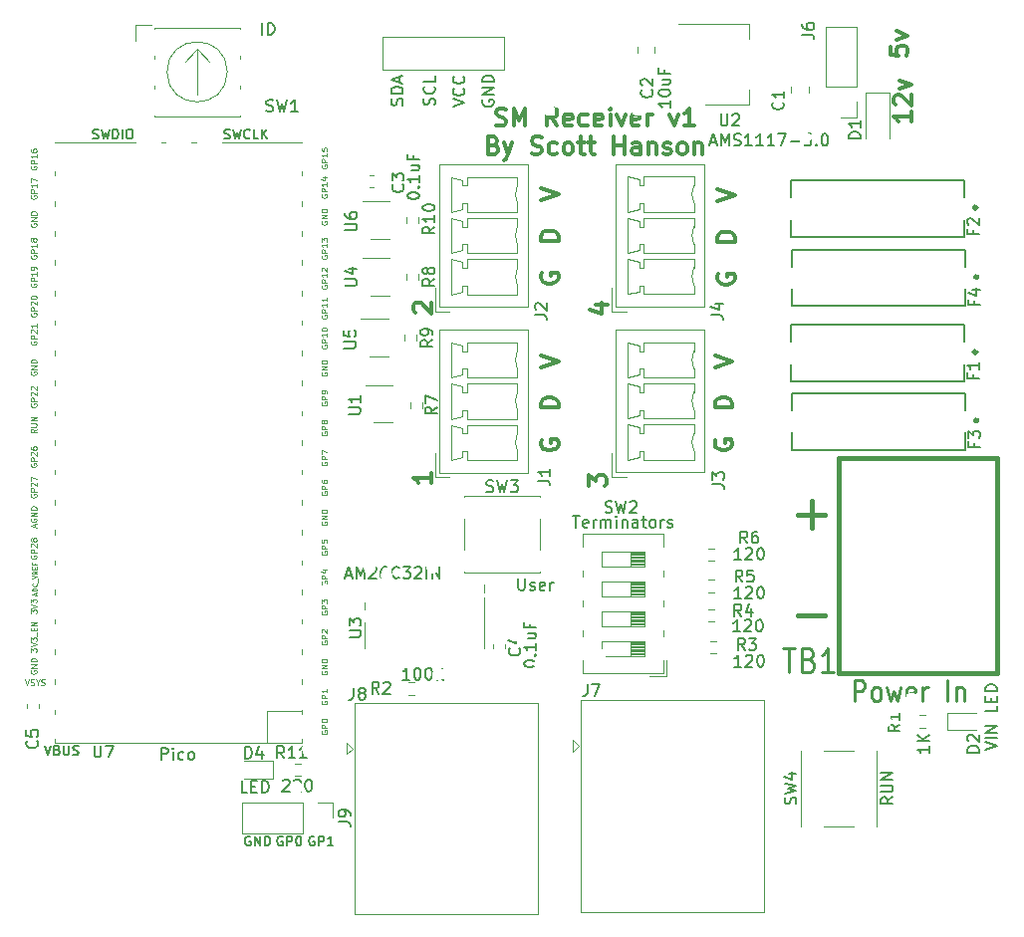
<source format=gbr>
G04 #@! TF.GenerationSoftware,KiCad,Pcbnew,(6.0.2)*
G04 #@! TF.CreationDate,2022-03-22T00:21:12-04:00*
G04 #@! TF.ProjectId,Receiver_Out,52656365-6976-4657-925f-4f75742e6b69,v1*
G04 #@! TF.SameCoordinates,Original*
G04 #@! TF.FileFunction,Legend,Top*
G04 #@! TF.FilePolarity,Positive*
%FSLAX46Y46*%
G04 Gerber Fmt 4.6, Leading zero omitted, Abs format (unit mm)*
G04 Created by KiCad (PCBNEW (6.0.2)) date 2022-03-22 00:21:12*
%MOMM*%
%LPD*%
G01*
G04 APERTURE LIST*
%ADD10C,0.300000*%
%ADD11C,0.400000*%
%ADD12C,0.150000*%
%ADD13C,0.254000*%
%ADD14C,0.215900*%
%ADD15C,0.100000*%
%ADD16C,0.120000*%
%ADD17C,0.381000*%
%ADD18C,0.127000*%
%ADD19R,3.000000X3.000000*%
%ADD20C,3.000000*%
%ADD21O,3.702000X1.902000*%
%ADD22C,3.102000*%
%ADD23C,2.577000*%
%ADD24O,1.802000X1.802000*%
%ADD25C,3.302000*%
%ADD26C,1.602000*%
%ADD27C,5.000000*%
%ADD28C,1.802000*%
%ADD29C,3.802000*%
%ADD30O,1.902000X1.902000*%
%ADD31O,1.602000X1.602000*%
%ADD32O,2.202000X2.002000*%
%ADD33O,1.702000X1.702000*%
%ADD34C,1.102000*%
G04 APERTURE END LIST*
D10*
X103979571Y-97588300D02*
X105479571Y-97088300D01*
X103979571Y-96588300D01*
X105479571Y-101037157D02*
X103979571Y-101037157D01*
X103979571Y-100680014D01*
X104051000Y-100465728D01*
X104193857Y-100322871D01*
X104336714Y-100251442D01*
X104622428Y-100180014D01*
X104836714Y-100180014D01*
X105122428Y-100251442D01*
X105265285Y-100322871D01*
X105408142Y-100465728D01*
X105479571Y-100680014D01*
X105479571Y-101037157D01*
X88979571Y-111705800D02*
X90479571Y-111205800D01*
X88979571Y-110705800D01*
X103851000Y-117907442D02*
X103779571Y-118050300D01*
X103779571Y-118264585D01*
X103851000Y-118478871D01*
X103993857Y-118621728D01*
X104136714Y-118693157D01*
X104422428Y-118764585D01*
X104636714Y-118764585D01*
X104922428Y-118693157D01*
X105065285Y-118621728D01*
X105208142Y-118478871D01*
X105279571Y-118264585D01*
X105279571Y-118121728D01*
X105208142Y-117907442D01*
X105136714Y-117836014D01*
X104636714Y-117836014D01*
X104636714Y-118121728D01*
X89051000Y-103724942D02*
X88979571Y-103867800D01*
X88979571Y-104082085D01*
X89051000Y-104296371D01*
X89193857Y-104439228D01*
X89336714Y-104510657D01*
X89622428Y-104582085D01*
X89836714Y-104582085D01*
X90122428Y-104510657D01*
X90265285Y-104439228D01*
X90408142Y-104296371D01*
X90479571Y-104082085D01*
X90479571Y-103939228D01*
X90408142Y-103724942D01*
X90336714Y-103653514D01*
X89836714Y-103653514D01*
X89836714Y-103939228D01*
D11*
X110858142Y-132832085D02*
X113143857Y-132832085D01*
D10*
X103779571Y-111688300D02*
X105279571Y-111188300D01*
X103779571Y-110688300D01*
X93079571Y-121817800D02*
X93079571Y-120889228D01*
X93651000Y-121389228D01*
X93651000Y-121174942D01*
X93722428Y-121032085D01*
X93793857Y-120960657D01*
X93936714Y-120889228D01*
X94293857Y-120889228D01*
X94436714Y-120960657D01*
X94508142Y-121032085D01*
X94579571Y-121174942D01*
X94579571Y-121603514D01*
X94508142Y-121746371D01*
X94436714Y-121817800D01*
X89051000Y-117924942D02*
X88979571Y-118067800D01*
X88979571Y-118282085D01*
X89051000Y-118496371D01*
X89193857Y-118639228D01*
X89336714Y-118710657D01*
X89622428Y-118782085D01*
X89836714Y-118782085D01*
X90122428Y-118710657D01*
X90265285Y-118639228D01*
X90408142Y-118496371D01*
X90479571Y-118282085D01*
X90479571Y-118139228D01*
X90408142Y-117924942D01*
X90336714Y-117853514D01*
X89836714Y-117853514D01*
X89836714Y-118139228D01*
X79679571Y-120689228D02*
X79679571Y-121546371D01*
X79679571Y-121117800D02*
X78179571Y-121117800D01*
X78393857Y-121260657D01*
X78536714Y-121403514D01*
X78608142Y-121546371D01*
X104051000Y-103807442D02*
X103979571Y-103950300D01*
X103979571Y-104164585D01*
X104051000Y-104378871D01*
X104193857Y-104521728D01*
X104336714Y-104593157D01*
X104622428Y-104664585D01*
X104836714Y-104664585D01*
X105122428Y-104593157D01*
X105265285Y-104521728D01*
X105408142Y-104378871D01*
X105479571Y-104164585D01*
X105479571Y-104021728D01*
X105408142Y-103807442D01*
X105336714Y-103736014D01*
X104836714Y-103736014D01*
X104836714Y-104021728D01*
X88979571Y-97505800D02*
X90479571Y-97005800D01*
X88979571Y-96505800D01*
X90479571Y-100954657D02*
X88979571Y-100954657D01*
X88979571Y-100597514D01*
X89051000Y-100383228D01*
X89193857Y-100240371D01*
X89336714Y-100168942D01*
X89622428Y-100097514D01*
X89836714Y-100097514D01*
X90122428Y-100168942D01*
X90265285Y-100240371D01*
X90408142Y-100383228D01*
X90479571Y-100597514D01*
X90479571Y-100954657D01*
X90479571Y-115154657D02*
X88979571Y-115154657D01*
X88979571Y-114797514D01*
X89051000Y-114583228D01*
X89193857Y-114440371D01*
X89336714Y-114368942D01*
X89622428Y-114297514D01*
X89836714Y-114297514D01*
X90122428Y-114368942D01*
X90265285Y-114440371D01*
X90408142Y-114583228D01*
X90479571Y-114797514D01*
X90479571Y-115154657D01*
X105279571Y-115137157D02*
X103779571Y-115137157D01*
X103779571Y-114780014D01*
X103851000Y-114565728D01*
X103993857Y-114422871D01*
X104136714Y-114351442D01*
X104422428Y-114280014D01*
X104636714Y-114280014D01*
X104922428Y-114351442D01*
X105065285Y-114422871D01*
X105208142Y-114565728D01*
X105279571Y-114780014D01*
X105279571Y-115137157D01*
D11*
X110858142Y-124232085D02*
X113143857Y-124232085D01*
X112001000Y-125374942D02*
X112001000Y-123089228D01*
D10*
X93679571Y-106432085D02*
X94679571Y-106432085D01*
X93108142Y-106789228D02*
X94179571Y-107146371D01*
X94179571Y-106217800D01*
X85172428Y-91117442D02*
X85386714Y-91188871D01*
X85743857Y-91188871D01*
X85886714Y-91117442D01*
X85958142Y-91046014D01*
X86029571Y-90903157D01*
X86029571Y-90760300D01*
X85958142Y-90617442D01*
X85886714Y-90546014D01*
X85743857Y-90474585D01*
X85458142Y-90403157D01*
X85315285Y-90331728D01*
X85243857Y-90260300D01*
X85172428Y-90117442D01*
X85172428Y-89974585D01*
X85243857Y-89831728D01*
X85315285Y-89760300D01*
X85458142Y-89688871D01*
X85815285Y-89688871D01*
X86029571Y-89760300D01*
X86672428Y-91188871D02*
X86672428Y-89688871D01*
X87172428Y-90760300D01*
X87672428Y-89688871D01*
X87672428Y-91188871D01*
X90386714Y-91188871D02*
X89886714Y-90474585D01*
X89529571Y-91188871D02*
X89529571Y-89688871D01*
X90101000Y-89688871D01*
X90243857Y-89760300D01*
X90315285Y-89831728D01*
X90386714Y-89974585D01*
X90386714Y-90188871D01*
X90315285Y-90331728D01*
X90243857Y-90403157D01*
X90101000Y-90474585D01*
X89529571Y-90474585D01*
X91601000Y-91117442D02*
X91458142Y-91188871D01*
X91172428Y-91188871D01*
X91029571Y-91117442D01*
X90958142Y-90974585D01*
X90958142Y-90403157D01*
X91029571Y-90260300D01*
X91172428Y-90188871D01*
X91458142Y-90188871D01*
X91601000Y-90260300D01*
X91672428Y-90403157D01*
X91672428Y-90546014D01*
X90958142Y-90688871D01*
X92958142Y-91117442D02*
X92815285Y-91188871D01*
X92529571Y-91188871D01*
X92386714Y-91117442D01*
X92315285Y-91046014D01*
X92243857Y-90903157D01*
X92243857Y-90474585D01*
X92315285Y-90331728D01*
X92386714Y-90260300D01*
X92529571Y-90188871D01*
X92815285Y-90188871D01*
X92958142Y-90260300D01*
X94172428Y-91117442D02*
X94029571Y-91188871D01*
X93743857Y-91188871D01*
X93601000Y-91117442D01*
X93529571Y-90974585D01*
X93529571Y-90403157D01*
X93601000Y-90260300D01*
X93743857Y-90188871D01*
X94029571Y-90188871D01*
X94172428Y-90260300D01*
X94243857Y-90403157D01*
X94243857Y-90546014D01*
X93529571Y-90688871D01*
X94886714Y-91188871D02*
X94886714Y-90188871D01*
X94886714Y-89688871D02*
X94815285Y-89760300D01*
X94886714Y-89831728D01*
X94958142Y-89760300D01*
X94886714Y-89688871D01*
X94886714Y-89831728D01*
X95458142Y-90188871D02*
X95815285Y-91188871D01*
X96172428Y-90188871D01*
X97315285Y-91117442D02*
X97172428Y-91188871D01*
X96886714Y-91188871D01*
X96743857Y-91117442D01*
X96672428Y-90974585D01*
X96672428Y-90403157D01*
X96743857Y-90260300D01*
X96886714Y-90188871D01*
X97172428Y-90188871D01*
X97315285Y-90260300D01*
X97386714Y-90403157D01*
X97386714Y-90546014D01*
X96672428Y-90688871D01*
X98029571Y-91188871D02*
X98029571Y-90188871D01*
X98029571Y-90474585D02*
X98101000Y-90331728D01*
X98172428Y-90260300D01*
X98315285Y-90188871D01*
X98458142Y-90188871D01*
X99958142Y-90188871D02*
X100315285Y-91188871D01*
X100672428Y-90188871D01*
X102029571Y-91188871D02*
X101172428Y-91188871D01*
X101601000Y-91188871D02*
X101601000Y-89688871D01*
X101458142Y-89903157D01*
X101315285Y-90046014D01*
X101172428Y-90117442D01*
X84993857Y-92818157D02*
X85208142Y-92889585D01*
X85279571Y-92961014D01*
X85351000Y-93103871D01*
X85351000Y-93318157D01*
X85279571Y-93461014D01*
X85208142Y-93532442D01*
X85065285Y-93603871D01*
X84493857Y-93603871D01*
X84493857Y-92103871D01*
X84993857Y-92103871D01*
X85136714Y-92175300D01*
X85208142Y-92246728D01*
X85279571Y-92389585D01*
X85279571Y-92532442D01*
X85208142Y-92675300D01*
X85136714Y-92746728D01*
X84993857Y-92818157D01*
X84493857Y-92818157D01*
X85851000Y-92603871D02*
X86208142Y-93603871D01*
X86565285Y-92603871D02*
X86208142Y-93603871D01*
X86065285Y-93961014D01*
X85993857Y-94032442D01*
X85851000Y-94103871D01*
X88208142Y-93532442D02*
X88422428Y-93603871D01*
X88779571Y-93603871D01*
X88922428Y-93532442D01*
X88993857Y-93461014D01*
X89065285Y-93318157D01*
X89065285Y-93175300D01*
X88993857Y-93032442D01*
X88922428Y-92961014D01*
X88779571Y-92889585D01*
X88493857Y-92818157D01*
X88351000Y-92746728D01*
X88279571Y-92675300D01*
X88208142Y-92532442D01*
X88208142Y-92389585D01*
X88279571Y-92246728D01*
X88351000Y-92175300D01*
X88493857Y-92103871D01*
X88851000Y-92103871D01*
X89065285Y-92175300D01*
X90351000Y-93532442D02*
X90208142Y-93603871D01*
X89922428Y-93603871D01*
X89779571Y-93532442D01*
X89708142Y-93461014D01*
X89636714Y-93318157D01*
X89636714Y-92889585D01*
X89708142Y-92746728D01*
X89779571Y-92675300D01*
X89922428Y-92603871D01*
X90208142Y-92603871D01*
X90351000Y-92675300D01*
X91208142Y-93603871D02*
X91065285Y-93532442D01*
X90993857Y-93461014D01*
X90922428Y-93318157D01*
X90922428Y-92889585D01*
X90993857Y-92746728D01*
X91065285Y-92675300D01*
X91208142Y-92603871D01*
X91422428Y-92603871D01*
X91565285Y-92675300D01*
X91636714Y-92746728D01*
X91708142Y-92889585D01*
X91708142Y-93318157D01*
X91636714Y-93461014D01*
X91565285Y-93532442D01*
X91422428Y-93603871D01*
X91208142Y-93603871D01*
X92136714Y-92603871D02*
X92708142Y-92603871D01*
X92351000Y-92103871D02*
X92351000Y-93389585D01*
X92422428Y-93532442D01*
X92565285Y-93603871D01*
X92708142Y-93603871D01*
X92993857Y-92603871D02*
X93565285Y-92603871D01*
X93208142Y-92103871D02*
X93208142Y-93389585D01*
X93279571Y-93532442D01*
X93422428Y-93603871D01*
X93565285Y-93603871D01*
X95208142Y-93603871D02*
X95208142Y-92103871D01*
X95208142Y-92818157D02*
X96065285Y-92818157D01*
X96065285Y-93603871D02*
X96065285Y-92103871D01*
X97422428Y-93603871D02*
X97422428Y-92818157D01*
X97351000Y-92675300D01*
X97208142Y-92603871D01*
X96922428Y-92603871D01*
X96779571Y-92675300D01*
X97422428Y-93532442D02*
X97279571Y-93603871D01*
X96922428Y-93603871D01*
X96779571Y-93532442D01*
X96708142Y-93389585D01*
X96708142Y-93246728D01*
X96779571Y-93103871D01*
X96922428Y-93032442D01*
X97279571Y-93032442D01*
X97422428Y-92961014D01*
X98136714Y-92603871D02*
X98136714Y-93603871D01*
X98136714Y-92746728D02*
X98208142Y-92675300D01*
X98351000Y-92603871D01*
X98565285Y-92603871D01*
X98708142Y-92675300D01*
X98779571Y-92818157D01*
X98779571Y-93603871D01*
X99422428Y-93532442D02*
X99565285Y-93603871D01*
X99851000Y-93603871D01*
X99993857Y-93532442D01*
X100065285Y-93389585D01*
X100065285Y-93318157D01*
X99993857Y-93175300D01*
X99851000Y-93103871D01*
X99636714Y-93103871D01*
X99493857Y-93032442D01*
X99422428Y-92889585D01*
X99422428Y-92818157D01*
X99493857Y-92675300D01*
X99636714Y-92603871D01*
X99851000Y-92603871D01*
X99993857Y-92675300D01*
X100922428Y-93603871D02*
X100779571Y-93532442D01*
X100708142Y-93461014D01*
X100636714Y-93318157D01*
X100636714Y-92889585D01*
X100708142Y-92746728D01*
X100779571Y-92675300D01*
X100922428Y-92603871D01*
X101136714Y-92603871D01*
X101279571Y-92675300D01*
X101351000Y-92746728D01*
X101422428Y-92889585D01*
X101422428Y-93318157D01*
X101351000Y-93461014D01*
X101279571Y-93532442D01*
X101136714Y-93603871D01*
X100922428Y-93603871D01*
X102065285Y-92603871D02*
X102065285Y-93603871D01*
X102065285Y-92746728D02*
X102136714Y-92675300D01*
X102279571Y-92603871D01*
X102493857Y-92603871D01*
X102636714Y-92675300D01*
X102708142Y-92818157D01*
X102708142Y-93603871D01*
D12*
X81503380Y-89551133D02*
X82503380Y-89217800D01*
X81503380Y-88884466D01*
X82408142Y-87979704D02*
X82455761Y-88027323D01*
X82503380Y-88170180D01*
X82503380Y-88265419D01*
X82455761Y-88408276D01*
X82360523Y-88503514D01*
X82265285Y-88551133D01*
X82074809Y-88598752D01*
X81931952Y-88598752D01*
X81741476Y-88551133D01*
X81646238Y-88503514D01*
X81551000Y-88408276D01*
X81503380Y-88265419D01*
X81503380Y-88170180D01*
X81551000Y-88027323D01*
X81598619Y-87979704D01*
X82408142Y-86979704D02*
X82455761Y-87027323D01*
X82503380Y-87170180D01*
X82503380Y-87265419D01*
X82455761Y-87408276D01*
X82360523Y-87503514D01*
X82265285Y-87551133D01*
X82074809Y-87598752D01*
X81931952Y-87598752D01*
X81741476Y-87551133D01*
X81646238Y-87503514D01*
X81551000Y-87408276D01*
X81503380Y-87265419D01*
X81503380Y-87170180D01*
X81551000Y-87027323D01*
X81598619Y-86979704D01*
X64291476Y-151617800D02*
X64215285Y-151579704D01*
X64101000Y-151579704D01*
X63986714Y-151617800D01*
X63910523Y-151693990D01*
X63872428Y-151770180D01*
X63834333Y-151922561D01*
X63834333Y-152036847D01*
X63872428Y-152189228D01*
X63910523Y-152265419D01*
X63986714Y-152341609D01*
X64101000Y-152379704D01*
X64177190Y-152379704D01*
X64291476Y-152341609D01*
X64329571Y-152303514D01*
X64329571Y-152036847D01*
X64177190Y-152036847D01*
X64672428Y-152379704D02*
X64672428Y-151579704D01*
X65129571Y-152379704D01*
X65129571Y-151579704D01*
X65510523Y-152379704D02*
X65510523Y-151579704D01*
X65701000Y-151579704D01*
X65815285Y-151617800D01*
X65891476Y-151693990D01*
X65929571Y-151770180D01*
X65967666Y-151922561D01*
X65967666Y-152036847D01*
X65929571Y-152189228D01*
X65891476Y-152265419D01*
X65815285Y-152341609D01*
X65701000Y-152379704D01*
X65510523Y-152379704D01*
X84051000Y-88979704D02*
X84003380Y-89074942D01*
X84003380Y-89217800D01*
X84051000Y-89360657D01*
X84146238Y-89455895D01*
X84241476Y-89503514D01*
X84431952Y-89551133D01*
X84574809Y-89551133D01*
X84765285Y-89503514D01*
X84860523Y-89455895D01*
X84955761Y-89360657D01*
X85003380Y-89217800D01*
X85003380Y-89122561D01*
X84955761Y-88979704D01*
X84908142Y-88932085D01*
X84574809Y-88932085D01*
X84574809Y-89122561D01*
X85003380Y-88503514D02*
X84003380Y-88503514D01*
X85003380Y-87932085D01*
X84003380Y-87932085D01*
X85003380Y-87455895D02*
X84003380Y-87455895D01*
X84003380Y-87217800D01*
X84051000Y-87074942D01*
X84146238Y-86979704D01*
X84241476Y-86932085D01*
X84431952Y-86884466D01*
X84574809Y-86884466D01*
X84765285Y-86932085D01*
X84860523Y-86979704D01*
X84955761Y-87074942D01*
X85003380Y-87217800D01*
X85003380Y-87455895D01*
D10*
X78322428Y-107046371D02*
X78251000Y-106974942D01*
X78179571Y-106832085D01*
X78179571Y-106474942D01*
X78251000Y-106332085D01*
X78322428Y-106260657D01*
X78465285Y-106189228D01*
X78608142Y-106189228D01*
X78822428Y-106260657D01*
X79679571Y-107117800D01*
X79679571Y-106189228D01*
X120479571Y-89974942D02*
X120479571Y-90832085D01*
X120479571Y-90403514D02*
X118979571Y-90403514D01*
X119193857Y-90546371D01*
X119336714Y-90689228D01*
X119408142Y-90832085D01*
X119122428Y-89403514D02*
X119051000Y-89332085D01*
X118979571Y-89189228D01*
X118979571Y-88832085D01*
X119051000Y-88689228D01*
X119122428Y-88617800D01*
X119265285Y-88546371D01*
X119408142Y-88546371D01*
X119622428Y-88617800D01*
X120479571Y-89474942D01*
X120479571Y-88546371D01*
X119479571Y-88046371D02*
X120479571Y-87689228D01*
X119479571Y-87332085D01*
D12*
X67029571Y-151617800D02*
X66953380Y-151579704D01*
X66839095Y-151579704D01*
X66724809Y-151617800D01*
X66648619Y-151693990D01*
X66610523Y-151770180D01*
X66572428Y-151922561D01*
X66572428Y-152036847D01*
X66610523Y-152189228D01*
X66648619Y-152265419D01*
X66724809Y-152341609D01*
X66839095Y-152379704D01*
X66915285Y-152379704D01*
X67029571Y-152341609D01*
X67067666Y-152303514D01*
X67067666Y-152036847D01*
X66915285Y-152036847D01*
X67410523Y-152379704D02*
X67410523Y-151579704D01*
X67715285Y-151579704D01*
X67791476Y-151617800D01*
X67829571Y-151655895D01*
X67867666Y-151732085D01*
X67867666Y-151846371D01*
X67829571Y-151922561D01*
X67791476Y-151960657D01*
X67715285Y-151998752D01*
X67410523Y-151998752D01*
X68362904Y-151579704D02*
X68439095Y-151579704D01*
X68515285Y-151617800D01*
X68553380Y-151655895D01*
X68591476Y-151732085D01*
X68629571Y-151884466D01*
X68629571Y-152074942D01*
X68591476Y-152227323D01*
X68553380Y-152303514D01*
X68515285Y-152341609D01*
X68439095Y-152379704D01*
X68362904Y-152379704D01*
X68286714Y-152341609D01*
X68248619Y-152303514D01*
X68210523Y-152227323D01*
X68172428Y-152074942D01*
X68172428Y-151884466D01*
X68210523Y-151732085D01*
X68248619Y-151655895D01*
X68286714Y-151617800D01*
X68362904Y-151579704D01*
X77205761Y-89432085D02*
X77253380Y-89289228D01*
X77253380Y-89051133D01*
X77205761Y-88955895D01*
X77158142Y-88908276D01*
X77062904Y-88860657D01*
X76967666Y-88860657D01*
X76872428Y-88908276D01*
X76824809Y-88955895D01*
X76777190Y-89051133D01*
X76729571Y-89241609D01*
X76681952Y-89336847D01*
X76634333Y-89384466D01*
X76539095Y-89432085D01*
X76443857Y-89432085D01*
X76348619Y-89384466D01*
X76301000Y-89336847D01*
X76253380Y-89241609D01*
X76253380Y-89003514D01*
X76301000Y-88860657D01*
X77253380Y-88432085D02*
X76253380Y-88432085D01*
X76253380Y-88193990D01*
X76301000Y-88051133D01*
X76396238Y-87955895D01*
X76491476Y-87908276D01*
X76681952Y-87860657D01*
X76824809Y-87860657D01*
X77015285Y-87908276D01*
X77110523Y-87955895D01*
X77205761Y-88051133D01*
X77253380Y-88193990D01*
X77253380Y-88432085D01*
X76967666Y-87479704D02*
X76967666Y-87003514D01*
X77253380Y-87574942D02*
X76253380Y-87241609D01*
X77253380Y-86908276D01*
X69729571Y-151617800D02*
X69653380Y-151579704D01*
X69539095Y-151579704D01*
X69424809Y-151617800D01*
X69348619Y-151693990D01*
X69310523Y-151770180D01*
X69272428Y-151922561D01*
X69272428Y-152036847D01*
X69310523Y-152189228D01*
X69348619Y-152265419D01*
X69424809Y-152341609D01*
X69539095Y-152379704D01*
X69615285Y-152379704D01*
X69729571Y-152341609D01*
X69767666Y-152303514D01*
X69767666Y-152036847D01*
X69615285Y-152036847D01*
X70110523Y-152379704D02*
X70110523Y-151579704D01*
X70415285Y-151579704D01*
X70491476Y-151617800D01*
X70529571Y-151655895D01*
X70567666Y-151732085D01*
X70567666Y-151846371D01*
X70529571Y-151922561D01*
X70491476Y-151960657D01*
X70415285Y-151998752D01*
X70110523Y-151998752D01*
X71329571Y-152379704D02*
X70872428Y-152379704D01*
X71101000Y-152379704D02*
X71101000Y-151579704D01*
X71024809Y-151693990D01*
X70948619Y-151770180D01*
X70872428Y-151808276D01*
X79955761Y-89408276D02*
X80003380Y-89265419D01*
X80003380Y-89027323D01*
X79955761Y-88932085D01*
X79908142Y-88884466D01*
X79812904Y-88836847D01*
X79717666Y-88836847D01*
X79622428Y-88884466D01*
X79574809Y-88932085D01*
X79527190Y-89027323D01*
X79479571Y-89217800D01*
X79431952Y-89313038D01*
X79384333Y-89360657D01*
X79289095Y-89408276D01*
X79193857Y-89408276D01*
X79098619Y-89360657D01*
X79051000Y-89313038D01*
X79003380Y-89217800D01*
X79003380Y-88979704D01*
X79051000Y-88836847D01*
X79908142Y-87836847D02*
X79955761Y-87884466D01*
X80003380Y-88027323D01*
X80003380Y-88122561D01*
X79955761Y-88265419D01*
X79860523Y-88360657D01*
X79765285Y-88408276D01*
X79574809Y-88455895D01*
X79431952Y-88455895D01*
X79241476Y-88408276D01*
X79146238Y-88360657D01*
X79051000Y-88265419D01*
X79003380Y-88122561D01*
X79003380Y-88027323D01*
X79051000Y-87884466D01*
X79098619Y-87836847D01*
X80003380Y-86932085D02*
X80003380Y-87408276D01*
X79003380Y-87408276D01*
D10*
X118679571Y-84432085D02*
X118679571Y-85146371D01*
X119393857Y-85217800D01*
X119322428Y-85146371D01*
X119251000Y-85003514D01*
X119251000Y-84646371D01*
X119322428Y-84503514D01*
X119393857Y-84432085D01*
X119536714Y-84360657D01*
X119893857Y-84360657D01*
X120036714Y-84432085D01*
X120108142Y-84503514D01*
X120179571Y-84646371D01*
X120179571Y-85003514D01*
X120108142Y-85146371D01*
X120036714Y-85217800D01*
X119179571Y-83860657D02*
X120179571Y-83503514D01*
X119179571Y-83146371D01*
D12*
X88495880Y-107251133D02*
X89210166Y-107251133D01*
X89353023Y-107298752D01*
X89448261Y-107393990D01*
X89495880Y-107536847D01*
X89495880Y-107632085D01*
X88591119Y-106822561D02*
X88543500Y-106774942D01*
X88495880Y-106679704D01*
X88495880Y-106441609D01*
X88543500Y-106346371D01*
X88591119Y-106298752D01*
X88686357Y-106251133D01*
X88781595Y-106251133D01*
X88924452Y-106298752D01*
X89495880Y-106870180D01*
X89495880Y-106251133D01*
X103453380Y-107251133D02*
X104167666Y-107251133D01*
X104310523Y-107298752D01*
X104405761Y-107393990D01*
X104453380Y-107536847D01*
X104453380Y-107632085D01*
X103786714Y-106346371D02*
X104453380Y-106346371D01*
X103405761Y-106584466D02*
X104120047Y-106822561D01*
X104120047Y-106203514D01*
X103553380Y-121633633D02*
X104267666Y-121633633D01*
X104410523Y-121681252D01*
X104505761Y-121776490D01*
X104553380Y-121919347D01*
X104553380Y-122014585D01*
X103553380Y-121252680D02*
X103553380Y-120633633D01*
X103934333Y-120966966D01*
X103934333Y-120824109D01*
X103981952Y-120728871D01*
X104029571Y-120681252D01*
X104124809Y-120633633D01*
X104362904Y-120633633D01*
X104458142Y-120681252D01*
X104505761Y-120728871D01*
X104553380Y-120824109D01*
X104553380Y-121109823D01*
X104505761Y-121205061D01*
X104458142Y-121252680D01*
X88753380Y-121351133D02*
X89467666Y-121351133D01*
X89610523Y-121398752D01*
X89705761Y-121493990D01*
X89753380Y-121636847D01*
X89753380Y-121732085D01*
X89753380Y-120351133D02*
X89753380Y-120922561D01*
X89753380Y-120636847D02*
X88753380Y-120636847D01*
X88896238Y-120732085D01*
X88991476Y-120827323D01*
X89039095Y-120922561D01*
D13*
X109557333Y-135605038D02*
X110573333Y-135605038D01*
X110065333Y-137637038D02*
X110065333Y-135605038D01*
X111758666Y-136572657D02*
X112012666Y-136669419D01*
X112097333Y-136766180D01*
X112182000Y-136959704D01*
X112182000Y-137249990D01*
X112097333Y-137443514D01*
X112012666Y-137540276D01*
X111843333Y-137637038D01*
X111166000Y-137637038D01*
X111166000Y-135605038D01*
X111758666Y-135605038D01*
X111928000Y-135701800D01*
X112012666Y-135798561D01*
X112097333Y-135992085D01*
X112097333Y-136185609D01*
X112012666Y-136379133D01*
X111928000Y-136475895D01*
X111758666Y-136572657D01*
X111166000Y-136572657D01*
X113875333Y-137637038D02*
X112859333Y-137637038D01*
X113367333Y-137637038D02*
X113367333Y-135605038D01*
X113198000Y-135895323D01*
X113028666Y-136088847D01*
X112859333Y-136185609D01*
D14*
X115656428Y-140122133D02*
X115656428Y-138344133D01*
X116237000Y-138344133D01*
X116382142Y-138428800D01*
X116454714Y-138513466D01*
X116527285Y-138682800D01*
X116527285Y-138936800D01*
X116454714Y-139106133D01*
X116382142Y-139190800D01*
X116237000Y-139275466D01*
X115656428Y-139275466D01*
X117398142Y-140122133D02*
X117253000Y-140037466D01*
X117180428Y-139952800D01*
X117107857Y-139783466D01*
X117107857Y-139275466D01*
X117180428Y-139106133D01*
X117253000Y-139021466D01*
X117398142Y-138936800D01*
X117615857Y-138936800D01*
X117761000Y-139021466D01*
X117833571Y-139106133D01*
X117906142Y-139275466D01*
X117906142Y-139783466D01*
X117833571Y-139952800D01*
X117761000Y-140037466D01*
X117615857Y-140122133D01*
X117398142Y-140122133D01*
X118414142Y-138936800D02*
X118704428Y-140122133D01*
X118994714Y-139275466D01*
X119285000Y-140122133D01*
X119575285Y-138936800D01*
X120736428Y-140037466D02*
X120591285Y-140122133D01*
X120301000Y-140122133D01*
X120155857Y-140037466D01*
X120083285Y-139868133D01*
X120083285Y-139190800D01*
X120155857Y-139021466D01*
X120301000Y-138936800D01*
X120591285Y-138936800D01*
X120736428Y-139021466D01*
X120809000Y-139190800D01*
X120809000Y-139360133D01*
X120083285Y-139529466D01*
X121462142Y-140122133D02*
X121462142Y-138936800D01*
X121462142Y-139275466D02*
X121534714Y-139106133D01*
X121607285Y-139021466D01*
X121752428Y-138936800D01*
X121897571Y-138936800D01*
X123566714Y-140122133D02*
X123566714Y-138344133D01*
X124292428Y-138936800D02*
X124292428Y-140122133D01*
X124292428Y-139106133D02*
X124365000Y-139021466D01*
X124510142Y-138936800D01*
X124727857Y-138936800D01*
X124873000Y-139021466D01*
X124945571Y-139190800D01*
X124945571Y-140122133D01*
D12*
X125710561Y-100072133D02*
X125710561Y-100405466D01*
X126234370Y-100405466D02*
X125234370Y-100405466D01*
X125234370Y-99929276D01*
X125329609Y-99595942D02*
X125281990Y-99548323D01*
X125234370Y-99453085D01*
X125234370Y-99214990D01*
X125281990Y-99119752D01*
X125329609Y-99072133D01*
X125424847Y-99024514D01*
X125520085Y-99024514D01*
X125662942Y-99072133D01*
X126234370Y-99643561D01*
X126234370Y-99024514D01*
X125818771Y-106073133D02*
X125818771Y-106406466D01*
X126342580Y-106406466D02*
X125342580Y-106406466D01*
X125342580Y-105930276D01*
X125675914Y-105120752D02*
X126342580Y-105120752D01*
X125294961Y-105358847D02*
X126009247Y-105596942D01*
X126009247Y-104977895D01*
X125700561Y-112334133D02*
X125700561Y-112667466D01*
X126224370Y-112667466D02*
X125224370Y-112667466D01*
X125224370Y-112191276D01*
X126224370Y-111286514D02*
X126224370Y-111857942D01*
X126224370Y-111572228D02*
X125224370Y-111572228D01*
X125367228Y-111667466D01*
X125462466Y-111762704D01*
X125510085Y-111857942D01*
X125793771Y-118160133D02*
X125793771Y-118493466D01*
X126317580Y-118493466D02*
X125317580Y-118493466D01*
X125317580Y-118017276D01*
X125317580Y-117731561D02*
X125317580Y-117112514D01*
X125698533Y-117445847D01*
X125698533Y-117302990D01*
X125746152Y-117207752D01*
X125793771Y-117160133D01*
X125889009Y-117112514D01*
X126127104Y-117112514D01*
X126222342Y-117160133D01*
X126269961Y-117207752D01*
X126317580Y-117302990D01*
X126317580Y-117588704D01*
X126269961Y-117683942D01*
X126222342Y-117731561D01*
X109558142Y-89184466D02*
X109605761Y-89232085D01*
X109653380Y-89374942D01*
X109653380Y-89470180D01*
X109605761Y-89613038D01*
X109510523Y-89708276D01*
X109415285Y-89755895D01*
X109224809Y-89803514D01*
X109081952Y-89803514D01*
X108891476Y-89755895D01*
X108796238Y-89708276D01*
X108701000Y-89613038D01*
X108653380Y-89470180D01*
X108653380Y-89374942D01*
X108701000Y-89232085D01*
X108748619Y-89184466D01*
X109653380Y-88232085D02*
X109653380Y-88803514D01*
X109653380Y-88517800D02*
X108653380Y-88517800D01*
X108796238Y-88613038D01*
X108891476Y-88708276D01*
X108939095Y-88803514D01*
X111203380Y-83426133D02*
X111917666Y-83426133D01*
X112060523Y-83473752D01*
X112155761Y-83568990D01*
X112203380Y-83711847D01*
X112203380Y-83807085D01*
X111203380Y-82521371D02*
X111203380Y-82711847D01*
X111251000Y-82807085D01*
X111298619Y-82854704D01*
X111441476Y-82949942D01*
X111631952Y-82997561D01*
X112012904Y-82997561D01*
X112108142Y-82949942D01*
X112155761Y-82902323D01*
X112203380Y-82807085D01*
X112203380Y-82616609D01*
X112155761Y-82521371D01*
X112108142Y-82473752D01*
X112012904Y-82426133D01*
X111774809Y-82426133D01*
X111679571Y-82473752D01*
X111631952Y-82521371D01*
X111584333Y-82616609D01*
X111584333Y-82807085D01*
X111631952Y-82902323D01*
X111679571Y-82949942D01*
X111774809Y-82997561D01*
X98408142Y-88134466D02*
X98455761Y-88182085D01*
X98503380Y-88324942D01*
X98503380Y-88420180D01*
X98455761Y-88563038D01*
X98360523Y-88658276D01*
X98265285Y-88705895D01*
X98074809Y-88753514D01*
X97931952Y-88753514D01*
X97741476Y-88705895D01*
X97646238Y-88658276D01*
X97551000Y-88563038D01*
X97503380Y-88420180D01*
X97503380Y-88324942D01*
X97551000Y-88182085D01*
X97598619Y-88134466D01*
X97598619Y-87753514D02*
X97551000Y-87705895D01*
X97503380Y-87610657D01*
X97503380Y-87372561D01*
X97551000Y-87277323D01*
X97598619Y-87229704D01*
X97693857Y-87182085D01*
X97789095Y-87182085D01*
X97931952Y-87229704D01*
X98503380Y-87801133D01*
X98503380Y-87182085D01*
X100003380Y-89039228D02*
X100003380Y-89610657D01*
X100003380Y-89324942D02*
X99003380Y-89324942D01*
X99146238Y-89420180D01*
X99241476Y-89515419D01*
X99289095Y-89610657D01*
X99003380Y-88420180D02*
X99003380Y-88324942D01*
X99051000Y-88229704D01*
X99098619Y-88182085D01*
X99193857Y-88134466D01*
X99384333Y-88086847D01*
X99622428Y-88086847D01*
X99812904Y-88134466D01*
X99908142Y-88182085D01*
X99955761Y-88229704D01*
X100003380Y-88324942D01*
X100003380Y-88420180D01*
X99955761Y-88515419D01*
X99908142Y-88563038D01*
X99812904Y-88610657D01*
X99622428Y-88658276D01*
X99384333Y-88658276D01*
X99193857Y-88610657D01*
X99098619Y-88563038D01*
X99051000Y-88515419D01*
X99003380Y-88420180D01*
X99336714Y-87229704D02*
X100003380Y-87229704D01*
X99336714Y-87658276D02*
X99860523Y-87658276D01*
X99955761Y-87610657D01*
X100003380Y-87515419D01*
X100003380Y-87372561D01*
X99955761Y-87277323D01*
X99908142Y-87229704D01*
X99479571Y-86420180D02*
X99479571Y-86753514D01*
X100003380Y-86753514D02*
X99003380Y-86753514D01*
X99003380Y-86277323D01*
X119503380Y-142084466D02*
X119027190Y-142417800D01*
X119503380Y-142655895D02*
X118503380Y-142655895D01*
X118503380Y-142274942D01*
X118551000Y-142179704D01*
X118598619Y-142132085D01*
X118693857Y-142084466D01*
X118836714Y-142084466D01*
X118931952Y-142132085D01*
X118979571Y-142179704D01*
X119027190Y-142274942D01*
X119027190Y-142655895D01*
X119503380Y-141132085D02*
X119503380Y-141703514D01*
X119503380Y-141417800D02*
X118503380Y-141417800D01*
X118646238Y-141513038D01*
X118741476Y-141608276D01*
X118789095Y-141703514D01*
X122003380Y-143932085D02*
X122003380Y-144503514D01*
X122003380Y-144217800D02*
X121003380Y-144217800D01*
X121146238Y-144313038D01*
X121241476Y-144408276D01*
X121289095Y-144503514D01*
X122003380Y-143503514D02*
X121003380Y-143503514D01*
X122003380Y-142932085D02*
X121431952Y-143360657D01*
X121003380Y-142932085D02*
X121574809Y-143503514D01*
X126253380Y-144455895D02*
X125253380Y-144455895D01*
X125253380Y-144217800D01*
X125301000Y-144074942D01*
X125396238Y-143979704D01*
X125491476Y-143932085D01*
X125681952Y-143884466D01*
X125824809Y-143884466D01*
X126015285Y-143932085D01*
X126110523Y-143979704D01*
X126205761Y-144074942D01*
X126253380Y-144217800D01*
X126253380Y-144455895D01*
X125348619Y-143503514D02*
X125301000Y-143455895D01*
X125253380Y-143360657D01*
X125253380Y-143122561D01*
X125301000Y-143027323D01*
X125348619Y-142979704D01*
X125443857Y-142932085D01*
X125539095Y-142932085D01*
X125681952Y-142979704D01*
X126253380Y-143551133D01*
X126253380Y-142932085D01*
X126753380Y-144251133D02*
X127753380Y-143917800D01*
X126753380Y-143584466D01*
X127753380Y-143251133D02*
X126753380Y-143251133D01*
X127753380Y-142774942D02*
X126753380Y-142774942D01*
X127753380Y-142203514D01*
X126753380Y-142203514D01*
X127753380Y-140489228D02*
X127753380Y-140965419D01*
X126753380Y-140965419D01*
X127229571Y-140155895D02*
X127229571Y-139822561D01*
X127753380Y-139679704D02*
X127753380Y-140155895D01*
X126753380Y-140155895D01*
X126753380Y-139679704D01*
X127753380Y-139251133D02*
X126753380Y-139251133D01*
X126753380Y-139013038D01*
X126801000Y-138870180D01*
X126896238Y-138774942D01*
X126991476Y-138727323D01*
X127181952Y-138679704D01*
X127324809Y-138679704D01*
X127515285Y-138727323D01*
X127610523Y-138774942D01*
X127705761Y-138870180D01*
X127753380Y-139013038D01*
X127753380Y-139251133D01*
X92967666Y-138670180D02*
X92967666Y-139384466D01*
X92920047Y-139527323D01*
X92824809Y-139622561D01*
X92681952Y-139670180D01*
X92586714Y-139670180D01*
X93348619Y-138670180D02*
X94015285Y-138670180D01*
X93586714Y-139670180D01*
X106334333Y-135770180D02*
X106001000Y-135293990D01*
X105762904Y-135770180D02*
X105762904Y-134770180D01*
X106143857Y-134770180D01*
X106239095Y-134817800D01*
X106286714Y-134865419D01*
X106334333Y-134960657D01*
X106334333Y-135103514D01*
X106286714Y-135198752D01*
X106239095Y-135246371D01*
X106143857Y-135293990D01*
X105762904Y-135293990D01*
X106667666Y-134770180D02*
X107286714Y-134770180D01*
X106953380Y-135151133D01*
X107096238Y-135151133D01*
X107191476Y-135198752D01*
X107239095Y-135246371D01*
X107286714Y-135341609D01*
X107286714Y-135579704D01*
X107239095Y-135674942D01*
X107191476Y-135722561D01*
X107096238Y-135770180D01*
X106810523Y-135770180D01*
X106715285Y-135722561D01*
X106667666Y-135674942D01*
X106034333Y-137170180D02*
X105462904Y-137170180D01*
X105748619Y-137170180D02*
X105748619Y-136170180D01*
X105653380Y-136313038D01*
X105558142Y-136408276D01*
X105462904Y-136455895D01*
X106415285Y-136265419D02*
X106462904Y-136217800D01*
X106558142Y-136170180D01*
X106796238Y-136170180D01*
X106891476Y-136217800D01*
X106939095Y-136265419D01*
X106986714Y-136360657D01*
X106986714Y-136455895D01*
X106939095Y-136598752D01*
X106367666Y-137170180D01*
X106986714Y-137170180D01*
X107605761Y-136170180D02*
X107701000Y-136170180D01*
X107796238Y-136217800D01*
X107843857Y-136265419D01*
X107891476Y-136360657D01*
X107939095Y-136551133D01*
X107939095Y-136789228D01*
X107891476Y-136979704D01*
X107843857Y-137074942D01*
X107796238Y-137122561D01*
X107701000Y-137170180D01*
X107605761Y-137170180D01*
X107510523Y-137122561D01*
X107462904Y-137074942D01*
X107415285Y-136979704D01*
X107367666Y-136789228D01*
X107367666Y-136551133D01*
X107415285Y-136360657D01*
X107462904Y-136265419D01*
X107510523Y-136217800D01*
X107605761Y-136170180D01*
X106034333Y-132870180D02*
X105701000Y-132393990D01*
X105462904Y-132870180D02*
X105462904Y-131870180D01*
X105843857Y-131870180D01*
X105939095Y-131917800D01*
X105986714Y-131965419D01*
X106034333Y-132060657D01*
X106034333Y-132203514D01*
X105986714Y-132298752D01*
X105939095Y-132346371D01*
X105843857Y-132393990D01*
X105462904Y-132393990D01*
X106891476Y-132203514D02*
X106891476Y-132870180D01*
X106653380Y-131822561D02*
X106415285Y-132536847D01*
X107034333Y-132536847D01*
X105934333Y-134170180D02*
X105362904Y-134170180D01*
X105648619Y-134170180D02*
X105648619Y-133170180D01*
X105553380Y-133313038D01*
X105458142Y-133408276D01*
X105362904Y-133455895D01*
X106315285Y-133265419D02*
X106362904Y-133217800D01*
X106458142Y-133170180D01*
X106696238Y-133170180D01*
X106791476Y-133217800D01*
X106839095Y-133265419D01*
X106886714Y-133360657D01*
X106886714Y-133455895D01*
X106839095Y-133598752D01*
X106267666Y-134170180D01*
X106886714Y-134170180D01*
X107505761Y-133170180D02*
X107601000Y-133170180D01*
X107696238Y-133217800D01*
X107743857Y-133265419D01*
X107791476Y-133360657D01*
X107839095Y-133551133D01*
X107839095Y-133789228D01*
X107791476Y-133979704D01*
X107743857Y-134074942D01*
X107696238Y-134122561D01*
X107601000Y-134170180D01*
X107505761Y-134170180D01*
X107410523Y-134122561D01*
X107362904Y-134074942D01*
X107315285Y-133979704D01*
X107267666Y-133789228D01*
X107267666Y-133551133D01*
X107315285Y-133360657D01*
X107362904Y-133265419D01*
X107410523Y-133217800D01*
X107505761Y-133170180D01*
X106134333Y-129970180D02*
X105801000Y-129493990D01*
X105562904Y-129970180D02*
X105562904Y-128970180D01*
X105943857Y-128970180D01*
X106039095Y-129017800D01*
X106086714Y-129065419D01*
X106134333Y-129160657D01*
X106134333Y-129303514D01*
X106086714Y-129398752D01*
X106039095Y-129446371D01*
X105943857Y-129493990D01*
X105562904Y-129493990D01*
X107039095Y-128970180D02*
X106562904Y-128970180D01*
X106515285Y-129446371D01*
X106562904Y-129398752D01*
X106658142Y-129351133D01*
X106896238Y-129351133D01*
X106991476Y-129398752D01*
X107039095Y-129446371D01*
X107086714Y-129541609D01*
X107086714Y-129779704D01*
X107039095Y-129874942D01*
X106991476Y-129922561D01*
X106896238Y-129970180D01*
X106658142Y-129970180D01*
X106562904Y-129922561D01*
X106515285Y-129874942D01*
X106034333Y-131370180D02*
X105462904Y-131370180D01*
X105748619Y-131370180D02*
X105748619Y-130370180D01*
X105653380Y-130513038D01*
X105558142Y-130608276D01*
X105462904Y-130655895D01*
X106415285Y-130465419D02*
X106462904Y-130417800D01*
X106558142Y-130370180D01*
X106796238Y-130370180D01*
X106891476Y-130417800D01*
X106939095Y-130465419D01*
X106986714Y-130560657D01*
X106986714Y-130655895D01*
X106939095Y-130798752D01*
X106367666Y-131370180D01*
X106986714Y-131370180D01*
X107605761Y-130370180D02*
X107701000Y-130370180D01*
X107796238Y-130417800D01*
X107843857Y-130465419D01*
X107891476Y-130560657D01*
X107939095Y-130751133D01*
X107939095Y-130989228D01*
X107891476Y-131179704D01*
X107843857Y-131274942D01*
X107796238Y-131322561D01*
X107701000Y-131370180D01*
X107605761Y-131370180D01*
X107510523Y-131322561D01*
X107462904Y-131274942D01*
X107415285Y-131179704D01*
X107367666Y-130989228D01*
X107367666Y-130751133D01*
X107415285Y-130560657D01*
X107462904Y-130465419D01*
X107510523Y-130417800D01*
X107605761Y-130370180D01*
X106534333Y-126670180D02*
X106201000Y-126193990D01*
X105962904Y-126670180D02*
X105962904Y-125670180D01*
X106343857Y-125670180D01*
X106439095Y-125717800D01*
X106486714Y-125765419D01*
X106534333Y-125860657D01*
X106534333Y-126003514D01*
X106486714Y-126098752D01*
X106439095Y-126146371D01*
X106343857Y-126193990D01*
X105962904Y-126193990D01*
X107391476Y-125670180D02*
X107201000Y-125670180D01*
X107105761Y-125717800D01*
X107058142Y-125765419D01*
X106962904Y-125908276D01*
X106915285Y-126098752D01*
X106915285Y-126479704D01*
X106962904Y-126574942D01*
X107010523Y-126622561D01*
X107105761Y-126670180D01*
X107296238Y-126670180D01*
X107391476Y-126622561D01*
X107439095Y-126574942D01*
X107486714Y-126479704D01*
X107486714Y-126241609D01*
X107439095Y-126146371D01*
X107391476Y-126098752D01*
X107296238Y-126051133D01*
X107105761Y-126051133D01*
X107010523Y-126098752D01*
X106962904Y-126146371D01*
X106915285Y-126241609D01*
X106034333Y-128070180D02*
X105462904Y-128070180D01*
X105748619Y-128070180D02*
X105748619Y-127070180D01*
X105653380Y-127213038D01*
X105558142Y-127308276D01*
X105462904Y-127355895D01*
X106415285Y-127165419D02*
X106462904Y-127117800D01*
X106558142Y-127070180D01*
X106796238Y-127070180D01*
X106891476Y-127117800D01*
X106939095Y-127165419D01*
X106986714Y-127260657D01*
X106986714Y-127355895D01*
X106939095Y-127498752D01*
X106367666Y-128070180D01*
X106986714Y-128070180D01*
X107605761Y-127070180D02*
X107701000Y-127070180D01*
X107796238Y-127117800D01*
X107843857Y-127165419D01*
X107891476Y-127260657D01*
X107939095Y-127451133D01*
X107939095Y-127689228D01*
X107891476Y-127879704D01*
X107843857Y-127974942D01*
X107796238Y-128022561D01*
X107701000Y-128070180D01*
X107605761Y-128070180D01*
X107510523Y-128022561D01*
X107462904Y-127974942D01*
X107415285Y-127879704D01*
X107367666Y-127689228D01*
X107367666Y-127451133D01*
X107415285Y-127260657D01*
X107462904Y-127165419D01*
X107510523Y-127117800D01*
X107605761Y-127070180D01*
X72711380Y-134633704D02*
X73520904Y-134633704D01*
X73616142Y-134586085D01*
X73663761Y-134538466D01*
X73711380Y-134443228D01*
X73711380Y-134252752D01*
X73663761Y-134157514D01*
X73616142Y-134109895D01*
X73520904Y-134062276D01*
X72711380Y-134062276D01*
X72711380Y-133681323D02*
X72711380Y-133062276D01*
X73092333Y-133395609D01*
X73092333Y-133252752D01*
X73139952Y-133157514D01*
X73187571Y-133109895D01*
X73282809Y-133062276D01*
X73520904Y-133062276D01*
X73616142Y-133109895D01*
X73663761Y-133157514D01*
X73711380Y-133252752D01*
X73711380Y-133538466D01*
X73663761Y-133633704D01*
X73616142Y-133681323D01*
X72424809Y-129384466D02*
X72901000Y-129384466D01*
X72329571Y-129670180D02*
X72662904Y-128670180D01*
X72996238Y-129670180D01*
X73329571Y-129670180D02*
X73329571Y-128670180D01*
X73662904Y-129384466D01*
X73996238Y-128670180D01*
X73996238Y-129670180D01*
X74424809Y-128765419D02*
X74472428Y-128717800D01*
X74567666Y-128670180D01*
X74805761Y-128670180D01*
X74901000Y-128717800D01*
X74948619Y-128765419D01*
X74996238Y-128860657D01*
X74996238Y-128955895D01*
X74948619Y-129098752D01*
X74377190Y-129670180D01*
X74996238Y-129670180D01*
X75853380Y-128670180D02*
X75662904Y-128670180D01*
X75567666Y-128717800D01*
X75520047Y-128765419D01*
X75424809Y-128908276D01*
X75377190Y-129098752D01*
X75377190Y-129479704D01*
X75424809Y-129574942D01*
X75472428Y-129622561D01*
X75567666Y-129670180D01*
X75758142Y-129670180D01*
X75853380Y-129622561D01*
X75901000Y-129574942D01*
X75948619Y-129479704D01*
X75948619Y-129241609D01*
X75901000Y-129146371D01*
X75853380Y-129098752D01*
X75758142Y-129051133D01*
X75567666Y-129051133D01*
X75472428Y-129098752D01*
X75424809Y-129146371D01*
X75377190Y-129241609D01*
X76948619Y-129574942D02*
X76901000Y-129622561D01*
X76758142Y-129670180D01*
X76662904Y-129670180D01*
X76520047Y-129622561D01*
X76424809Y-129527323D01*
X76377190Y-129432085D01*
X76329571Y-129241609D01*
X76329571Y-129098752D01*
X76377190Y-128908276D01*
X76424809Y-128813038D01*
X76520047Y-128717800D01*
X76662904Y-128670180D01*
X76758142Y-128670180D01*
X76901000Y-128717800D01*
X76948619Y-128765419D01*
X77281952Y-128670180D02*
X77901000Y-128670180D01*
X77567666Y-129051133D01*
X77710523Y-129051133D01*
X77805761Y-129098752D01*
X77853380Y-129146371D01*
X77901000Y-129241609D01*
X77901000Y-129479704D01*
X77853380Y-129574942D01*
X77805761Y-129622561D01*
X77710523Y-129670180D01*
X77424809Y-129670180D01*
X77329571Y-129622561D01*
X77281952Y-129574942D01*
X78281952Y-128765419D02*
X78329571Y-128717800D01*
X78424809Y-128670180D01*
X78662904Y-128670180D01*
X78758142Y-128717800D01*
X78805761Y-128765419D01*
X78853380Y-128860657D01*
X78853380Y-128955895D01*
X78805761Y-129098752D01*
X78234333Y-129670180D01*
X78853380Y-129670180D01*
X79281952Y-129670180D02*
X79281952Y-128670180D01*
X79758142Y-129670180D02*
X79758142Y-128670180D01*
X80329571Y-129670180D01*
X80329571Y-128670180D01*
X77258142Y-96184466D02*
X77305761Y-96232085D01*
X77353380Y-96374942D01*
X77353380Y-96470180D01*
X77305761Y-96613038D01*
X77210523Y-96708276D01*
X77115285Y-96755895D01*
X76924809Y-96803514D01*
X76781952Y-96803514D01*
X76591476Y-96755895D01*
X76496238Y-96708276D01*
X76401000Y-96613038D01*
X76353380Y-96470180D01*
X76353380Y-96374942D01*
X76401000Y-96232085D01*
X76448619Y-96184466D01*
X76353380Y-95851133D02*
X76353380Y-95232085D01*
X76734333Y-95565419D01*
X76734333Y-95422561D01*
X76781952Y-95327323D01*
X76829571Y-95279704D01*
X76924809Y-95232085D01*
X77162904Y-95232085D01*
X77258142Y-95279704D01*
X77305761Y-95327323D01*
X77353380Y-95422561D01*
X77353380Y-95708276D01*
X77305761Y-95803514D01*
X77258142Y-95851133D01*
X77653380Y-97160657D02*
X77653380Y-97065419D01*
X77701000Y-96970180D01*
X77748619Y-96922561D01*
X77843857Y-96874942D01*
X78034333Y-96827323D01*
X78272428Y-96827323D01*
X78462904Y-96874942D01*
X78558142Y-96922561D01*
X78605761Y-96970180D01*
X78653380Y-97065419D01*
X78653380Y-97160657D01*
X78605761Y-97255895D01*
X78558142Y-97303514D01*
X78462904Y-97351133D01*
X78272428Y-97398752D01*
X78034333Y-97398752D01*
X77843857Y-97351133D01*
X77748619Y-97303514D01*
X77701000Y-97255895D01*
X77653380Y-97160657D01*
X78558142Y-96398752D02*
X78605761Y-96351133D01*
X78653380Y-96398752D01*
X78605761Y-96446371D01*
X78558142Y-96398752D01*
X78653380Y-96398752D01*
X78653380Y-95398752D02*
X78653380Y-95970180D01*
X78653380Y-95684466D02*
X77653380Y-95684466D01*
X77796238Y-95779704D01*
X77891476Y-95874942D01*
X77939095Y-95970180D01*
X77986714Y-94541609D02*
X78653380Y-94541609D01*
X77986714Y-94970180D02*
X78510523Y-94970180D01*
X78605761Y-94922561D01*
X78653380Y-94827323D01*
X78653380Y-94684466D01*
X78605761Y-94589228D01*
X78558142Y-94541609D01*
X78129571Y-93732085D02*
X78129571Y-94065419D01*
X78653380Y-94065419D02*
X77653380Y-94065419D01*
X77653380Y-93589228D01*
X116153380Y-92255895D02*
X115153380Y-92255895D01*
X115153380Y-92017800D01*
X115201000Y-91874942D01*
X115296238Y-91779704D01*
X115391476Y-91732085D01*
X115581952Y-91684466D01*
X115724809Y-91684466D01*
X115915285Y-91732085D01*
X116010523Y-91779704D01*
X116105761Y-91874942D01*
X116153380Y-92017800D01*
X116153380Y-92255895D01*
X116153380Y-90732085D02*
X116153380Y-91303514D01*
X116153380Y-91017800D02*
X115153380Y-91017800D01*
X115296238Y-91113038D01*
X115391476Y-91208276D01*
X115439095Y-91303514D01*
X80153380Y-115084466D02*
X79677190Y-115417800D01*
X80153380Y-115655895D02*
X79153380Y-115655895D01*
X79153380Y-115274942D01*
X79201000Y-115179704D01*
X79248619Y-115132085D01*
X79343857Y-115084466D01*
X79486714Y-115084466D01*
X79581952Y-115132085D01*
X79629571Y-115179704D01*
X79677190Y-115274942D01*
X79677190Y-115655895D01*
X79153380Y-114751133D02*
X79153380Y-114084466D01*
X80153380Y-114513038D01*
X79953380Y-104184466D02*
X79477190Y-104517800D01*
X79953380Y-104755895D02*
X78953380Y-104755895D01*
X78953380Y-104374942D01*
X79001000Y-104279704D01*
X79048619Y-104232085D01*
X79143857Y-104184466D01*
X79286714Y-104184466D01*
X79381952Y-104232085D01*
X79429571Y-104279704D01*
X79477190Y-104374942D01*
X79477190Y-104755895D01*
X79381952Y-103613038D02*
X79334333Y-103708276D01*
X79286714Y-103755895D01*
X79191476Y-103803514D01*
X79143857Y-103803514D01*
X79048619Y-103755895D01*
X79001000Y-103708276D01*
X78953380Y-103613038D01*
X78953380Y-103422561D01*
X79001000Y-103327323D01*
X79048619Y-103279704D01*
X79143857Y-103232085D01*
X79191476Y-103232085D01*
X79286714Y-103279704D01*
X79334333Y-103327323D01*
X79381952Y-103422561D01*
X79381952Y-103613038D01*
X79429571Y-103708276D01*
X79477190Y-103755895D01*
X79572428Y-103803514D01*
X79762904Y-103803514D01*
X79858142Y-103755895D01*
X79905761Y-103708276D01*
X79953380Y-103613038D01*
X79953380Y-103422561D01*
X79905761Y-103327323D01*
X79858142Y-103279704D01*
X79762904Y-103232085D01*
X79572428Y-103232085D01*
X79477190Y-103279704D01*
X79429571Y-103327323D01*
X79381952Y-103422561D01*
X79953380Y-99760657D02*
X79477190Y-100093990D01*
X79953380Y-100332085D02*
X78953380Y-100332085D01*
X78953380Y-99951133D01*
X79001000Y-99855895D01*
X79048619Y-99808276D01*
X79143857Y-99760657D01*
X79286714Y-99760657D01*
X79381952Y-99808276D01*
X79429571Y-99855895D01*
X79477190Y-99951133D01*
X79477190Y-100332085D01*
X79953380Y-98808276D02*
X79953380Y-99379704D01*
X79953380Y-99093990D02*
X78953380Y-99093990D01*
X79096238Y-99189228D01*
X79191476Y-99284466D01*
X79239095Y-99379704D01*
X78953380Y-98189228D02*
X78953380Y-98093990D01*
X79001000Y-97998752D01*
X79048619Y-97951133D01*
X79143857Y-97903514D01*
X79334333Y-97855895D01*
X79572428Y-97855895D01*
X79762904Y-97903514D01*
X79858142Y-97951133D01*
X79905761Y-97998752D01*
X79953380Y-98093990D01*
X79953380Y-98189228D01*
X79905761Y-98284466D01*
X79858142Y-98332085D01*
X79762904Y-98379704D01*
X79572428Y-98427323D01*
X79334333Y-98427323D01*
X79143857Y-98379704D01*
X79048619Y-98332085D01*
X79001000Y-98284466D01*
X78953380Y-98189228D01*
X104289095Y-90170180D02*
X104289095Y-90979704D01*
X104336714Y-91074942D01*
X104384333Y-91122561D01*
X104479571Y-91170180D01*
X104670047Y-91170180D01*
X104765285Y-91122561D01*
X104812904Y-91074942D01*
X104860523Y-90979704D01*
X104860523Y-90170180D01*
X105289095Y-90265419D02*
X105336714Y-90217800D01*
X105431952Y-90170180D01*
X105670047Y-90170180D01*
X105765285Y-90217800D01*
X105812904Y-90265419D01*
X105860523Y-90360657D01*
X105860523Y-90455895D01*
X105812904Y-90598752D01*
X105241476Y-91170180D01*
X105860523Y-91170180D01*
X103401000Y-92584466D02*
X103877190Y-92584466D01*
X103305761Y-92870180D02*
X103639095Y-91870180D01*
X103972428Y-92870180D01*
X104305761Y-92870180D02*
X104305761Y-91870180D01*
X104639095Y-92584466D01*
X104972428Y-91870180D01*
X104972428Y-92870180D01*
X105401000Y-92822561D02*
X105543857Y-92870180D01*
X105781952Y-92870180D01*
X105877190Y-92822561D01*
X105924809Y-92774942D01*
X105972428Y-92679704D01*
X105972428Y-92584466D01*
X105924809Y-92489228D01*
X105877190Y-92441609D01*
X105781952Y-92393990D01*
X105591476Y-92346371D01*
X105496238Y-92298752D01*
X105448619Y-92251133D01*
X105401000Y-92155895D01*
X105401000Y-92060657D01*
X105448619Y-91965419D01*
X105496238Y-91917800D01*
X105591476Y-91870180D01*
X105829571Y-91870180D01*
X105972428Y-91917800D01*
X106924809Y-92870180D02*
X106353380Y-92870180D01*
X106639095Y-92870180D02*
X106639095Y-91870180D01*
X106543857Y-92013038D01*
X106448619Y-92108276D01*
X106353380Y-92155895D01*
X107877190Y-92870180D02*
X107305761Y-92870180D01*
X107591476Y-92870180D02*
X107591476Y-91870180D01*
X107496238Y-92013038D01*
X107401000Y-92108276D01*
X107305761Y-92155895D01*
X108829571Y-92870180D02*
X108258142Y-92870180D01*
X108543857Y-92870180D02*
X108543857Y-91870180D01*
X108448619Y-92013038D01*
X108353380Y-92108276D01*
X108258142Y-92155895D01*
X109162904Y-91870180D02*
X109829571Y-91870180D01*
X109401000Y-92870180D01*
X110210523Y-92489228D02*
X110972428Y-92489228D01*
X111924809Y-91870180D02*
X111448619Y-91870180D01*
X111401000Y-92346371D01*
X111448619Y-92298752D01*
X111543857Y-92251133D01*
X111781952Y-92251133D01*
X111877190Y-92298752D01*
X111924809Y-92346371D01*
X111972428Y-92441609D01*
X111972428Y-92679704D01*
X111924809Y-92774942D01*
X111877190Y-92822561D01*
X111781952Y-92870180D01*
X111543857Y-92870180D01*
X111448619Y-92822561D01*
X111401000Y-92774942D01*
X112401000Y-92774942D02*
X112448619Y-92822561D01*
X112401000Y-92870180D01*
X112353380Y-92822561D01*
X112401000Y-92774942D01*
X112401000Y-92870180D01*
X113067666Y-91870180D02*
X113162904Y-91870180D01*
X113258142Y-91917800D01*
X113305761Y-91965419D01*
X113353380Y-92060657D01*
X113401000Y-92251133D01*
X113401000Y-92489228D01*
X113353380Y-92679704D01*
X113305761Y-92774942D01*
X113258142Y-92822561D01*
X113162904Y-92870180D01*
X113067666Y-92870180D01*
X112972428Y-92822561D01*
X112924809Y-92774942D01*
X112877190Y-92679704D01*
X112829571Y-92489228D01*
X112829571Y-92251133D01*
X112877190Y-92060657D01*
X112924809Y-91965419D01*
X112972428Y-91917800D01*
X113067666Y-91870180D01*
X72653380Y-115679704D02*
X73462904Y-115679704D01*
X73558142Y-115632085D01*
X73605761Y-115584466D01*
X73653380Y-115489228D01*
X73653380Y-115298752D01*
X73605761Y-115203514D01*
X73558142Y-115155895D01*
X73462904Y-115108276D01*
X72653380Y-115108276D01*
X73653380Y-114108276D02*
X73653380Y-114679704D01*
X73653380Y-114393990D02*
X72653380Y-114393990D01*
X72796238Y-114489228D01*
X72891476Y-114584466D01*
X72939095Y-114679704D01*
X87158142Y-135584466D02*
X87205761Y-135632085D01*
X87253380Y-135774942D01*
X87253380Y-135870180D01*
X87205761Y-136013038D01*
X87110523Y-136108276D01*
X87015285Y-136155895D01*
X86824809Y-136203514D01*
X86681952Y-136203514D01*
X86491476Y-136155895D01*
X86396238Y-136108276D01*
X86301000Y-136013038D01*
X86253380Y-135870180D01*
X86253380Y-135774942D01*
X86301000Y-135632085D01*
X86348619Y-135584466D01*
X86586714Y-134727323D02*
X87253380Y-134727323D01*
X86205761Y-134965419D02*
X86920047Y-135203514D01*
X86920047Y-134584466D01*
X87553380Y-136960657D02*
X87553380Y-136865419D01*
X87601000Y-136770180D01*
X87648619Y-136722561D01*
X87743857Y-136674942D01*
X87934333Y-136627323D01*
X88172428Y-136627323D01*
X88362904Y-136674942D01*
X88458142Y-136722561D01*
X88505761Y-136770180D01*
X88553380Y-136865419D01*
X88553380Y-136960657D01*
X88505761Y-137055895D01*
X88458142Y-137103514D01*
X88362904Y-137151133D01*
X88172428Y-137198752D01*
X87934333Y-137198752D01*
X87743857Y-137151133D01*
X87648619Y-137103514D01*
X87601000Y-137055895D01*
X87553380Y-136960657D01*
X88458142Y-136198752D02*
X88505761Y-136151133D01*
X88553380Y-136198752D01*
X88505761Y-136246371D01*
X88458142Y-136198752D01*
X88553380Y-136198752D01*
X88553380Y-135198752D02*
X88553380Y-135770180D01*
X88553380Y-135484466D02*
X87553380Y-135484466D01*
X87696238Y-135579704D01*
X87791476Y-135674942D01*
X87839095Y-135770180D01*
X87886714Y-134341609D02*
X88553380Y-134341609D01*
X87886714Y-134770180D02*
X88410523Y-134770180D01*
X88505761Y-134722561D01*
X88553380Y-134627323D01*
X88553380Y-134484466D01*
X88505761Y-134389228D01*
X88458142Y-134341609D01*
X88029571Y-133532085D02*
X88029571Y-133865419D01*
X88553380Y-133865419D02*
X87553380Y-133865419D01*
X87553380Y-133389228D01*
X79783380Y-109384466D02*
X79307190Y-109717800D01*
X79783380Y-109955895D02*
X78783380Y-109955895D01*
X78783380Y-109574942D01*
X78831000Y-109479704D01*
X78878619Y-109432085D01*
X78973857Y-109384466D01*
X79116714Y-109384466D01*
X79211952Y-109432085D01*
X79259571Y-109479704D01*
X79307190Y-109574942D01*
X79307190Y-109955895D01*
X79783380Y-108908276D02*
X79783380Y-108717800D01*
X79735761Y-108622561D01*
X79688142Y-108574942D01*
X79545285Y-108479704D01*
X79354809Y-108432085D01*
X78973857Y-108432085D01*
X78878619Y-108479704D01*
X78831000Y-108527323D01*
X78783380Y-108622561D01*
X78783380Y-108813038D01*
X78831000Y-108908276D01*
X78878619Y-108955895D01*
X78973857Y-109003514D01*
X79211952Y-109003514D01*
X79307190Y-108955895D01*
X79354809Y-108908276D01*
X79402428Y-108813038D01*
X79402428Y-108622561D01*
X79354809Y-108527323D01*
X79307190Y-108479704D01*
X79211952Y-108432085D01*
X75234333Y-139470180D02*
X74901000Y-138993990D01*
X74662904Y-139470180D02*
X74662904Y-138470180D01*
X75043857Y-138470180D01*
X75139095Y-138517800D01*
X75186714Y-138565419D01*
X75234333Y-138660657D01*
X75234333Y-138803514D01*
X75186714Y-138898752D01*
X75139095Y-138946371D01*
X75043857Y-138993990D01*
X74662904Y-138993990D01*
X75615285Y-138565419D02*
X75662904Y-138517800D01*
X75758142Y-138470180D01*
X75996238Y-138470180D01*
X76091476Y-138517800D01*
X76139095Y-138565419D01*
X76186714Y-138660657D01*
X76186714Y-138755895D01*
X76139095Y-138898752D01*
X75567666Y-139470180D01*
X76186714Y-139470180D01*
X77834333Y-138270180D02*
X77262904Y-138270180D01*
X77548619Y-138270180D02*
X77548619Y-137270180D01*
X77453380Y-137413038D01*
X77358142Y-137508276D01*
X77262904Y-137555895D01*
X78453380Y-137270180D02*
X78548619Y-137270180D01*
X78643857Y-137317800D01*
X78691476Y-137365419D01*
X78739095Y-137460657D01*
X78786714Y-137651133D01*
X78786714Y-137889228D01*
X78739095Y-138079704D01*
X78691476Y-138174942D01*
X78643857Y-138222561D01*
X78548619Y-138270180D01*
X78453380Y-138270180D01*
X78358142Y-138222561D01*
X78310523Y-138174942D01*
X78262904Y-138079704D01*
X78215285Y-137889228D01*
X78215285Y-137651133D01*
X78262904Y-137460657D01*
X78310523Y-137365419D01*
X78358142Y-137317800D01*
X78453380Y-137270180D01*
X79405761Y-137270180D02*
X79501000Y-137270180D01*
X79596238Y-137317800D01*
X79643857Y-137365419D01*
X79691476Y-137460657D01*
X79739095Y-137651133D01*
X79739095Y-137889228D01*
X79691476Y-138079704D01*
X79643857Y-138174942D01*
X79596238Y-138222561D01*
X79501000Y-138270180D01*
X79405761Y-138270180D01*
X79310523Y-138222561D01*
X79262904Y-138174942D01*
X79215285Y-138079704D01*
X79167666Y-137889228D01*
X79167666Y-137651133D01*
X79215285Y-137460657D01*
X79262904Y-137365419D01*
X79310523Y-137317800D01*
X79405761Y-137270180D01*
X80167666Y-138270180D02*
X80167666Y-137270180D01*
X80739095Y-138270180D02*
X80310523Y-137698752D01*
X80739095Y-137270180D02*
X80167666Y-137841609D01*
X73067666Y-138970180D02*
X73067666Y-139684466D01*
X73020047Y-139827323D01*
X72924809Y-139922561D01*
X72781952Y-139970180D01*
X72686714Y-139970180D01*
X73686714Y-139398752D02*
X73591476Y-139351133D01*
X73543857Y-139303514D01*
X73496238Y-139208276D01*
X73496238Y-139160657D01*
X73543857Y-139065419D01*
X73591476Y-139017800D01*
X73686714Y-138970180D01*
X73877190Y-138970180D01*
X73972428Y-139017800D01*
X74020047Y-139065419D01*
X74067666Y-139160657D01*
X74067666Y-139208276D01*
X74020047Y-139303514D01*
X73972428Y-139351133D01*
X73877190Y-139398752D01*
X73686714Y-139398752D01*
X73591476Y-139446371D01*
X73543857Y-139493990D01*
X73496238Y-139589228D01*
X73496238Y-139779704D01*
X73543857Y-139874942D01*
X73591476Y-139922561D01*
X73686714Y-139970180D01*
X73877190Y-139970180D01*
X73972428Y-139922561D01*
X74020047Y-139874942D01*
X74067666Y-139779704D01*
X74067666Y-139589228D01*
X74020047Y-139493990D01*
X73972428Y-139446371D01*
X73877190Y-139398752D01*
X51039095Y-143870180D02*
X51039095Y-144679704D01*
X51086714Y-144774942D01*
X51134333Y-144822561D01*
X51229571Y-144870180D01*
X51420047Y-144870180D01*
X51515285Y-144822561D01*
X51562904Y-144774942D01*
X51610523Y-144679704D01*
X51610523Y-143870180D01*
X51991476Y-143870180D02*
X52658142Y-143870180D01*
X52229571Y-144870180D01*
X56720047Y-145070180D02*
X56720047Y-144070180D01*
X57101000Y-144070180D01*
X57196238Y-144117800D01*
X57243857Y-144165419D01*
X57291476Y-144260657D01*
X57291476Y-144403514D01*
X57243857Y-144498752D01*
X57196238Y-144546371D01*
X57101000Y-144593990D01*
X56720047Y-144593990D01*
X57720047Y-145070180D02*
X57720047Y-144403514D01*
X57720047Y-144070180D02*
X57672428Y-144117800D01*
X57720047Y-144165419D01*
X57767666Y-144117800D01*
X57720047Y-144070180D01*
X57720047Y-144165419D01*
X58624809Y-145022561D02*
X58529571Y-145070180D01*
X58339095Y-145070180D01*
X58243857Y-145022561D01*
X58196238Y-144974942D01*
X58148619Y-144879704D01*
X58148619Y-144593990D01*
X58196238Y-144498752D01*
X58243857Y-144451133D01*
X58339095Y-144403514D01*
X58529571Y-144403514D01*
X58624809Y-144451133D01*
X59196238Y-145070180D02*
X59101000Y-145022561D01*
X59053380Y-144974942D01*
X59005761Y-144879704D01*
X59005761Y-144593990D01*
X59053380Y-144498752D01*
X59101000Y-144451133D01*
X59196238Y-144403514D01*
X59339095Y-144403514D01*
X59434333Y-144451133D01*
X59481952Y-144498752D01*
X59529571Y-144593990D01*
X59529571Y-144879704D01*
X59481952Y-144974942D01*
X59434333Y-145022561D01*
X59339095Y-145070180D01*
X59196238Y-145070180D01*
X50905761Y-92241609D02*
X51020047Y-92279704D01*
X51210523Y-92279704D01*
X51286714Y-92241609D01*
X51324809Y-92203514D01*
X51362904Y-92127323D01*
X51362904Y-92051133D01*
X51324809Y-91974942D01*
X51286714Y-91936847D01*
X51210523Y-91898752D01*
X51058142Y-91860657D01*
X50981952Y-91822561D01*
X50943857Y-91784466D01*
X50905761Y-91708276D01*
X50905761Y-91632085D01*
X50943857Y-91555895D01*
X50981952Y-91517800D01*
X51058142Y-91479704D01*
X51248619Y-91479704D01*
X51362904Y-91517800D01*
X51629571Y-91479704D02*
X51820047Y-92279704D01*
X51972428Y-91708276D01*
X52124809Y-92279704D01*
X52315285Y-91479704D01*
X52620047Y-92279704D02*
X52620047Y-91479704D01*
X52810523Y-91479704D01*
X52924809Y-91517800D01*
X53001000Y-91593990D01*
X53039095Y-91670180D01*
X53077190Y-91822561D01*
X53077190Y-91936847D01*
X53039095Y-92089228D01*
X53001000Y-92165419D01*
X52924809Y-92241609D01*
X52810523Y-92279704D01*
X52620047Y-92279704D01*
X53420047Y-92279704D02*
X53420047Y-91479704D01*
X53953380Y-91479704D02*
X54105761Y-91479704D01*
X54181952Y-91517800D01*
X54258142Y-91593990D01*
X54296238Y-91746371D01*
X54296238Y-92013038D01*
X54258142Y-92165419D01*
X54181952Y-92241609D01*
X54105761Y-92279704D01*
X53953380Y-92279704D01*
X53877190Y-92241609D01*
X53801000Y-92165419D01*
X53762904Y-92013038D01*
X53762904Y-91746371D01*
X53801000Y-91593990D01*
X53877190Y-91517800D01*
X53953380Y-91479704D01*
X62091476Y-92241609D02*
X62205761Y-92279704D01*
X62396238Y-92279704D01*
X62472428Y-92241609D01*
X62510523Y-92203514D01*
X62548619Y-92127323D01*
X62548619Y-92051133D01*
X62510523Y-91974942D01*
X62472428Y-91936847D01*
X62396238Y-91898752D01*
X62243857Y-91860657D01*
X62167666Y-91822561D01*
X62129571Y-91784466D01*
X62091476Y-91708276D01*
X62091476Y-91632085D01*
X62129571Y-91555895D01*
X62167666Y-91517800D01*
X62243857Y-91479704D01*
X62434333Y-91479704D01*
X62548619Y-91517800D01*
X62815285Y-91479704D02*
X63005761Y-92279704D01*
X63158142Y-91708276D01*
X63310523Y-92279704D01*
X63501000Y-91479704D01*
X64262904Y-92203514D02*
X64224809Y-92241609D01*
X64110523Y-92279704D01*
X64034333Y-92279704D01*
X63920047Y-92241609D01*
X63843857Y-92165419D01*
X63805761Y-92089228D01*
X63767666Y-91936847D01*
X63767666Y-91822561D01*
X63805761Y-91670180D01*
X63843857Y-91593990D01*
X63920047Y-91517800D01*
X64034333Y-91479704D01*
X64110523Y-91479704D01*
X64224809Y-91517800D01*
X64262904Y-91555895D01*
X64986714Y-92279704D02*
X64605761Y-92279704D01*
X64605761Y-91479704D01*
X65253380Y-92279704D02*
X65253380Y-91479704D01*
X65710523Y-92279704D02*
X65367666Y-91822561D01*
X65710523Y-91479704D02*
X65253380Y-91936847D01*
D15*
X46048166Y-131089228D02*
X46048166Y-130898752D01*
X46162452Y-131127323D02*
X45762452Y-130993990D01*
X46162452Y-130860657D01*
X46162452Y-130727323D02*
X45762452Y-130727323D01*
X45762452Y-130632085D01*
X45781500Y-130574942D01*
X45819595Y-130536847D01*
X45857690Y-130517800D01*
X45933880Y-130498752D01*
X45991023Y-130498752D01*
X46067214Y-130517800D01*
X46105309Y-130536847D01*
X46143404Y-130574942D01*
X46162452Y-130632085D01*
X46162452Y-130727323D01*
X46124357Y-130098752D02*
X46143404Y-130117800D01*
X46162452Y-130174942D01*
X46162452Y-130213038D01*
X46143404Y-130270180D01*
X46105309Y-130308276D01*
X46067214Y-130327323D01*
X45991023Y-130346371D01*
X45933880Y-130346371D01*
X45857690Y-130327323D01*
X45819595Y-130308276D01*
X45781500Y-130270180D01*
X45762452Y-130213038D01*
X45762452Y-130174942D01*
X45781500Y-130117800D01*
X45800547Y-130098752D01*
X46200547Y-130022561D02*
X46200547Y-129717800D01*
X45762452Y-129679704D02*
X46162452Y-129546371D01*
X45762452Y-129413038D01*
X46162452Y-129051133D02*
X45971976Y-129184466D01*
X46162452Y-129279704D02*
X45762452Y-129279704D01*
X45762452Y-129127323D01*
X45781500Y-129089228D01*
X45800547Y-129070180D01*
X45838642Y-129051133D01*
X45895785Y-129051133D01*
X45933880Y-129070180D01*
X45952928Y-129089228D01*
X45971976Y-129127323D01*
X45971976Y-129279704D01*
X45952928Y-128879704D02*
X45952928Y-128746371D01*
X46162452Y-128689228D02*
X46162452Y-128879704D01*
X45762452Y-128879704D01*
X45762452Y-128689228D01*
X45952928Y-128384466D02*
X45952928Y-128517800D01*
X46162452Y-128517800D02*
X45762452Y-128517800D01*
X45762452Y-128327323D01*
X70351000Y-122284942D02*
X70327190Y-122332561D01*
X70327190Y-122403990D01*
X70351000Y-122475419D01*
X70398619Y-122523038D01*
X70446238Y-122546847D01*
X70541476Y-122570657D01*
X70612904Y-122570657D01*
X70708142Y-122546847D01*
X70755761Y-122523038D01*
X70803380Y-122475419D01*
X70827190Y-122403990D01*
X70827190Y-122356371D01*
X70803380Y-122284942D01*
X70779571Y-122261133D01*
X70612904Y-122261133D01*
X70612904Y-122356371D01*
X70827190Y-122046847D02*
X70327190Y-122046847D01*
X70327190Y-121856371D01*
X70351000Y-121808752D01*
X70374809Y-121784942D01*
X70422428Y-121761133D01*
X70493857Y-121761133D01*
X70541476Y-121784942D01*
X70565285Y-121808752D01*
X70589095Y-121856371D01*
X70589095Y-122046847D01*
X70327190Y-121332561D02*
X70327190Y-121427800D01*
X70351000Y-121475419D01*
X70374809Y-121499228D01*
X70446238Y-121546847D01*
X70541476Y-121570657D01*
X70731952Y-121570657D01*
X70779571Y-121546847D01*
X70803380Y-121523038D01*
X70827190Y-121475419D01*
X70827190Y-121380180D01*
X70803380Y-121332561D01*
X70779571Y-121308752D01*
X70731952Y-121284942D01*
X70612904Y-121284942D01*
X70565285Y-121308752D01*
X70541476Y-121332561D01*
X70517666Y-121380180D01*
X70517666Y-121475419D01*
X70541476Y-121523038D01*
X70565285Y-121546847D01*
X70612904Y-121570657D01*
X70351000Y-102203038D02*
X70327190Y-102250657D01*
X70327190Y-102322085D01*
X70351000Y-102393514D01*
X70398619Y-102441133D01*
X70446238Y-102464942D01*
X70541476Y-102488752D01*
X70612904Y-102488752D01*
X70708142Y-102464942D01*
X70755761Y-102441133D01*
X70803380Y-102393514D01*
X70827190Y-102322085D01*
X70827190Y-102274466D01*
X70803380Y-102203038D01*
X70779571Y-102179228D01*
X70612904Y-102179228D01*
X70612904Y-102274466D01*
X70827190Y-101964942D02*
X70327190Y-101964942D01*
X70327190Y-101774466D01*
X70351000Y-101726847D01*
X70374809Y-101703038D01*
X70422428Y-101679228D01*
X70493857Y-101679228D01*
X70541476Y-101703038D01*
X70565285Y-101726847D01*
X70589095Y-101774466D01*
X70589095Y-101964942D01*
X70827190Y-101203038D02*
X70827190Y-101488752D01*
X70827190Y-101345895D02*
X70327190Y-101345895D01*
X70398619Y-101393514D01*
X70446238Y-101441133D01*
X70470047Y-101488752D01*
X70327190Y-101036371D02*
X70327190Y-100726847D01*
X70517666Y-100893514D01*
X70517666Y-100822085D01*
X70541476Y-100774466D01*
X70565285Y-100750657D01*
X70612904Y-100726847D01*
X70731952Y-100726847D01*
X70779571Y-100750657D01*
X70803380Y-100774466D01*
X70827190Y-100822085D01*
X70827190Y-100964942D01*
X70803380Y-101012561D01*
X70779571Y-101036371D01*
X45651000Y-109513038D02*
X45627190Y-109560657D01*
X45627190Y-109632085D01*
X45651000Y-109703514D01*
X45698619Y-109751133D01*
X45746238Y-109774942D01*
X45841476Y-109798752D01*
X45912904Y-109798752D01*
X46008142Y-109774942D01*
X46055761Y-109751133D01*
X46103380Y-109703514D01*
X46127190Y-109632085D01*
X46127190Y-109584466D01*
X46103380Y-109513038D01*
X46079571Y-109489228D01*
X45912904Y-109489228D01*
X45912904Y-109584466D01*
X46127190Y-109274942D02*
X45627190Y-109274942D01*
X45627190Y-109084466D01*
X45651000Y-109036847D01*
X45674809Y-109013038D01*
X45722428Y-108989228D01*
X45793857Y-108989228D01*
X45841476Y-109013038D01*
X45865285Y-109036847D01*
X45889095Y-109084466D01*
X45889095Y-109274942D01*
X45674809Y-108798752D02*
X45651000Y-108774942D01*
X45627190Y-108727323D01*
X45627190Y-108608276D01*
X45651000Y-108560657D01*
X45674809Y-108536847D01*
X45722428Y-108513038D01*
X45770047Y-108513038D01*
X45841476Y-108536847D01*
X46127190Y-108822561D01*
X46127190Y-108513038D01*
X46127190Y-108036847D02*
X46127190Y-108322561D01*
X46127190Y-108179704D02*
X45627190Y-108179704D01*
X45698619Y-108227323D01*
X45746238Y-108274942D01*
X45770047Y-108322561D01*
X70351000Y-109823038D02*
X70327190Y-109870657D01*
X70327190Y-109942085D01*
X70351000Y-110013514D01*
X70398619Y-110061133D01*
X70446238Y-110084942D01*
X70541476Y-110108752D01*
X70612904Y-110108752D01*
X70708142Y-110084942D01*
X70755761Y-110061133D01*
X70803380Y-110013514D01*
X70827190Y-109942085D01*
X70827190Y-109894466D01*
X70803380Y-109823038D01*
X70779571Y-109799228D01*
X70612904Y-109799228D01*
X70612904Y-109894466D01*
X70827190Y-109584942D02*
X70327190Y-109584942D01*
X70327190Y-109394466D01*
X70351000Y-109346847D01*
X70374809Y-109323038D01*
X70422428Y-109299228D01*
X70493857Y-109299228D01*
X70541476Y-109323038D01*
X70565285Y-109346847D01*
X70589095Y-109394466D01*
X70589095Y-109584942D01*
X70827190Y-108823038D02*
X70827190Y-109108752D01*
X70827190Y-108965895D02*
X70327190Y-108965895D01*
X70398619Y-109013514D01*
X70446238Y-109061133D01*
X70470047Y-109108752D01*
X70327190Y-108513514D02*
X70327190Y-108465895D01*
X70351000Y-108418276D01*
X70374809Y-108394466D01*
X70422428Y-108370657D01*
X70517666Y-108346847D01*
X70636714Y-108346847D01*
X70731952Y-108370657D01*
X70779571Y-108394466D01*
X70803380Y-108418276D01*
X70827190Y-108465895D01*
X70827190Y-108513514D01*
X70803380Y-108561133D01*
X70779571Y-108584942D01*
X70731952Y-108608752D01*
X70636714Y-108632561D01*
X70517666Y-108632561D01*
X70422428Y-108608752D01*
X70374809Y-108584942D01*
X70351000Y-108561133D01*
X70327190Y-108513514D01*
X70351000Y-104743038D02*
X70327190Y-104790657D01*
X70327190Y-104862085D01*
X70351000Y-104933514D01*
X70398619Y-104981133D01*
X70446238Y-105004942D01*
X70541476Y-105028752D01*
X70612904Y-105028752D01*
X70708142Y-105004942D01*
X70755761Y-104981133D01*
X70803380Y-104933514D01*
X70827190Y-104862085D01*
X70827190Y-104814466D01*
X70803380Y-104743038D01*
X70779571Y-104719228D01*
X70612904Y-104719228D01*
X70612904Y-104814466D01*
X70827190Y-104504942D02*
X70327190Y-104504942D01*
X70327190Y-104314466D01*
X70351000Y-104266847D01*
X70374809Y-104243038D01*
X70422428Y-104219228D01*
X70493857Y-104219228D01*
X70541476Y-104243038D01*
X70565285Y-104266847D01*
X70589095Y-104314466D01*
X70589095Y-104504942D01*
X70827190Y-103743038D02*
X70827190Y-104028752D01*
X70827190Y-103885895D02*
X70327190Y-103885895D01*
X70398619Y-103933514D01*
X70446238Y-103981133D01*
X70470047Y-104028752D01*
X70374809Y-103552561D02*
X70351000Y-103528752D01*
X70327190Y-103481133D01*
X70327190Y-103362085D01*
X70351000Y-103314466D01*
X70374809Y-103290657D01*
X70422428Y-103266847D01*
X70470047Y-103266847D01*
X70541476Y-103290657D01*
X70827190Y-103576371D01*
X70827190Y-103266847D01*
X70351000Y-124848752D02*
X70327190Y-124896371D01*
X70327190Y-124967800D01*
X70351000Y-125039228D01*
X70398619Y-125086847D01*
X70446238Y-125110657D01*
X70541476Y-125134466D01*
X70612904Y-125134466D01*
X70708142Y-125110657D01*
X70755761Y-125086847D01*
X70803380Y-125039228D01*
X70827190Y-124967800D01*
X70827190Y-124920180D01*
X70803380Y-124848752D01*
X70779571Y-124824942D01*
X70612904Y-124824942D01*
X70612904Y-124920180D01*
X70827190Y-124610657D02*
X70327190Y-124610657D01*
X70827190Y-124324942D01*
X70327190Y-124324942D01*
X70827190Y-124086847D02*
X70327190Y-124086847D01*
X70327190Y-123967800D01*
X70351000Y-123896371D01*
X70398619Y-123848752D01*
X70446238Y-123824942D01*
X70541476Y-123801133D01*
X70612904Y-123801133D01*
X70708142Y-123824942D01*
X70755761Y-123848752D01*
X70803380Y-123896371D01*
X70827190Y-123967800D01*
X70827190Y-124086847D01*
X45143857Y-138243990D02*
X45310523Y-138743990D01*
X45477190Y-138243990D01*
X45620047Y-138720180D02*
X45691476Y-138743990D01*
X45810523Y-138743990D01*
X45858142Y-138720180D01*
X45881952Y-138696371D01*
X45905761Y-138648752D01*
X45905761Y-138601133D01*
X45881952Y-138553514D01*
X45858142Y-138529704D01*
X45810523Y-138505895D01*
X45715285Y-138482085D01*
X45667666Y-138458276D01*
X45643857Y-138434466D01*
X45620047Y-138386847D01*
X45620047Y-138339228D01*
X45643857Y-138291609D01*
X45667666Y-138267800D01*
X45715285Y-138243990D01*
X45834333Y-138243990D01*
X45905761Y-138267800D01*
X46215285Y-138505895D02*
X46215285Y-138743990D01*
X46048619Y-138243990D02*
X46215285Y-138505895D01*
X46381952Y-138243990D01*
X46524809Y-138720180D02*
X46596238Y-138743990D01*
X46715285Y-138743990D01*
X46762904Y-138720180D01*
X46786714Y-138696371D01*
X46810523Y-138648752D01*
X46810523Y-138601133D01*
X46786714Y-138553514D01*
X46762904Y-138529704D01*
X46715285Y-138505895D01*
X46620047Y-138482085D01*
X46572428Y-138458276D01*
X46548619Y-138434466D01*
X46524809Y-138386847D01*
X46524809Y-138339228D01*
X46548619Y-138291609D01*
X46572428Y-138267800D01*
X46620047Y-138243990D01*
X46739095Y-138243990D01*
X46810523Y-138267800D01*
X45651000Y-99498752D02*
X45627190Y-99546371D01*
X45627190Y-99617800D01*
X45651000Y-99689228D01*
X45698619Y-99736847D01*
X45746238Y-99760657D01*
X45841476Y-99784466D01*
X45912904Y-99784466D01*
X46008142Y-99760657D01*
X46055761Y-99736847D01*
X46103380Y-99689228D01*
X46127190Y-99617800D01*
X46127190Y-99570180D01*
X46103380Y-99498752D01*
X46079571Y-99474942D01*
X45912904Y-99474942D01*
X45912904Y-99570180D01*
X46127190Y-99260657D02*
X45627190Y-99260657D01*
X46127190Y-98974942D01*
X45627190Y-98974942D01*
X46127190Y-98736847D02*
X45627190Y-98736847D01*
X45627190Y-98617800D01*
X45651000Y-98546371D01*
X45698619Y-98498752D01*
X45746238Y-98474942D01*
X45841476Y-98451133D01*
X45912904Y-98451133D01*
X46008142Y-98474942D01*
X46055761Y-98498752D01*
X46103380Y-98546371D01*
X46127190Y-98617800D01*
X46127190Y-98736847D01*
X70351000Y-140074942D02*
X70327190Y-140122561D01*
X70327190Y-140193990D01*
X70351000Y-140265419D01*
X70398619Y-140313038D01*
X70446238Y-140336847D01*
X70541476Y-140360657D01*
X70612904Y-140360657D01*
X70708142Y-140336847D01*
X70755761Y-140313038D01*
X70803380Y-140265419D01*
X70827190Y-140193990D01*
X70827190Y-140146371D01*
X70803380Y-140074942D01*
X70779571Y-140051133D01*
X70612904Y-140051133D01*
X70612904Y-140146371D01*
X70827190Y-139836847D02*
X70327190Y-139836847D01*
X70327190Y-139646371D01*
X70351000Y-139598752D01*
X70374809Y-139574942D01*
X70422428Y-139551133D01*
X70493857Y-139551133D01*
X70541476Y-139574942D01*
X70565285Y-139598752D01*
X70589095Y-139646371D01*
X70589095Y-139836847D01*
X70827190Y-139074942D02*
X70827190Y-139360657D01*
X70827190Y-139217800D02*
X70327190Y-139217800D01*
X70398619Y-139265419D01*
X70446238Y-139313038D01*
X70470047Y-139360657D01*
X45651000Y-119913038D02*
X45627190Y-119960657D01*
X45627190Y-120032085D01*
X45651000Y-120103514D01*
X45698619Y-120151133D01*
X45746238Y-120174942D01*
X45841476Y-120198752D01*
X45912904Y-120198752D01*
X46008142Y-120174942D01*
X46055761Y-120151133D01*
X46103380Y-120103514D01*
X46127190Y-120032085D01*
X46127190Y-119984466D01*
X46103380Y-119913038D01*
X46079571Y-119889228D01*
X45912904Y-119889228D01*
X45912904Y-119984466D01*
X46127190Y-119674942D02*
X45627190Y-119674942D01*
X45627190Y-119484466D01*
X45651000Y-119436847D01*
X45674809Y-119413038D01*
X45722428Y-119389228D01*
X45793857Y-119389228D01*
X45841476Y-119413038D01*
X45865285Y-119436847D01*
X45889095Y-119484466D01*
X45889095Y-119674942D01*
X45674809Y-119198752D02*
X45651000Y-119174942D01*
X45627190Y-119127323D01*
X45627190Y-119008276D01*
X45651000Y-118960657D01*
X45674809Y-118936847D01*
X45722428Y-118913038D01*
X45770047Y-118913038D01*
X45841476Y-118936847D01*
X46127190Y-119222561D01*
X46127190Y-118913038D01*
X45627190Y-118484466D02*
X45627190Y-118579704D01*
X45651000Y-118627323D01*
X45674809Y-118651133D01*
X45746238Y-118698752D01*
X45841476Y-118722561D01*
X46031952Y-118722561D01*
X46079571Y-118698752D01*
X46103380Y-118674942D01*
X46127190Y-118627323D01*
X46127190Y-118532085D01*
X46103380Y-118484466D01*
X46079571Y-118460657D01*
X46031952Y-118436847D01*
X45912904Y-118436847D01*
X45865285Y-118460657D01*
X45841476Y-118484466D01*
X45817666Y-118532085D01*
X45817666Y-118627323D01*
X45841476Y-118674942D01*
X45865285Y-118698752D01*
X45912904Y-118722561D01*
X45651000Y-94613038D02*
X45627190Y-94660657D01*
X45627190Y-94732085D01*
X45651000Y-94803514D01*
X45698619Y-94851133D01*
X45746238Y-94874942D01*
X45841476Y-94898752D01*
X45912904Y-94898752D01*
X46008142Y-94874942D01*
X46055761Y-94851133D01*
X46103380Y-94803514D01*
X46127190Y-94732085D01*
X46127190Y-94684466D01*
X46103380Y-94613038D01*
X46079571Y-94589228D01*
X45912904Y-94589228D01*
X45912904Y-94684466D01*
X46127190Y-94374942D02*
X45627190Y-94374942D01*
X45627190Y-94184466D01*
X45651000Y-94136847D01*
X45674809Y-94113038D01*
X45722428Y-94089228D01*
X45793857Y-94089228D01*
X45841476Y-94113038D01*
X45865285Y-94136847D01*
X45889095Y-94184466D01*
X45889095Y-94374942D01*
X46127190Y-93613038D02*
X46127190Y-93898752D01*
X46127190Y-93755895D02*
X45627190Y-93755895D01*
X45698619Y-93803514D01*
X45746238Y-93851133D01*
X45770047Y-93898752D01*
X45627190Y-93184466D02*
X45627190Y-93279704D01*
X45651000Y-93327323D01*
X45674809Y-93351133D01*
X45746238Y-93398752D01*
X45841476Y-93422561D01*
X46031952Y-93422561D01*
X46079571Y-93398752D01*
X46103380Y-93374942D01*
X46127190Y-93327323D01*
X46127190Y-93232085D01*
X46103380Y-93184466D01*
X46079571Y-93160657D01*
X46031952Y-93136847D01*
X45912904Y-93136847D01*
X45865285Y-93160657D01*
X45841476Y-93184466D01*
X45817666Y-93232085D01*
X45817666Y-93327323D01*
X45841476Y-93374942D01*
X45865285Y-93398752D01*
X45912904Y-93422561D01*
X45627190Y-135915419D02*
X45627190Y-135605895D01*
X45817666Y-135772561D01*
X45817666Y-135701133D01*
X45841476Y-135653514D01*
X45865285Y-135629704D01*
X45912904Y-135605895D01*
X46031952Y-135605895D01*
X46079571Y-135629704D01*
X46103380Y-135653514D01*
X46127190Y-135701133D01*
X46127190Y-135843990D01*
X46103380Y-135891609D01*
X46079571Y-135915419D01*
X45627190Y-135463038D02*
X46127190Y-135296371D01*
X45627190Y-135129704D01*
X45627190Y-135010657D02*
X45627190Y-134701133D01*
X45817666Y-134867800D01*
X45817666Y-134796371D01*
X45841476Y-134748752D01*
X45865285Y-134724942D01*
X45912904Y-134701133D01*
X46031952Y-134701133D01*
X46079571Y-134724942D01*
X46103380Y-134748752D01*
X46127190Y-134796371D01*
X46127190Y-134939228D01*
X46103380Y-134986847D01*
X46079571Y-135010657D01*
X46174809Y-134605895D02*
X46174809Y-134224942D01*
X45865285Y-134105895D02*
X45865285Y-133939228D01*
X46127190Y-133867800D02*
X46127190Y-134105895D01*
X45627190Y-134105895D01*
X45627190Y-133867800D01*
X46127190Y-133653514D02*
X45627190Y-133653514D01*
X46127190Y-133367800D01*
X45627190Y-133367800D01*
X70351000Y-112148752D02*
X70327190Y-112196371D01*
X70327190Y-112267800D01*
X70351000Y-112339228D01*
X70398619Y-112386847D01*
X70446238Y-112410657D01*
X70541476Y-112434466D01*
X70612904Y-112434466D01*
X70708142Y-112410657D01*
X70755761Y-112386847D01*
X70803380Y-112339228D01*
X70827190Y-112267800D01*
X70827190Y-112220180D01*
X70803380Y-112148752D01*
X70779571Y-112124942D01*
X70612904Y-112124942D01*
X70612904Y-112220180D01*
X70827190Y-111910657D02*
X70327190Y-111910657D01*
X70827190Y-111624942D01*
X70327190Y-111624942D01*
X70827190Y-111386847D02*
X70327190Y-111386847D01*
X70327190Y-111267800D01*
X70351000Y-111196371D01*
X70398619Y-111148752D01*
X70446238Y-111124942D01*
X70541476Y-111101133D01*
X70612904Y-111101133D01*
X70708142Y-111124942D01*
X70755761Y-111148752D01*
X70803380Y-111196371D01*
X70827190Y-111267800D01*
X70827190Y-111386847D01*
X70351000Y-94513038D02*
X70327190Y-94560657D01*
X70327190Y-94632085D01*
X70351000Y-94703514D01*
X70398619Y-94751133D01*
X70446238Y-94774942D01*
X70541476Y-94798752D01*
X70612904Y-94798752D01*
X70708142Y-94774942D01*
X70755761Y-94751133D01*
X70803380Y-94703514D01*
X70827190Y-94632085D01*
X70827190Y-94584466D01*
X70803380Y-94513038D01*
X70779571Y-94489228D01*
X70612904Y-94489228D01*
X70612904Y-94584466D01*
X70827190Y-94274942D02*
X70327190Y-94274942D01*
X70327190Y-94084466D01*
X70351000Y-94036847D01*
X70374809Y-94013038D01*
X70422428Y-93989228D01*
X70493857Y-93989228D01*
X70541476Y-94013038D01*
X70565285Y-94036847D01*
X70589095Y-94084466D01*
X70589095Y-94274942D01*
X70827190Y-93513038D02*
X70827190Y-93798752D01*
X70827190Y-93655895D02*
X70327190Y-93655895D01*
X70398619Y-93703514D01*
X70446238Y-93751133D01*
X70470047Y-93798752D01*
X70327190Y-93060657D02*
X70327190Y-93298752D01*
X70565285Y-93322561D01*
X70541476Y-93298752D01*
X70517666Y-93251133D01*
X70517666Y-93132085D01*
X70541476Y-93084466D01*
X70565285Y-93060657D01*
X70612904Y-93036847D01*
X70731952Y-93036847D01*
X70779571Y-93060657D01*
X70803380Y-93084466D01*
X70827190Y-93132085D01*
X70827190Y-93251133D01*
X70803380Y-93298752D01*
X70779571Y-93322561D01*
X45984333Y-125298752D02*
X45984333Y-125060657D01*
X46127190Y-125346371D02*
X45627190Y-125179704D01*
X46127190Y-125013038D01*
X45651000Y-124584466D02*
X45627190Y-124632085D01*
X45627190Y-124703514D01*
X45651000Y-124774942D01*
X45698619Y-124822561D01*
X45746238Y-124846371D01*
X45841476Y-124870180D01*
X45912904Y-124870180D01*
X46008142Y-124846371D01*
X46055761Y-124822561D01*
X46103380Y-124774942D01*
X46127190Y-124703514D01*
X46127190Y-124655895D01*
X46103380Y-124584466D01*
X46079571Y-124560657D01*
X45912904Y-124560657D01*
X45912904Y-124655895D01*
X46127190Y-124346371D02*
X45627190Y-124346371D01*
X46127190Y-124060657D01*
X45627190Y-124060657D01*
X46127190Y-123822561D02*
X45627190Y-123822561D01*
X45627190Y-123703514D01*
X45651000Y-123632085D01*
X45698619Y-123584466D01*
X45746238Y-123560657D01*
X45841476Y-123536847D01*
X45912904Y-123536847D01*
X46008142Y-123560657D01*
X46055761Y-123584466D01*
X46103380Y-123632085D01*
X46127190Y-123703514D01*
X46127190Y-123822561D01*
X45651000Y-127713038D02*
X45627190Y-127760657D01*
X45627190Y-127832085D01*
X45651000Y-127903514D01*
X45698619Y-127951133D01*
X45746238Y-127974942D01*
X45841476Y-127998752D01*
X45912904Y-127998752D01*
X46008142Y-127974942D01*
X46055761Y-127951133D01*
X46103380Y-127903514D01*
X46127190Y-127832085D01*
X46127190Y-127784466D01*
X46103380Y-127713038D01*
X46079571Y-127689228D01*
X45912904Y-127689228D01*
X45912904Y-127784466D01*
X46127190Y-127474942D02*
X45627190Y-127474942D01*
X45627190Y-127284466D01*
X45651000Y-127236847D01*
X45674809Y-127213038D01*
X45722428Y-127189228D01*
X45793857Y-127189228D01*
X45841476Y-127213038D01*
X45865285Y-127236847D01*
X45889095Y-127284466D01*
X45889095Y-127474942D01*
X45674809Y-126998752D02*
X45651000Y-126974942D01*
X45627190Y-126927323D01*
X45627190Y-126808276D01*
X45651000Y-126760657D01*
X45674809Y-126736847D01*
X45722428Y-126713038D01*
X45770047Y-126713038D01*
X45841476Y-126736847D01*
X46127190Y-127022561D01*
X46127190Y-126713038D01*
X45841476Y-126427323D02*
X45817666Y-126474942D01*
X45793857Y-126498752D01*
X45746238Y-126522561D01*
X45722428Y-126522561D01*
X45674809Y-126498752D01*
X45651000Y-126474942D01*
X45627190Y-126427323D01*
X45627190Y-126332085D01*
X45651000Y-126284466D01*
X45674809Y-126260657D01*
X45722428Y-126236847D01*
X45746238Y-126236847D01*
X45793857Y-126260657D01*
X45817666Y-126284466D01*
X45841476Y-126332085D01*
X45841476Y-126427323D01*
X45865285Y-126474942D01*
X45889095Y-126498752D01*
X45936714Y-126522561D01*
X46031952Y-126522561D01*
X46079571Y-126498752D01*
X46103380Y-126474942D01*
X46127190Y-126427323D01*
X46127190Y-126332085D01*
X46103380Y-126284466D01*
X46079571Y-126260657D01*
X46031952Y-126236847D01*
X45936714Y-126236847D01*
X45889095Y-126260657D01*
X45865285Y-126284466D01*
X45841476Y-126332085D01*
X70351000Y-119774942D02*
X70327190Y-119822561D01*
X70327190Y-119893990D01*
X70351000Y-119965419D01*
X70398619Y-120013038D01*
X70446238Y-120036847D01*
X70541476Y-120060657D01*
X70612904Y-120060657D01*
X70708142Y-120036847D01*
X70755761Y-120013038D01*
X70803380Y-119965419D01*
X70827190Y-119893990D01*
X70827190Y-119846371D01*
X70803380Y-119774942D01*
X70779571Y-119751133D01*
X70612904Y-119751133D01*
X70612904Y-119846371D01*
X70827190Y-119536847D02*
X70327190Y-119536847D01*
X70327190Y-119346371D01*
X70351000Y-119298752D01*
X70374809Y-119274942D01*
X70422428Y-119251133D01*
X70493857Y-119251133D01*
X70541476Y-119274942D01*
X70565285Y-119298752D01*
X70589095Y-119346371D01*
X70589095Y-119536847D01*
X70327190Y-119084466D02*
X70327190Y-118751133D01*
X70827190Y-118965419D01*
X70351000Y-114664942D02*
X70327190Y-114712561D01*
X70327190Y-114783990D01*
X70351000Y-114855419D01*
X70398619Y-114903038D01*
X70446238Y-114926847D01*
X70541476Y-114950657D01*
X70612904Y-114950657D01*
X70708142Y-114926847D01*
X70755761Y-114903038D01*
X70803380Y-114855419D01*
X70827190Y-114783990D01*
X70827190Y-114736371D01*
X70803380Y-114664942D01*
X70779571Y-114641133D01*
X70612904Y-114641133D01*
X70612904Y-114736371D01*
X70827190Y-114426847D02*
X70327190Y-114426847D01*
X70327190Y-114236371D01*
X70351000Y-114188752D01*
X70374809Y-114164942D01*
X70422428Y-114141133D01*
X70493857Y-114141133D01*
X70541476Y-114164942D01*
X70565285Y-114188752D01*
X70589095Y-114236371D01*
X70589095Y-114426847D01*
X70827190Y-113903038D02*
X70827190Y-113807800D01*
X70803380Y-113760180D01*
X70779571Y-113736371D01*
X70708142Y-113688752D01*
X70612904Y-113664942D01*
X70422428Y-113664942D01*
X70374809Y-113688752D01*
X70351000Y-113712561D01*
X70327190Y-113760180D01*
X70327190Y-113855419D01*
X70351000Y-113903038D01*
X70374809Y-113926847D01*
X70422428Y-113950657D01*
X70541476Y-113950657D01*
X70589095Y-113926847D01*
X70612904Y-113903038D01*
X70636714Y-113855419D01*
X70636714Y-113760180D01*
X70612904Y-113712561D01*
X70589095Y-113688752D01*
X70541476Y-113664942D01*
X45651000Y-137498752D02*
X45627190Y-137546371D01*
X45627190Y-137617800D01*
X45651000Y-137689228D01*
X45698619Y-137736847D01*
X45746238Y-137760657D01*
X45841476Y-137784466D01*
X45912904Y-137784466D01*
X46008142Y-137760657D01*
X46055761Y-137736847D01*
X46103380Y-137689228D01*
X46127190Y-137617800D01*
X46127190Y-137570180D01*
X46103380Y-137498752D01*
X46079571Y-137474942D01*
X45912904Y-137474942D01*
X45912904Y-137570180D01*
X46127190Y-137260657D02*
X45627190Y-137260657D01*
X46127190Y-136974942D01*
X45627190Y-136974942D01*
X46127190Y-136736847D02*
X45627190Y-136736847D01*
X45627190Y-136617800D01*
X45651000Y-136546371D01*
X45698619Y-136498752D01*
X45746238Y-136474942D01*
X45841476Y-136451133D01*
X45912904Y-136451133D01*
X46008142Y-136474942D01*
X46055761Y-136498752D01*
X46103380Y-136546371D01*
X46127190Y-136617800D01*
X46127190Y-136736847D01*
X70351000Y-142604942D02*
X70327190Y-142652561D01*
X70327190Y-142723990D01*
X70351000Y-142795419D01*
X70398619Y-142843038D01*
X70446238Y-142866847D01*
X70541476Y-142890657D01*
X70612904Y-142890657D01*
X70708142Y-142866847D01*
X70755761Y-142843038D01*
X70803380Y-142795419D01*
X70827190Y-142723990D01*
X70827190Y-142676371D01*
X70803380Y-142604942D01*
X70779571Y-142581133D01*
X70612904Y-142581133D01*
X70612904Y-142676371D01*
X70827190Y-142366847D02*
X70327190Y-142366847D01*
X70327190Y-142176371D01*
X70351000Y-142128752D01*
X70374809Y-142104942D01*
X70422428Y-142081133D01*
X70493857Y-142081133D01*
X70541476Y-142104942D01*
X70565285Y-142128752D01*
X70589095Y-142176371D01*
X70589095Y-142366847D01*
X70327190Y-141771609D02*
X70327190Y-141723990D01*
X70351000Y-141676371D01*
X70374809Y-141652561D01*
X70422428Y-141628752D01*
X70517666Y-141604942D01*
X70636714Y-141604942D01*
X70731952Y-141628752D01*
X70779571Y-141652561D01*
X70803380Y-141676371D01*
X70827190Y-141723990D01*
X70827190Y-141771609D01*
X70803380Y-141819228D01*
X70779571Y-141843038D01*
X70731952Y-141866847D01*
X70636714Y-141890657D01*
X70517666Y-141890657D01*
X70422428Y-141866847D01*
X70374809Y-141843038D01*
X70351000Y-141819228D01*
X70327190Y-141771609D01*
X70351000Y-132444942D02*
X70327190Y-132492561D01*
X70327190Y-132563990D01*
X70351000Y-132635419D01*
X70398619Y-132683038D01*
X70446238Y-132706847D01*
X70541476Y-132730657D01*
X70612904Y-132730657D01*
X70708142Y-132706847D01*
X70755761Y-132683038D01*
X70803380Y-132635419D01*
X70827190Y-132563990D01*
X70827190Y-132516371D01*
X70803380Y-132444942D01*
X70779571Y-132421133D01*
X70612904Y-132421133D01*
X70612904Y-132516371D01*
X70827190Y-132206847D02*
X70327190Y-132206847D01*
X70327190Y-132016371D01*
X70351000Y-131968752D01*
X70374809Y-131944942D01*
X70422428Y-131921133D01*
X70493857Y-131921133D01*
X70541476Y-131944942D01*
X70565285Y-131968752D01*
X70589095Y-132016371D01*
X70589095Y-132206847D01*
X70327190Y-131754466D02*
X70327190Y-131444942D01*
X70517666Y-131611609D01*
X70517666Y-131540180D01*
X70541476Y-131492561D01*
X70565285Y-131468752D01*
X70612904Y-131444942D01*
X70731952Y-131444942D01*
X70779571Y-131468752D01*
X70803380Y-131492561D01*
X70827190Y-131540180D01*
X70827190Y-131683038D01*
X70803380Y-131730657D01*
X70779571Y-131754466D01*
X45651000Y-122513038D02*
X45627190Y-122560657D01*
X45627190Y-122632085D01*
X45651000Y-122703514D01*
X45698619Y-122751133D01*
X45746238Y-122774942D01*
X45841476Y-122798752D01*
X45912904Y-122798752D01*
X46008142Y-122774942D01*
X46055761Y-122751133D01*
X46103380Y-122703514D01*
X46127190Y-122632085D01*
X46127190Y-122584466D01*
X46103380Y-122513038D01*
X46079571Y-122489228D01*
X45912904Y-122489228D01*
X45912904Y-122584466D01*
X46127190Y-122274942D02*
X45627190Y-122274942D01*
X45627190Y-122084466D01*
X45651000Y-122036847D01*
X45674809Y-122013038D01*
X45722428Y-121989228D01*
X45793857Y-121989228D01*
X45841476Y-122013038D01*
X45865285Y-122036847D01*
X45889095Y-122084466D01*
X45889095Y-122274942D01*
X45674809Y-121798752D02*
X45651000Y-121774942D01*
X45627190Y-121727323D01*
X45627190Y-121608276D01*
X45651000Y-121560657D01*
X45674809Y-121536847D01*
X45722428Y-121513038D01*
X45770047Y-121513038D01*
X45841476Y-121536847D01*
X46127190Y-121822561D01*
X46127190Y-121513038D01*
X45627190Y-121346371D02*
X45627190Y-121013038D01*
X46127190Y-121227323D01*
X70351000Y-137548752D02*
X70327190Y-137596371D01*
X70327190Y-137667800D01*
X70351000Y-137739228D01*
X70398619Y-137786847D01*
X70446238Y-137810657D01*
X70541476Y-137834466D01*
X70612904Y-137834466D01*
X70708142Y-137810657D01*
X70755761Y-137786847D01*
X70803380Y-137739228D01*
X70827190Y-137667800D01*
X70827190Y-137620180D01*
X70803380Y-137548752D01*
X70779571Y-137524942D01*
X70612904Y-137524942D01*
X70612904Y-137620180D01*
X70827190Y-137310657D02*
X70327190Y-137310657D01*
X70827190Y-137024942D01*
X70327190Y-137024942D01*
X70827190Y-136786847D02*
X70327190Y-136786847D01*
X70327190Y-136667800D01*
X70351000Y-136596371D01*
X70398619Y-136548752D01*
X70446238Y-136524942D01*
X70541476Y-136501133D01*
X70612904Y-136501133D01*
X70708142Y-136524942D01*
X70755761Y-136548752D01*
X70803380Y-136596371D01*
X70827190Y-136667800D01*
X70827190Y-136786847D01*
X70351000Y-117204942D02*
X70327190Y-117252561D01*
X70327190Y-117323990D01*
X70351000Y-117395419D01*
X70398619Y-117443038D01*
X70446238Y-117466847D01*
X70541476Y-117490657D01*
X70612904Y-117490657D01*
X70708142Y-117466847D01*
X70755761Y-117443038D01*
X70803380Y-117395419D01*
X70827190Y-117323990D01*
X70827190Y-117276371D01*
X70803380Y-117204942D01*
X70779571Y-117181133D01*
X70612904Y-117181133D01*
X70612904Y-117276371D01*
X70827190Y-116966847D02*
X70327190Y-116966847D01*
X70327190Y-116776371D01*
X70351000Y-116728752D01*
X70374809Y-116704942D01*
X70422428Y-116681133D01*
X70493857Y-116681133D01*
X70541476Y-116704942D01*
X70565285Y-116728752D01*
X70589095Y-116776371D01*
X70589095Y-116966847D01*
X70541476Y-116395419D02*
X70517666Y-116443038D01*
X70493857Y-116466847D01*
X70446238Y-116490657D01*
X70422428Y-116490657D01*
X70374809Y-116466847D01*
X70351000Y-116443038D01*
X70327190Y-116395419D01*
X70327190Y-116300180D01*
X70351000Y-116252561D01*
X70374809Y-116228752D01*
X70422428Y-116204942D01*
X70446238Y-116204942D01*
X70493857Y-116228752D01*
X70517666Y-116252561D01*
X70541476Y-116300180D01*
X70541476Y-116395419D01*
X70565285Y-116443038D01*
X70589095Y-116466847D01*
X70636714Y-116490657D01*
X70731952Y-116490657D01*
X70779571Y-116466847D01*
X70803380Y-116443038D01*
X70827190Y-116395419D01*
X70827190Y-116300180D01*
X70803380Y-116252561D01*
X70779571Y-116228752D01*
X70731952Y-116204942D01*
X70636714Y-116204942D01*
X70589095Y-116228752D01*
X70565285Y-116252561D01*
X70541476Y-116300180D01*
X70351000Y-97013038D02*
X70327190Y-97060657D01*
X70327190Y-97132085D01*
X70351000Y-97203514D01*
X70398619Y-97251133D01*
X70446238Y-97274942D01*
X70541476Y-97298752D01*
X70612904Y-97298752D01*
X70708142Y-97274942D01*
X70755761Y-97251133D01*
X70803380Y-97203514D01*
X70827190Y-97132085D01*
X70827190Y-97084466D01*
X70803380Y-97013038D01*
X70779571Y-96989228D01*
X70612904Y-96989228D01*
X70612904Y-97084466D01*
X70827190Y-96774942D02*
X70327190Y-96774942D01*
X70327190Y-96584466D01*
X70351000Y-96536847D01*
X70374809Y-96513038D01*
X70422428Y-96489228D01*
X70493857Y-96489228D01*
X70541476Y-96513038D01*
X70565285Y-96536847D01*
X70589095Y-96584466D01*
X70589095Y-96774942D01*
X70827190Y-96013038D02*
X70827190Y-96298752D01*
X70827190Y-96155895D02*
X70327190Y-96155895D01*
X70398619Y-96203514D01*
X70446238Y-96251133D01*
X70470047Y-96298752D01*
X70493857Y-95584466D02*
X70827190Y-95584466D01*
X70303380Y-95703514D02*
X70660523Y-95822561D01*
X70660523Y-95513038D01*
D12*
X46834333Y-143879704D02*
X47101000Y-144679704D01*
X47367666Y-143879704D01*
X47901000Y-144260657D02*
X48015285Y-144298752D01*
X48053380Y-144336847D01*
X48091476Y-144413038D01*
X48091476Y-144527323D01*
X48053380Y-144603514D01*
X48015285Y-144641609D01*
X47939095Y-144679704D01*
X47634333Y-144679704D01*
X47634333Y-143879704D01*
X47901000Y-143879704D01*
X47977190Y-143917800D01*
X48015285Y-143955895D01*
X48053380Y-144032085D01*
X48053380Y-144108276D01*
X48015285Y-144184466D01*
X47977190Y-144222561D01*
X47901000Y-144260657D01*
X47634333Y-144260657D01*
X48434333Y-143879704D02*
X48434333Y-144527323D01*
X48472428Y-144603514D01*
X48510523Y-144641609D01*
X48586714Y-144679704D01*
X48739095Y-144679704D01*
X48815285Y-144641609D01*
X48853380Y-144603514D01*
X48891476Y-144527323D01*
X48891476Y-143879704D01*
X49234333Y-144641609D02*
X49348619Y-144679704D01*
X49539095Y-144679704D01*
X49615285Y-144641609D01*
X49653380Y-144603514D01*
X49691476Y-144527323D01*
X49691476Y-144451133D01*
X49653380Y-144374942D01*
X49615285Y-144336847D01*
X49539095Y-144298752D01*
X49386714Y-144260657D01*
X49310523Y-144222561D01*
X49272428Y-144184466D01*
X49234333Y-144108276D01*
X49234333Y-144032085D01*
X49272428Y-143955895D01*
X49310523Y-143917800D01*
X49386714Y-143879704D01*
X49577190Y-143879704D01*
X49691476Y-143917800D01*
D15*
X70351000Y-129904942D02*
X70327190Y-129952561D01*
X70327190Y-130023990D01*
X70351000Y-130095419D01*
X70398619Y-130143038D01*
X70446238Y-130166847D01*
X70541476Y-130190657D01*
X70612904Y-130190657D01*
X70708142Y-130166847D01*
X70755761Y-130143038D01*
X70803380Y-130095419D01*
X70827190Y-130023990D01*
X70827190Y-129976371D01*
X70803380Y-129904942D01*
X70779571Y-129881133D01*
X70612904Y-129881133D01*
X70612904Y-129976371D01*
X70827190Y-129666847D02*
X70327190Y-129666847D01*
X70327190Y-129476371D01*
X70351000Y-129428752D01*
X70374809Y-129404942D01*
X70422428Y-129381133D01*
X70493857Y-129381133D01*
X70541476Y-129404942D01*
X70565285Y-129428752D01*
X70589095Y-129476371D01*
X70589095Y-129666847D01*
X70493857Y-128952561D02*
X70827190Y-128952561D01*
X70303380Y-129071609D02*
X70660523Y-129190657D01*
X70660523Y-128881133D01*
X46127190Y-116986847D02*
X45889095Y-117153514D01*
X46127190Y-117272561D02*
X45627190Y-117272561D01*
X45627190Y-117082085D01*
X45651000Y-117034466D01*
X45674809Y-117010657D01*
X45722428Y-116986847D01*
X45793857Y-116986847D01*
X45841476Y-117010657D01*
X45865285Y-117034466D01*
X45889095Y-117082085D01*
X45889095Y-117272561D01*
X45627190Y-116772561D02*
X46031952Y-116772561D01*
X46079571Y-116748752D01*
X46103380Y-116724942D01*
X46127190Y-116677323D01*
X46127190Y-116582085D01*
X46103380Y-116534466D01*
X46079571Y-116510657D01*
X46031952Y-116486847D01*
X45627190Y-116486847D01*
X46127190Y-116248752D02*
X45627190Y-116248752D01*
X46127190Y-115963038D01*
X45627190Y-115963038D01*
X45651000Y-112098752D02*
X45627190Y-112146371D01*
X45627190Y-112217800D01*
X45651000Y-112289228D01*
X45698619Y-112336847D01*
X45746238Y-112360657D01*
X45841476Y-112384466D01*
X45912904Y-112384466D01*
X46008142Y-112360657D01*
X46055761Y-112336847D01*
X46103380Y-112289228D01*
X46127190Y-112217800D01*
X46127190Y-112170180D01*
X46103380Y-112098752D01*
X46079571Y-112074942D01*
X45912904Y-112074942D01*
X45912904Y-112170180D01*
X46127190Y-111860657D02*
X45627190Y-111860657D01*
X46127190Y-111574942D01*
X45627190Y-111574942D01*
X46127190Y-111336847D02*
X45627190Y-111336847D01*
X45627190Y-111217800D01*
X45651000Y-111146371D01*
X45698619Y-111098752D01*
X45746238Y-111074942D01*
X45841476Y-111051133D01*
X45912904Y-111051133D01*
X46008142Y-111074942D01*
X46055761Y-111098752D01*
X46103380Y-111146371D01*
X46127190Y-111217800D01*
X46127190Y-111336847D01*
X45627190Y-132636847D02*
X45627190Y-132327323D01*
X45817666Y-132493990D01*
X45817666Y-132422561D01*
X45841476Y-132374942D01*
X45865285Y-132351133D01*
X45912904Y-132327323D01*
X46031952Y-132327323D01*
X46079571Y-132351133D01*
X46103380Y-132374942D01*
X46127190Y-132422561D01*
X46127190Y-132565419D01*
X46103380Y-132613038D01*
X46079571Y-132636847D01*
X45627190Y-132184466D02*
X46127190Y-132017800D01*
X45627190Y-131851133D01*
X45627190Y-131732085D02*
X45627190Y-131422561D01*
X45817666Y-131589228D01*
X45817666Y-131517800D01*
X45841476Y-131470180D01*
X45865285Y-131446371D01*
X45912904Y-131422561D01*
X46031952Y-131422561D01*
X46079571Y-131446371D01*
X46103380Y-131470180D01*
X46127190Y-131517800D01*
X46127190Y-131660657D01*
X46103380Y-131708276D01*
X46079571Y-131732085D01*
X45651000Y-114813038D02*
X45627190Y-114860657D01*
X45627190Y-114932085D01*
X45651000Y-115003514D01*
X45698619Y-115051133D01*
X45746238Y-115074942D01*
X45841476Y-115098752D01*
X45912904Y-115098752D01*
X46008142Y-115074942D01*
X46055761Y-115051133D01*
X46103380Y-115003514D01*
X46127190Y-114932085D01*
X46127190Y-114884466D01*
X46103380Y-114813038D01*
X46079571Y-114789228D01*
X45912904Y-114789228D01*
X45912904Y-114884466D01*
X46127190Y-114574942D02*
X45627190Y-114574942D01*
X45627190Y-114384466D01*
X45651000Y-114336847D01*
X45674809Y-114313038D01*
X45722428Y-114289228D01*
X45793857Y-114289228D01*
X45841476Y-114313038D01*
X45865285Y-114336847D01*
X45889095Y-114384466D01*
X45889095Y-114574942D01*
X45674809Y-114098752D02*
X45651000Y-114074942D01*
X45627190Y-114027323D01*
X45627190Y-113908276D01*
X45651000Y-113860657D01*
X45674809Y-113836847D01*
X45722428Y-113813038D01*
X45770047Y-113813038D01*
X45841476Y-113836847D01*
X46127190Y-114122561D01*
X46127190Y-113813038D01*
X45674809Y-113622561D02*
X45651000Y-113598752D01*
X45627190Y-113551133D01*
X45627190Y-113432085D01*
X45651000Y-113384466D01*
X45674809Y-113360657D01*
X45722428Y-113336847D01*
X45770047Y-113336847D01*
X45841476Y-113360657D01*
X46127190Y-113646371D01*
X46127190Y-113336847D01*
X70351000Y-127364942D02*
X70327190Y-127412561D01*
X70327190Y-127483990D01*
X70351000Y-127555419D01*
X70398619Y-127603038D01*
X70446238Y-127626847D01*
X70541476Y-127650657D01*
X70612904Y-127650657D01*
X70708142Y-127626847D01*
X70755761Y-127603038D01*
X70803380Y-127555419D01*
X70827190Y-127483990D01*
X70827190Y-127436371D01*
X70803380Y-127364942D01*
X70779571Y-127341133D01*
X70612904Y-127341133D01*
X70612904Y-127436371D01*
X70827190Y-127126847D02*
X70327190Y-127126847D01*
X70327190Y-126936371D01*
X70351000Y-126888752D01*
X70374809Y-126864942D01*
X70422428Y-126841133D01*
X70493857Y-126841133D01*
X70541476Y-126864942D01*
X70565285Y-126888752D01*
X70589095Y-126936371D01*
X70589095Y-127126847D01*
X70327190Y-126388752D02*
X70327190Y-126626847D01*
X70565285Y-126650657D01*
X70541476Y-126626847D01*
X70517666Y-126579228D01*
X70517666Y-126460180D01*
X70541476Y-126412561D01*
X70565285Y-126388752D01*
X70612904Y-126364942D01*
X70731952Y-126364942D01*
X70779571Y-126388752D01*
X70803380Y-126412561D01*
X70827190Y-126460180D01*
X70827190Y-126579228D01*
X70803380Y-126626847D01*
X70779571Y-126650657D01*
X70351000Y-99298752D02*
X70327190Y-99346371D01*
X70327190Y-99417800D01*
X70351000Y-99489228D01*
X70398619Y-99536847D01*
X70446238Y-99560657D01*
X70541476Y-99584466D01*
X70612904Y-99584466D01*
X70708142Y-99560657D01*
X70755761Y-99536847D01*
X70803380Y-99489228D01*
X70827190Y-99417800D01*
X70827190Y-99370180D01*
X70803380Y-99298752D01*
X70779571Y-99274942D01*
X70612904Y-99274942D01*
X70612904Y-99370180D01*
X70827190Y-99060657D02*
X70327190Y-99060657D01*
X70827190Y-98774942D01*
X70327190Y-98774942D01*
X70827190Y-98536847D02*
X70327190Y-98536847D01*
X70327190Y-98417800D01*
X70351000Y-98346371D01*
X70398619Y-98298752D01*
X70446238Y-98274942D01*
X70541476Y-98251133D01*
X70612904Y-98251133D01*
X70708142Y-98274942D01*
X70755761Y-98298752D01*
X70803380Y-98346371D01*
X70827190Y-98417800D01*
X70827190Y-98536847D01*
X70351000Y-134984942D02*
X70327190Y-135032561D01*
X70327190Y-135103990D01*
X70351000Y-135175419D01*
X70398619Y-135223038D01*
X70446238Y-135246847D01*
X70541476Y-135270657D01*
X70612904Y-135270657D01*
X70708142Y-135246847D01*
X70755761Y-135223038D01*
X70803380Y-135175419D01*
X70827190Y-135103990D01*
X70827190Y-135056371D01*
X70803380Y-134984942D01*
X70779571Y-134961133D01*
X70612904Y-134961133D01*
X70612904Y-135056371D01*
X70827190Y-134746847D02*
X70327190Y-134746847D01*
X70327190Y-134556371D01*
X70351000Y-134508752D01*
X70374809Y-134484942D01*
X70422428Y-134461133D01*
X70493857Y-134461133D01*
X70541476Y-134484942D01*
X70565285Y-134508752D01*
X70589095Y-134556371D01*
X70589095Y-134746847D01*
X70374809Y-134270657D02*
X70351000Y-134246847D01*
X70327190Y-134199228D01*
X70327190Y-134080180D01*
X70351000Y-134032561D01*
X70374809Y-134008752D01*
X70422428Y-133984942D01*
X70470047Y-133984942D01*
X70541476Y-134008752D01*
X70827190Y-134294466D01*
X70827190Y-133984942D01*
X45651000Y-97113038D02*
X45627190Y-97160657D01*
X45627190Y-97232085D01*
X45651000Y-97303514D01*
X45698619Y-97351133D01*
X45746238Y-97374942D01*
X45841476Y-97398752D01*
X45912904Y-97398752D01*
X46008142Y-97374942D01*
X46055761Y-97351133D01*
X46103380Y-97303514D01*
X46127190Y-97232085D01*
X46127190Y-97184466D01*
X46103380Y-97113038D01*
X46079571Y-97089228D01*
X45912904Y-97089228D01*
X45912904Y-97184466D01*
X46127190Y-96874942D02*
X45627190Y-96874942D01*
X45627190Y-96684466D01*
X45651000Y-96636847D01*
X45674809Y-96613038D01*
X45722428Y-96589228D01*
X45793857Y-96589228D01*
X45841476Y-96613038D01*
X45865285Y-96636847D01*
X45889095Y-96684466D01*
X45889095Y-96874942D01*
X46127190Y-96113038D02*
X46127190Y-96398752D01*
X46127190Y-96255895D02*
X45627190Y-96255895D01*
X45698619Y-96303514D01*
X45746238Y-96351133D01*
X45770047Y-96398752D01*
X45627190Y-95946371D02*
X45627190Y-95613038D01*
X46127190Y-95827323D01*
X45651000Y-102213038D02*
X45627190Y-102260657D01*
X45627190Y-102332085D01*
X45651000Y-102403514D01*
X45698619Y-102451133D01*
X45746238Y-102474942D01*
X45841476Y-102498752D01*
X45912904Y-102498752D01*
X46008142Y-102474942D01*
X46055761Y-102451133D01*
X46103380Y-102403514D01*
X46127190Y-102332085D01*
X46127190Y-102284466D01*
X46103380Y-102213038D01*
X46079571Y-102189228D01*
X45912904Y-102189228D01*
X45912904Y-102284466D01*
X46127190Y-101974942D02*
X45627190Y-101974942D01*
X45627190Y-101784466D01*
X45651000Y-101736847D01*
X45674809Y-101713038D01*
X45722428Y-101689228D01*
X45793857Y-101689228D01*
X45841476Y-101713038D01*
X45865285Y-101736847D01*
X45889095Y-101784466D01*
X45889095Y-101974942D01*
X46127190Y-101213038D02*
X46127190Y-101498752D01*
X46127190Y-101355895D02*
X45627190Y-101355895D01*
X45698619Y-101403514D01*
X45746238Y-101451133D01*
X45770047Y-101498752D01*
X45841476Y-100927323D02*
X45817666Y-100974942D01*
X45793857Y-100998752D01*
X45746238Y-101022561D01*
X45722428Y-101022561D01*
X45674809Y-100998752D01*
X45651000Y-100974942D01*
X45627190Y-100927323D01*
X45627190Y-100832085D01*
X45651000Y-100784466D01*
X45674809Y-100760657D01*
X45722428Y-100736847D01*
X45746238Y-100736847D01*
X45793857Y-100760657D01*
X45817666Y-100784466D01*
X45841476Y-100832085D01*
X45841476Y-100927323D01*
X45865285Y-100974942D01*
X45889095Y-100998752D01*
X45936714Y-101022561D01*
X46031952Y-101022561D01*
X46079571Y-100998752D01*
X46103380Y-100974942D01*
X46127190Y-100927323D01*
X46127190Y-100832085D01*
X46103380Y-100784466D01*
X46079571Y-100760657D01*
X46031952Y-100736847D01*
X45936714Y-100736847D01*
X45889095Y-100760657D01*
X45865285Y-100784466D01*
X45841476Y-100832085D01*
X70351000Y-107283038D02*
X70327190Y-107330657D01*
X70327190Y-107402085D01*
X70351000Y-107473514D01*
X70398619Y-107521133D01*
X70446238Y-107544942D01*
X70541476Y-107568752D01*
X70612904Y-107568752D01*
X70708142Y-107544942D01*
X70755761Y-107521133D01*
X70803380Y-107473514D01*
X70827190Y-107402085D01*
X70827190Y-107354466D01*
X70803380Y-107283038D01*
X70779571Y-107259228D01*
X70612904Y-107259228D01*
X70612904Y-107354466D01*
X70827190Y-107044942D02*
X70327190Y-107044942D01*
X70327190Y-106854466D01*
X70351000Y-106806847D01*
X70374809Y-106783038D01*
X70422428Y-106759228D01*
X70493857Y-106759228D01*
X70541476Y-106783038D01*
X70565285Y-106806847D01*
X70589095Y-106854466D01*
X70589095Y-107044942D01*
X70827190Y-106283038D02*
X70827190Y-106568752D01*
X70827190Y-106425895D02*
X70327190Y-106425895D01*
X70398619Y-106473514D01*
X70446238Y-106521133D01*
X70470047Y-106568752D01*
X70827190Y-105806847D02*
X70827190Y-106092561D01*
X70827190Y-105949704D02*
X70327190Y-105949704D01*
X70398619Y-105997323D01*
X70446238Y-106044942D01*
X70470047Y-106092561D01*
X45651000Y-107113038D02*
X45627190Y-107160657D01*
X45627190Y-107232085D01*
X45651000Y-107303514D01*
X45698619Y-107351133D01*
X45746238Y-107374942D01*
X45841476Y-107398752D01*
X45912904Y-107398752D01*
X46008142Y-107374942D01*
X46055761Y-107351133D01*
X46103380Y-107303514D01*
X46127190Y-107232085D01*
X46127190Y-107184466D01*
X46103380Y-107113038D01*
X46079571Y-107089228D01*
X45912904Y-107089228D01*
X45912904Y-107184466D01*
X46127190Y-106874942D02*
X45627190Y-106874942D01*
X45627190Y-106684466D01*
X45651000Y-106636847D01*
X45674809Y-106613038D01*
X45722428Y-106589228D01*
X45793857Y-106589228D01*
X45841476Y-106613038D01*
X45865285Y-106636847D01*
X45889095Y-106684466D01*
X45889095Y-106874942D01*
X45674809Y-106398752D02*
X45651000Y-106374942D01*
X45627190Y-106327323D01*
X45627190Y-106208276D01*
X45651000Y-106160657D01*
X45674809Y-106136847D01*
X45722428Y-106113038D01*
X45770047Y-106113038D01*
X45841476Y-106136847D01*
X46127190Y-106422561D01*
X46127190Y-106113038D01*
X45627190Y-105803514D02*
X45627190Y-105755895D01*
X45651000Y-105708276D01*
X45674809Y-105684466D01*
X45722428Y-105660657D01*
X45817666Y-105636847D01*
X45936714Y-105636847D01*
X46031952Y-105660657D01*
X46079571Y-105684466D01*
X46103380Y-105708276D01*
X46127190Y-105755895D01*
X46127190Y-105803514D01*
X46103380Y-105851133D01*
X46079571Y-105874942D01*
X46031952Y-105898752D01*
X45936714Y-105922561D01*
X45817666Y-105922561D01*
X45722428Y-105898752D01*
X45674809Y-105874942D01*
X45651000Y-105851133D01*
X45627190Y-105803514D01*
X45651000Y-104613038D02*
X45627190Y-104660657D01*
X45627190Y-104732085D01*
X45651000Y-104803514D01*
X45698619Y-104851133D01*
X45746238Y-104874942D01*
X45841476Y-104898752D01*
X45912904Y-104898752D01*
X46008142Y-104874942D01*
X46055761Y-104851133D01*
X46103380Y-104803514D01*
X46127190Y-104732085D01*
X46127190Y-104684466D01*
X46103380Y-104613038D01*
X46079571Y-104589228D01*
X45912904Y-104589228D01*
X45912904Y-104684466D01*
X46127190Y-104374942D02*
X45627190Y-104374942D01*
X45627190Y-104184466D01*
X45651000Y-104136847D01*
X45674809Y-104113038D01*
X45722428Y-104089228D01*
X45793857Y-104089228D01*
X45841476Y-104113038D01*
X45865285Y-104136847D01*
X45889095Y-104184466D01*
X45889095Y-104374942D01*
X46127190Y-103613038D02*
X46127190Y-103898752D01*
X46127190Y-103755895D02*
X45627190Y-103755895D01*
X45698619Y-103803514D01*
X45746238Y-103851133D01*
X45770047Y-103898752D01*
X46127190Y-103374942D02*
X46127190Y-103279704D01*
X46103380Y-103232085D01*
X46079571Y-103208276D01*
X46008142Y-103160657D01*
X45912904Y-103136847D01*
X45722428Y-103136847D01*
X45674809Y-103160657D01*
X45651000Y-103184466D01*
X45627190Y-103232085D01*
X45627190Y-103327323D01*
X45651000Y-103374942D01*
X45674809Y-103398752D01*
X45722428Y-103422561D01*
X45841476Y-103422561D01*
X45889095Y-103398752D01*
X45912904Y-103374942D01*
X45936714Y-103327323D01*
X45936714Y-103232085D01*
X45912904Y-103184466D01*
X45889095Y-103160657D01*
X45841476Y-103136847D01*
D12*
X110655761Y-148851133D02*
X110703380Y-148708276D01*
X110703380Y-148470180D01*
X110655761Y-148374942D01*
X110608142Y-148327323D01*
X110512904Y-148279704D01*
X110417666Y-148279704D01*
X110322428Y-148327323D01*
X110274809Y-148374942D01*
X110227190Y-148470180D01*
X110179571Y-148660657D01*
X110131952Y-148755895D01*
X110084333Y-148803514D01*
X109989095Y-148851133D01*
X109893857Y-148851133D01*
X109798619Y-148803514D01*
X109751000Y-148755895D01*
X109703380Y-148660657D01*
X109703380Y-148422561D01*
X109751000Y-148279704D01*
X109703380Y-147946371D02*
X110703380Y-147708276D01*
X109989095Y-147517800D01*
X110703380Y-147327323D01*
X109703380Y-147089228D01*
X110036714Y-146279704D02*
X110703380Y-146279704D01*
X109655761Y-146517800D02*
X110370047Y-146755895D01*
X110370047Y-146136847D01*
X118903380Y-148255895D02*
X118427190Y-148589228D01*
X118903380Y-148827323D02*
X117903380Y-148827323D01*
X117903380Y-148446371D01*
X117951000Y-148351133D01*
X117998619Y-148303514D01*
X118093857Y-148255895D01*
X118236714Y-148255895D01*
X118331952Y-148303514D01*
X118379571Y-148351133D01*
X118427190Y-148446371D01*
X118427190Y-148827323D01*
X117903380Y-147827323D02*
X118712904Y-147827323D01*
X118808142Y-147779704D01*
X118855761Y-147732085D01*
X118903380Y-147636847D01*
X118903380Y-147446371D01*
X118855761Y-147351133D01*
X118808142Y-147303514D01*
X118712904Y-147255895D01*
X117903380Y-147255895D01*
X118903380Y-146779704D02*
X117903380Y-146779704D01*
X118903380Y-146208276D01*
X117903380Y-146208276D01*
X84367666Y-122272561D02*
X84510523Y-122320180D01*
X84748619Y-122320180D01*
X84843857Y-122272561D01*
X84891476Y-122224942D01*
X84939095Y-122129704D01*
X84939095Y-122034466D01*
X84891476Y-121939228D01*
X84843857Y-121891609D01*
X84748619Y-121843990D01*
X84558142Y-121796371D01*
X84462904Y-121748752D01*
X84415285Y-121701133D01*
X84367666Y-121605895D01*
X84367666Y-121510657D01*
X84415285Y-121415419D01*
X84462904Y-121367800D01*
X84558142Y-121320180D01*
X84796238Y-121320180D01*
X84939095Y-121367800D01*
X85272428Y-121320180D02*
X85510523Y-122320180D01*
X85701000Y-121605895D01*
X85891476Y-122320180D01*
X86129571Y-121320180D01*
X86415285Y-121320180D02*
X87034333Y-121320180D01*
X86701000Y-121701133D01*
X86843857Y-121701133D01*
X86939095Y-121748752D01*
X86986714Y-121796371D01*
X87034333Y-121891609D01*
X87034333Y-122129704D01*
X86986714Y-122224942D01*
X86939095Y-122272561D01*
X86843857Y-122320180D01*
X86558142Y-122320180D01*
X86462904Y-122272561D01*
X86415285Y-122224942D01*
X87072428Y-129670180D02*
X87072428Y-130479704D01*
X87120047Y-130574942D01*
X87167666Y-130622561D01*
X87262904Y-130670180D01*
X87453380Y-130670180D01*
X87548619Y-130622561D01*
X87596238Y-130574942D01*
X87643857Y-130479704D01*
X87643857Y-129670180D01*
X88072428Y-130622561D02*
X88167666Y-130670180D01*
X88358142Y-130670180D01*
X88453380Y-130622561D01*
X88501000Y-130527323D01*
X88501000Y-130479704D01*
X88453380Y-130384466D01*
X88358142Y-130336847D01*
X88215285Y-130336847D01*
X88120047Y-130289228D01*
X88072428Y-130193990D01*
X88072428Y-130146371D01*
X88120047Y-130051133D01*
X88215285Y-130003514D01*
X88358142Y-130003514D01*
X88453380Y-130051133D01*
X89310523Y-130622561D02*
X89215285Y-130670180D01*
X89024809Y-130670180D01*
X88929571Y-130622561D01*
X88881952Y-130527323D01*
X88881952Y-130146371D01*
X88929571Y-130051133D01*
X89024809Y-130003514D01*
X89215285Y-130003514D01*
X89310523Y-130051133D01*
X89358142Y-130146371D01*
X89358142Y-130241609D01*
X88881952Y-130336847D01*
X89786714Y-130670180D02*
X89786714Y-130003514D01*
X89786714Y-130193990D02*
X89834333Y-130098752D01*
X89881952Y-130051133D01*
X89977190Y-130003514D01*
X90072428Y-130003514D01*
X72253380Y-110079704D02*
X73062904Y-110079704D01*
X73158142Y-110032085D01*
X73205761Y-109984466D01*
X73253380Y-109889228D01*
X73253380Y-109698752D01*
X73205761Y-109603514D01*
X73158142Y-109555895D01*
X73062904Y-109508276D01*
X72253380Y-109508276D01*
X72253380Y-108555895D02*
X72253380Y-109032085D01*
X72729571Y-109079704D01*
X72681952Y-109032085D01*
X72634333Y-108936847D01*
X72634333Y-108698752D01*
X72681952Y-108603514D01*
X72729571Y-108555895D01*
X72824809Y-108508276D01*
X73062904Y-108508276D01*
X73158142Y-108555895D01*
X73205761Y-108603514D01*
X73253380Y-108698752D01*
X73253380Y-108936847D01*
X73205761Y-109032085D01*
X73158142Y-109079704D01*
X63862904Y-144970180D02*
X63862904Y-143970180D01*
X64101000Y-143970180D01*
X64243857Y-144017800D01*
X64339095Y-144113038D01*
X64386714Y-144208276D01*
X64434333Y-144398752D01*
X64434333Y-144541609D01*
X64386714Y-144732085D01*
X64339095Y-144827323D01*
X64243857Y-144922561D01*
X64101000Y-144970180D01*
X63862904Y-144970180D01*
X65291476Y-144303514D02*
X65291476Y-144970180D01*
X65053380Y-143922561D02*
X64815285Y-144636847D01*
X65434333Y-144636847D01*
X64058142Y-147870180D02*
X63581952Y-147870180D01*
X63581952Y-146870180D01*
X64391476Y-147346371D02*
X64724809Y-147346371D01*
X64867666Y-147870180D02*
X64391476Y-147870180D01*
X64391476Y-146870180D01*
X64867666Y-146870180D01*
X65296238Y-147870180D02*
X65296238Y-146870180D01*
X65534333Y-146870180D01*
X65677190Y-146917800D01*
X65772428Y-147013038D01*
X65820047Y-147108276D01*
X65867666Y-147298752D01*
X65867666Y-147441609D01*
X65820047Y-147632085D01*
X65772428Y-147727323D01*
X65677190Y-147822561D01*
X65534333Y-147870180D01*
X65296238Y-147870180D01*
X67158142Y-144940180D02*
X66824809Y-144463990D01*
X66586714Y-144940180D02*
X66586714Y-143940180D01*
X66967666Y-143940180D01*
X67062904Y-143987800D01*
X67110523Y-144035419D01*
X67158142Y-144130657D01*
X67158142Y-144273514D01*
X67110523Y-144368752D01*
X67062904Y-144416371D01*
X66967666Y-144463990D01*
X66586714Y-144463990D01*
X68110523Y-144940180D02*
X67539095Y-144940180D01*
X67824809Y-144940180D02*
X67824809Y-143940180D01*
X67729571Y-144083038D01*
X67634333Y-144178276D01*
X67539095Y-144225895D01*
X69062904Y-144940180D02*
X68491476Y-144940180D01*
X68777190Y-144940180D02*
X68777190Y-143940180D01*
X68681952Y-144083038D01*
X68586714Y-144178276D01*
X68491476Y-144225895D01*
X67062904Y-146865419D02*
X67110523Y-146817800D01*
X67205761Y-146770180D01*
X67443857Y-146770180D01*
X67539095Y-146817800D01*
X67586714Y-146865419D01*
X67634333Y-146960657D01*
X67634333Y-147055895D01*
X67586714Y-147198752D01*
X67015285Y-147770180D01*
X67634333Y-147770180D01*
X68015285Y-146865419D02*
X68062904Y-146817800D01*
X68158142Y-146770180D01*
X68396238Y-146770180D01*
X68491476Y-146817800D01*
X68539095Y-146865419D01*
X68586714Y-146960657D01*
X68586714Y-147055895D01*
X68539095Y-147198752D01*
X67967666Y-147770180D01*
X68586714Y-147770180D01*
X69205761Y-146770180D02*
X69301000Y-146770180D01*
X69396238Y-146817800D01*
X69443857Y-146865419D01*
X69491476Y-146960657D01*
X69539095Y-147151133D01*
X69539095Y-147389228D01*
X69491476Y-147579704D01*
X69443857Y-147674942D01*
X69396238Y-147722561D01*
X69301000Y-147770180D01*
X69205761Y-147770180D01*
X69110523Y-147722561D01*
X69062904Y-147674942D01*
X69015285Y-147579704D01*
X68967666Y-147389228D01*
X68967666Y-147151133D01*
X69015285Y-146960657D01*
X69062904Y-146865419D01*
X69110523Y-146817800D01*
X69205761Y-146770180D01*
X65667666Y-89922561D02*
X65810523Y-89970180D01*
X66048619Y-89970180D01*
X66143857Y-89922561D01*
X66191476Y-89874942D01*
X66239095Y-89779704D01*
X66239095Y-89684466D01*
X66191476Y-89589228D01*
X66143857Y-89541609D01*
X66048619Y-89493990D01*
X65858142Y-89446371D01*
X65762904Y-89398752D01*
X65715285Y-89351133D01*
X65667666Y-89255895D01*
X65667666Y-89160657D01*
X65715285Y-89065419D01*
X65762904Y-89017800D01*
X65858142Y-88970180D01*
X66096238Y-88970180D01*
X66239095Y-89017800D01*
X66572428Y-88970180D02*
X66810523Y-89970180D01*
X67001000Y-89255895D01*
X67191476Y-89970180D01*
X67429571Y-88970180D01*
X68334333Y-89970180D02*
X67762904Y-89970180D01*
X68048619Y-89970180D02*
X68048619Y-88970180D01*
X67953380Y-89113038D01*
X67858142Y-89208276D01*
X67762904Y-89255895D01*
X65301000Y-83420180D02*
X65301000Y-82420180D01*
X65777190Y-83420180D02*
X65777190Y-82420180D01*
X66015285Y-82420180D01*
X66158142Y-82467800D01*
X66253380Y-82563038D01*
X66301000Y-82658276D01*
X66348619Y-82848752D01*
X66348619Y-82991609D01*
X66301000Y-83182085D01*
X66253380Y-83277323D01*
X66158142Y-83372561D01*
X66015285Y-83420180D01*
X65777190Y-83420180D01*
X72353380Y-100079704D02*
X73162904Y-100079704D01*
X73258142Y-100032085D01*
X73305761Y-99984466D01*
X73353380Y-99889228D01*
X73353380Y-99698752D01*
X73305761Y-99603514D01*
X73258142Y-99555895D01*
X73162904Y-99508276D01*
X72353380Y-99508276D01*
X72353380Y-98603514D02*
X72353380Y-98793990D01*
X72401000Y-98889228D01*
X72448619Y-98936847D01*
X72591476Y-99032085D01*
X72781952Y-99079704D01*
X73162904Y-99079704D01*
X73258142Y-99032085D01*
X73305761Y-98984466D01*
X73353380Y-98889228D01*
X73353380Y-98698752D01*
X73305761Y-98603514D01*
X73258142Y-98555895D01*
X73162904Y-98508276D01*
X72924809Y-98508276D01*
X72829571Y-98555895D01*
X72781952Y-98603514D01*
X72734333Y-98698752D01*
X72734333Y-98889228D01*
X72781952Y-98984466D01*
X72829571Y-99032085D01*
X72924809Y-99079704D01*
X46158142Y-143484466D02*
X46205761Y-143532085D01*
X46253380Y-143674942D01*
X46253380Y-143770180D01*
X46205761Y-143913038D01*
X46110523Y-144008276D01*
X46015285Y-144055895D01*
X45824809Y-144103514D01*
X45681952Y-144103514D01*
X45491476Y-144055895D01*
X45396238Y-144008276D01*
X45301000Y-143913038D01*
X45253380Y-143770180D01*
X45253380Y-143674942D01*
X45301000Y-143532085D01*
X45348619Y-143484466D01*
X45253380Y-142579704D02*
X45253380Y-143055895D01*
X45729571Y-143103514D01*
X45681952Y-143055895D01*
X45634333Y-142960657D01*
X45634333Y-142722561D01*
X45681952Y-142627323D01*
X45729571Y-142579704D01*
X45824809Y-142532085D01*
X46062904Y-142532085D01*
X46158142Y-142579704D01*
X46205761Y-142627323D01*
X46253380Y-142722561D01*
X46253380Y-142960657D01*
X46205761Y-143055895D01*
X46158142Y-143103514D01*
X71783380Y-150351133D02*
X72497666Y-150351133D01*
X72640523Y-150398752D01*
X72735761Y-150493990D01*
X72783380Y-150636847D01*
X72783380Y-150732085D01*
X72783380Y-149827323D02*
X72783380Y-149636847D01*
X72735761Y-149541609D01*
X72688142Y-149493990D01*
X72545285Y-149398752D01*
X72354809Y-149351133D01*
X71973857Y-149351133D01*
X71878619Y-149398752D01*
X71831000Y-149446371D01*
X71783380Y-149541609D01*
X71783380Y-149732085D01*
X71831000Y-149827323D01*
X71878619Y-149874942D01*
X71973857Y-149922561D01*
X72211952Y-149922561D01*
X72307190Y-149874942D01*
X72354809Y-149827323D01*
X72402428Y-149732085D01*
X72402428Y-149541609D01*
X72354809Y-149446371D01*
X72307190Y-149398752D01*
X72211952Y-149351133D01*
X72353380Y-104779704D02*
X73162904Y-104779704D01*
X73258142Y-104732085D01*
X73305761Y-104684466D01*
X73353380Y-104589228D01*
X73353380Y-104398752D01*
X73305761Y-104303514D01*
X73258142Y-104255895D01*
X73162904Y-104208276D01*
X72353380Y-104208276D01*
X72686714Y-103303514D02*
X73353380Y-103303514D01*
X72305761Y-103541609D02*
X73020047Y-103779704D01*
X73020047Y-103160657D01*
X94467666Y-124022561D02*
X94610523Y-124070180D01*
X94848619Y-124070180D01*
X94943857Y-124022561D01*
X94991476Y-123974942D01*
X95039095Y-123879704D01*
X95039095Y-123784466D01*
X94991476Y-123689228D01*
X94943857Y-123641609D01*
X94848619Y-123593990D01*
X94658142Y-123546371D01*
X94562904Y-123498752D01*
X94515285Y-123451133D01*
X94467666Y-123355895D01*
X94467666Y-123260657D01*
X94515285Y-123165419D01*
X94562904Y-123117800D01*
X94658142Y-123070180D01*
X94896238Y-123070180D01*
X95039095Y-123117800D01*
X95372428Y-123070180D02*
X95610523Y-124070180D01*
X95801000Y-123355895D01*
X95991476Y-124070180D01*
X96229571Y-123070180D01*
X96562904Y-123165419D02*
X96610523Y-123117800D01*
X96705761Y-123070180D01*
X96943857Y-123070180D01*
X97039095Y-123117800D01*
X97086714Y-123165419D01*
X97134333Y-123260657D01*
X97134333Y-123355895D01*
X97086714Y-123498752D01*
X96515285Y-124070180D01*
X97134333Y-124070180D01*
X91705285Y-124340180D02*
X92276714Y-124340180D01*
X91991000Y-125340180D02*
X91991000Y-124340180D01*
X92991000Y-125292561D02*
X92895761Y-125340180D01*
X92705285Y-125340180D01*
X92610047Y-125292561D01*
X92562428Y-125197323D01*
X92562428Y-124816371D01*
X92610047Y-124721133D01*
X92705285Y-124673514D01*
X92895761Y-124673514D01*
X92991000Y-124721133D01*
X93038619Y-124816371D01*
X93038619Y-124911609D01*
X92562428Y-125006847D01*
X93467190Y-125340180D02*
X93467190Y-124673514D01*
X93467190Y-124863990D02*
X93514809Y-124768752D01*
X93562428Y-124721133D01*
X93657666Y-124673514D01*
X93752904Y-124673514D01*
X94086238Y-125340180D02*
X94086238Y-124673514D01*
X94086238Y-124768752D02*
X94133857Y-124721133D01*
X94229095Y-124673514D01*
X94371952Y-124673514D01*
X94467190Y-124721133D01*
X94514809Y-124816371D01*
X94514809Y-125340180D01*
X94514809Y-124816371D02*
X94562428Y-124721133D01*
X94657666Y-124673514D01*
X94800523Y-124673514D01*
X94895761Y-124721133D01*
X94943380Y-124816371D01*
X94943380Y-125340180D01*
X95419571Y-125340180D02*
X95419571Y-124673514D01*
X95419571Y-124340180D02*
X95371952Y-124387800D01*
X95419571Y-124435419D01*
X95467190Y-124387800D01*
X95419571Y-124340180D01*
X95419571Y-124435419D01*
X95895761Y-124673514D02*
X95895761Y-125340180D01*
X95895761Y-124768752D02*
X95943380Y-124721133D01*
X96038619Y-124673514D01*
X96181476Y-124673514D01*
X96276714Y-124721133D01*
X96324333Y-124816371D01*
X96324333Y-125340180D01*
X97229095Y-125340180D02*
X97229095Y-124816371D01*
X97181476Y-124721133D01*
X97086238Y-124673514D01*
X96895761Y-124673514D01*
X96800523Y-124721133D01*
X97229095Y-125292561D02*
X97133857Y-125340180D01*
X96895761Y-125340180D01*
X96800523Y-125292561D01*
X96752904Y-125197323D01*
X96752904Y-125102085D01*
X96800523Y-125006847D01*
X96895761Y-124959228D01*
X97133857Y-124959228D01*
X97229095Y-124911609D01*
X97562428Y-124673514D02*
X97943380Y-124673514D01*
X97705285Y-124340180D02*
X97705285Y-125197323D01*
X97752904Y-125292561D01*
X97848142Y-125340180D01*
X97943380Y-125340180D01*
X98419571Y-125340180D02*
X98324333Y-125292561D01*
X98276714Y-125244942D01*
X98229095Y-125149704D01*
X98229095Y-124863990D01*
X98276714Y-124768752D01*
X98324333Y-124721133D01*
X98419571Y-124673514D01*
X98562428Y-124673514D01*
X98657666Y-124721133D01*
X98705285Y-124768752D01*
X98752904Y-124863990D01*
X98752904Y-125149704D01*
X98705285Y-125244942D01*
X98657666Y-125292561D01*
X98562428Y-125340180D01*
X98419571Y-125340180D01*
X99181476Y-125340180D02*
X99181476Y-124673514D01*
X99181476Y-124863990D02*
X99229095Y-124768752D01*
X99276714Y-124721133D01*
X99371952Y-124673514D01*
X99467190Y-124673514D01*
X99752904Y-125292561D02*
X99848142Y-125340180D01*
X100038619Y-125340180D01*
X100133857Y-125292561D01*
X100181476Y-125197323D01*
X100181476Y-125149704D01*
X100133857Y-125054466D01*
X100038619Y-125006847D01*
X99895761Y-125006847D01*
X99800523Y-124959228D01*
X99752904Y-124863990D01*
X99752904Y-124816371D01*
X99800523Y-124721133D01*
X99895761Y-124673514D01*
X100038619Y-124673514D01*
X100133857Y-124721133D01*
D16*
X82343500Y-105267800D02*
X81343500Y-105517800D01*
X79993500Y-106967800D02*
X79993500Y-104967800D01*
X81243500Y-106967800D02*
X79993500Y-106967800D01*
X82693500Y-98517800D02*
X82693500Y-97767800D01*
X82693500Y-104767800D02*
X82343500Y-104767800D01*
X86993500Y-102017800D02*
X82693500Y-102017800D01*
X82693500Y-102017800D02*
X82693500Y-101267800D01*
X82343500Y-98267800D02*
X81343500Y-98517800D01*
X86993500Y-95517800D02*
X86993500Y-96267800D01*
X86993500Y-104767800D02*
X86993500Y-105517800D01*
X82343500Y-103267800D02*
X82693500Y-103267800D01*
X86993500Y-99017800D02*
X86993500Y-99767800D01*
X82693500Y-97767800D02*
X82343500Y-97767800D01*
X87853500Y-106577800D02*
X87853500Y-94457800D01*
X82343500Y-95767800D02*
X82343500Y-96267800D01*
X80383500Y-106577800D02*
X87853500Y-106577800D01*
X82693500Y-101267800D02*
X82343500Y-101267800D01*
X81343500Y-99017800D02*
X82343500Y-99267800D01*
X82343500Y-99767800D02*
X82693500Y-99767800D01*
X82693500Y-99017800D02*
X86993500Y-99017800D01*
X82343500Y-102767800D02*
X82343500Y-103267800D01*
X81343500Y-102517800D02*
X82343500Y-102767800D01*
X82343500Y-96267800D02*
X82693500Y-96267800D01*
X87853500Y-94457800D02*
X80383500Y-94457800D01*
X82343500Y-101267800D02*
X82343500Y-101767800D01*
X80383500Y-94457800D02*
X80383500Y-106577800D01*
X82343500Y-99267800D02*
X82343500Y-99767800D01*
X82693500Y-96267800D02*
X82693500Y-95517800D01*
X86993500Y-97767800D02*
X86993500Y-98517800D01*
X81343500Y-95517800D02*
X82343500Y-95767800D01*
X82343500Y-101767800D02*
X81343500Y-102017800D01*
X82693500Y-105517800D02*
X82693500Y-104767800D01*
X86993500Y-98517800D02*
X82693500Y-98517800D01*
X81343500Y-98517800D02*
X81343500Y-95517800D01*
X86993500Y-102517800D02*
X86993500Y-103267800D01*
X86993500Y-101267800D02*
X86993500Y-102017800D01*
X82693500Y-103267800D02*
X82693500Y-102517800D01*
X82693500Y-95517800D02*
X86993500Y-95517800D01*
X81343500Y-105517800D02*
X81343500Y-102517800D01*
X82693500Y-99767800D02*
X82693500Y-99017800D01*
X82343500Y-104767800D02*
X82343500Y-105267800D01*
X82343500Y-97767800D02*
X82343500Y-98267800D01*
X82693500Y-102517800D02*
X86993500Y-102517800D01*
X86993500Y-105517800D02*
X82693500Y-105517800D01*
X81343500Y-102017800D02*
X81343500Y-99017800D01*
X86993344Y-103268153D02*
G75*
G03*
X86993500Y-104767800I1700162J-749647D01*
G01*
X86993344Y-99768153D02*
G75*
G03*
X86993500Y-101267800I1700162J-749647D01*
G01*
X86993344Y-96268153D02*
G75*
G03*
X86993500Y-97767800I1700162J-749647D01*
G01*
X97693500Y-96250300D02*
X97693500Y-95500300D01*
X101993500Y-98500300D02*
X97693500Y-98500300D01*
X97343500Y-96250300D02*
X97693500Y-96250300D01*
X102853500Y-94440300D02*
X95383500Y-94440300D01*
X96343500Y-99000300D02*
X97343500Y-99250300D01*
X97693500Y-102500300D02*
X101993500Y-102500300D01*
X94993500Y-106950300D02*
X94993500Y-104950300D01*
X97693500Y-102000300D02*
X97693500Y-101250300D01*
X101993500Y-102500300D02*
X101993500Y-103250300D01*
X96343500Y-102000300D02*
X96343500Y-99000300D01*
X97693500Y-101250300D02*
X97343500Y-101250300D01*
X101993500Y-95500300D02*
X101993500Y-96250300D01*
X97693500Y-98500300D02*
X97693500Y-97750300D01*
X96343500Y-95500300D02*
X97343500Y-95750300D01*
X97693500Y-97750300D02*
X97343500Y-97750300D01*
X101993500Y-104750300D02*
X101993500Y-105500300D01*
X102853500Y-106560300D02*
X102853500Y-94440300D01*
X97693500Y-95500300D02*
X101993500Y-95500300D01*
X97343500Y-104750300D02*
X97343500Y-105250300D01*
X97343500Y-101250300D02*
X97343500Y-101750300D01*
X101993500Y-105500300D02*
X97693500Y-105500300D01*
X97343500Y-105250300D02*
X96343500Y-105500300D01*
X96343500Y-105500300D02*
X96343500Y-102500300D01*
X95383500Y-106560300D02*
X102853500Y-106560300D01*
X97693500Y-103250300D02*
X97693500Y-102500300D01*
X97343500Y-98250300D02*
X96343500Y-98500300D01*
X97343500Y-99750300D02*
X97693500Y-99750300D01*
X97343500Y-103250300D02*
X97693500Y-103250300D01*
X96243500Y-106950300D02*
X94993500Y-106950300D01*
X101993500Y-97750300D02*
X101993500Y-98500300D01*
X97693500Y-104750300D02*
X97343500Y-104750300D01*
X97343500Y-99250300D02*
X97343500Y-99750300D01*
X97343500Y-101750300D02*
X96343500Y-102000300D01*
X96343500Y-102500300D02*
X97343500Y-102750300D01*
X97343500Y-97750300D02*
X97343500Y-98250300D01*
X101993500Y-99000300D02*
X101993500Y-99750300D01*
X97693500Y-99000300D02*
X101993500Y-99000300D01*
X96343500Y-98500300D02*
X96343500Y-95500300D01*
X101993500Y-102000300D02*
X97693500Y-102000300D01*
X97693500Y-105500300D02*
X97693500Y-104750300D01*
X95383500Y-94440300D02*
X95383500Y-106560300D01*
X97343500Y-95750300D02*
X97343500Y-96250300D01*
X97693500Y-99750300D02*
X97693500Y-99000300D01*
X97343500Y-102750300D02*
X97343500Y-103250300D01*
X101993500Y-101250300D02*
X101993500Y-102000300D01*
X101993344Y-96250653D02*
G75*
G03*
X101993500Y-97750300I1700162J-749647D01*
G01*
X101993344Y-103250653D02*
G75*
G03*
X101993500Y-104750300I1700162J-749647D01*
G01*
X101993344Y-99750653D02*
G75*
G03*
X101993500Y-101250300I1700162J-749647D01*
G01*
X94993500Y-121032800D02*
X94993500Y-119032800D01*
X97693500Y-119582800D02*
X97693500Y-118832800D01*
X101993500Y-116082800D02*
X97693500Y-116082800D01*
X97343500Y-115332800D02*
X97343500Y-115832800D01*
X97343500Y-116832800D02*
X97343500Y-117332800D01*
X97693500Y-112582800D02*
X97693500Y-111832800D01*
X97693500Y-109582800D02*
X101993500Y-109582800D01*
X96243500Y-121032800D02*
X94993500Y-121032800D01*
X96343500Y-109582800D02*
X97343500Y-109832800D01*
X102853500Y-120642800D02*
X102853500Y-108522800D01*
X101993500Y-119582800D02*
X97693500Y-119582800D01*
X97693500Y-113832800D02*
X97693500Y-113082800D01*
X95383500Y-120642800D02*
X102853500Y-120642800D01*
X97693500Y-117332800D02*
X97693500Y-116582800D01*
X95383500Y-108522800D02*
X95383500Y-120642800D01*
X96343500Y-112582800D02*
X96343500Y-109582800D01*
X97343500Y-113332800D02*
X97343500Y-113832800D01*
X97693500Y-110332800D02*
X97693500Y-109582800D01*
X97693500Y-111832800D02*
X97343500Y-111832800D01*
X97343500Y-109832800D02*
X97343500Y-110332800D01*
X101993500Y-113082800D02*
X101993500Y-113832800D01*
X97693500Y-116582800D02*
X101993500Y-116582800D01*
X101993500Y-109582800D02*
X101993500Y-110332800D01*
X96343500Y-119582800D02*
X96343500Y-116582800D01*
X97343500Y-111832800D02*
X97343500Y-112332800D01*
X96343500Y-116082800D02*
X96343500Y-113082800D01*
X97343500Y-115832800D02*
X96343500Y-116082800D01*
X97343500Y-110332800D02*
X97693500Y-110332800D01*
X101993500Y-112582800D02*
X97693500Y-112582800D01*
X97693500Y-115332800D02*
X97343500Y-115332800D01*
X96343500Y-113082800D02*
X97343500Y-113332800D01*
X97343500Y-117332800D02*
X97693500Y-117332800D01*
X101993500Y-111832800D02*
X101993500Y-112582800D01*
X97343500Y-119332800D02*
X96343500Y-119582800D01*
X102853500Y-108522800D02*
X95383500Y-108522800D01*
X97343500Y-112332800D02*
X96343500Y-112582800D01*
X97693500Y-118832800D02*
X97343500Y-118832800D01*
X97343500Y-113832800D02*
X97693500Y-113832800D01*
X96343500Y-116582800D02*
X97343500Y-116832800D01*
X97343500Y-118832800D02*
X97343500Y-119332800D01*
X97693500Y-113082800D02*
X101993500Y-113082800D01*
X97693500Y-116082800D02*
X97693500Y-115332800D01*
X101993500Y-115332800D02*
X101993500Y-116082800D01*
X101993500Y-118832800D02*
X101993500Y-119582800D01*
X101993500Y-116582800D02*
X101993500Y-117332800D01*
X101993344Y-113833153D02*
G75*
G03*
X101993500Y-115332800I1700162J-749647D01*
G01*
X101993344Y-117333153D02*
G75*
G03*
X101993500Y-118832800I1700162J-749647D01*
G01*
X101993344Y-110333153D02*
G75*
G03*
X101993500Y-111832800I1700162J-749647D01*
G01*
X86993500Y-116100300D02*
X82693500Y-116100300D01*
X81243500Y-121050300D02*
X79993500Y-121050300D01*
X86993500Y-115350300D02*
X86993500Y-116100300D01*
X82693500Y-117350300D02*
X82693500Y-116600300D01*
X81343500Y-119600300D02*
X81343500Y-116600300D01*
X82343500Y-115850300D02*
X81343500Y-116100300D01*
X81343500Y-113100300D02*
X82343500Y-113350300D01*
X82343500Y-115350300D02*
X82343500Y-115850300D01*
X82693500Y-118850300D02*
X82343500Y-118850300D01*
X81343500Y-109600300D02*
X82343500Y-109850300D01*
X86993500Y-112600300D02*
X82693500Y-112600300D01*
X82343500Y-109850300D02*
X82343500Y-110350300D01*
X82693500Y-119600300D02*
X82693500Y-118850300D01*
X81343500Y-112600300D02*
X81343500Y-109600300D01*
X82693500Y-110350300D02*
X82693500Y-109600300D01*
X82343500Y-113350300D02*
X82343500Y-113850300D01*
X86993500Y-111850300D02*
X86993500Y-112600300D01*
X82343500Y-112350300D02*
X81343500Y-112600300D01*
X82343500Y-116850300D02*
X82343500Y-117350300D01*
X82693500Y-116600300D02*
X86993500Y-116600300D01*
X82693500Y-115350300D02*
X82343500Y-115350300D01*
X82343500Y-118850300D02*
X82343500Y-119350300D01*
X82693500Y-116100300D02*
X82693500Y-115350300D01*
X80383500Y-120660300D02*
X87853500Y-120660300D01*
X80383500Y-108540300D02*
X80383500Y-120660300D01*
X87853500Y-120660300D02*
X87853500Y-108540300D01*
X82693500Y-112600300D02*
X82693500Y-111850300D01*
X82343500Y-117350300D02*
X82693500Y-117350300D01*
X81343500Y-116600300D02*
X82343500Y-116850300D01*
X82693500Y-111850300D02*
X82343500Y-111850300D01*
X82343500Y-110350300D02*
X82693500Y-110350300D01*
X79993500Y-121050300D02*
X79993500Y-119050300D01*
X82693500Y-113850300D02*
X82693500Y-113100300D01*
X86993500Y-113100300D02*
X86993500Y-113850300D01*
X82693500Y-113100300D02*
X86993500Y-113100300D01*
X87853500Y-108540300D02*
X80383500Y-108540300D01*
X82343500Y-119350300D02*
X81343500Y-119600300D01*
X82343500Y-111850300D02*
X82343500Y-112350300D01*
X82693500Y-109600300D02*
X86993500Y-109600300D01*
X86993500Y-119600300D02*
X82693500Y-119600300D01*
X86993500Y-109600300D02*
X86993500Y-110350300D01*
X86993500Y-118850300D02*
X86993500Y-119600300D01*
X86993500Y-116600300D02*
X86993500Y-117350300D01*
X81343500Y-116100300D02*
X81343500Y-113100300D01*
X82343500Y-113850300D02*
X82693500Y-113850300D01*
X86993344Y-117350653D02*
G75*
G03*
X86993500Y-118850300I1700162J-749647D01*
G01*
X86993344Y-110350653D02*
G75*
G03*
X86993500Y-111850300I1700162J-749647D01*
G01*
X86993344Y-113850653D02*
G75*
G03*
X86993500Y-115350300I1700162J-749647D01*
G01*
D17*
X127782000Y-137761800D02*
X127782000Y-119473800D01*
X114320000Y-137761800D02*
X127782000Y-137761800D01*
X114320000Y-119473800D02*
X127782000Y-119473800D01*
X114320000Y-137761800D02*
X114320000Y-119473800D01*
D18*
X110267790Y-100617800D02*
X110267790Y-99167800D01*
X110267790Y-95817800D02*
X124967790Y-95817800D01*
X124967790Y-97267800D02*
X124967790Y-95817800D01*
X110267790Y-97267800D02*
X110267790Y-95817800D01*
X124967790Y-100617800D02*
X124967790Y-99167800D01*
X124967790Y-100617800D02*
X110267790Y-100617800D01*
D10*
X126059210Y-98117800D02*
G75*
G03*
X126059210Y-98117800I-141420J0D01*
G01*
D18*
X110351000Y-103167800D02*
X110351000Y-101717800D01*
X110351000Y-106517800D02*
X110351000Y-105067800D01*
X125051000Y-103167800D02*
X125051000Y-101717800D01*
X125051000Y-106517800D02*
X125051000Y-105067800D01*
X125051000Y-106517800D02*
X110351000Y-106517800D01*
X110351000Y-101717800D02*
X125051000Y-101717800D01*
D10*
X126142420Y-104017800D02*
G75*
G03*
X126142420Y-104017800I-141420J0D01*
G01*
D18*
X124967790Y-112917800D02*
X110267790Y-112917800D01*
X110267790Y-109567800D02*
X110267790Y-108117800D01*
X124967790Y-112917800D02*
X124967790Y-111467800D01*
X110267790Y-112917800D02*
X110267790Y-111467800D01*
X110267790Y-108117800D02*
X124967790Y-108117800D01*
X124967790Y-109567800D02*
X124967790Y-108117800D01*
D10*
X126059210Y-110417800D02*
G75*
G03*
X126059210Y-110417800I-141420J0D01*
G01*
D18*
X110351000Y-115367800D02*
X110351000Y-113917800D01*
X110351000Y-113917800D02*
X125051000Y-113917800D01*
X110351000Y-118717800D02*
X110351000Y-117267800D01*
X125051000Y-118717800D02*
X125051000Y-117267800D01*
X125051000Y-115367800D02*
X125051000Y-113917800D01*
X125051000Y-118717800D02*
X110351000Y-118717800D01*
D10*
X126142420Y-116217800D02*
G75*
G03*
X126142420Y-116217800I-141420J0D01*
G01*
D16*
X110266000Y-88379052D02*
X110266000Y-87856548D01*
X111736000Y-88379052D02*
X111736000Y-87856548D01*
X115831000Y-90472800D02*
X114501000Y-90472800D01*
X115831000Y-87872800D02*
X113171000Y-87872800D01*
X115831000Y-82732800D02*
X113171000Y-82732800D01*
X113171000Y-87872800D02*
X113171000Y-82732800D01*
X115831000Y-87872800D02*
X115831000Y-82732800D01*
X115831000Y-89142800D02*
X115831000Y-90472800D01*
X98636000Y-84994052D02*
X98636000Y-84471548D01*
X97166000Y-84994052D02*
X97166000Y-84471548D01*
X121146276Y-141295300D02*
X121655724Y-141295300D01*
X121146276Y-142340300D02*
X121655724Y-142340300D01*
X123541000Y-142552800D02*
X126001000Y-142552800D01*
X126001000Y-141082800D02*
X123541000Y-141082800D01*
X123541000Y-141082800D02*
X123541000Y-142552800D01*
X107923500Y-140037800D02*
X92403500Y-140037800D01*
X92403500Y-140037800D02*
X92403500Y-157997800D01*
X92403500Y-157997800D02*
X107923500Y-157997800D01*
X91718500Y-143417800D02*
X91718500Y-144417800D01*
X91718500Y-144417800D02*
X92218500Y-143917800D01*
X107923500Y-140037800D02*
X107923500Y-157997800D01*
X92218500Y-143917800D02*
X91718500Y-143417800D01*
X103358776Y-136040300D02*
X103868224Y-136040300D01*
X103358776Y-134995300D02*
X103868224Y-134995300D01*
X103246276Y-132295300D02*
X103755724Y-132295300D01*
X103246276Y-133340300D02*
X103755724Y-133340300D01*
X103246276Y-130840300D02*
X103755724Y-130840300D01*
X103246276Y-129795300D02*
X103755724Y-129795300D01*
X103246276Y-127095300D02*
X103755724Y-127095300D01*
X103246276Y-128140300D02*
X103755724Y-128140300D01*
X84161000Y-133617800D02*
X84161000Y-130167800D01*
X74041000Y-133617800D02*
X74041000Y-135567800D01*
X74041000Y-133617800D02*
X74041000Y-131667800D01*
X84161000Y-133617800D02*
X84161000Y-135567800D01*
X74747267Y-96427800D02*
X74454733Y-96427800D01*
X74747267Y-95407800D02*
X74454733Y-95407800D01*
X118601000Y-88367800D02*
X116601000Y-88367800D01*
X116601000Y-88367800D02*
X116601000Y-92267800D01*
X118601000Y-88367800D02*
X118601000Y-92267800D01*
X78923500Y-114663076D02*
X78923500Y-115172524D01*
X77878500Y-114663076D02*
X77878500Y-115172524D01*
X77578500Y-103763076D02*
X77578500Y-104272524D01*
X78623500Y-103763076D02*
X78623500Y-104272524D01*
X78623500Y-98963076D02*
X78623500Y-99472524D01*
X77578500Y-98963076D02*
X77578500Y-99472524D01*
X106711000Y-89342800D02*
X106711000Y-88082800D01*
X102951000Y-89342800D02*
X106711000Y-89342800D01*
X100701000Y-82522800D02*
X106711000Y-82522800D01*
X106711000Y-82522800D02*
X106711000Y-83782800D01*
X76401000Y-113217800D02*
X74101000Y-113217800D01*
X74801000Y-116417800D02*
X76401000Y-116417800D01*
X85911000Y-135564067D02*
X85911000Y-135271533D01*
X84891000Y-135564067D02*
X84891000Y-135271533D01*
X78423500Y-108963076D02*
X78423500Y-109472524D01*
X77378500Y-108963076D02*
X77378500Y-109472524D01*
X77746276Y-138495300D02*
X78255724Y-138495300D01*
X77746276Y-139540300D02*
X78255724Y-139540300D01*
X73203500Y-158197800D02*
X88723500Y-158197800D01*
X88723500Y-140237800D02*
X73203500Y-140237800D01*
X88723500Y-140237800D02*
X88723500Y-158197800D01*
X72518500Y-144617800D02*
X73018500Y-144117800D01*
X73203500Y-140237800D02*
X73203500Y-158197800D01*
X73018500Y-144117800D02*
X72518500Y-143617800D01*
X72518500Y-143617800D02*
X72518500Y-144617800D01*
X85891000Y-83657800D02*
X85891000Y-86377800D01*
X75511000Y-83657800D02*
X75511000Y-86377800D01*
X85891000Y-83657800D02*
X75511000Y-83657800D01*
X75511000Y-86377800D02*
X85891000Y-86377800D01*
X68701000Y-118317800D02*
X68701000Y-117917800D01*
X68701000Y-115817800D02*
X68701000Y-115417800D01*
X68701000Y-98017800D02*
X68701000Y-97617800D01*
X59701000Y-92617800D02*
X59301000Y-92617800D01*
X47701000Y-136117800D02*
X47701000Y-135717800D01*
X47701000Y-125917800D02*
X47701000Y-125517800D01*
X47701000Y-100517800D02*
X47701000Y-100117800D01*
X47701000Y-105617800D02*
X47701000Y-105217800D01*
X47701000Y-98017800D02*
X47701000Y-97617800D01*
X47701000Y-133517800D02*
X47701000Y-133117800D01*
X47701000Y-113217800D02*
X47701000Y-112817800D01*
X47701000Y-123417800D02*
X47701000Y-123017800D01*
X68701000Y-108117800D02*
X68701000Y-107717800D01*
X47701000Y-131017800D02*
X47701000Y-130617800D01*
X68701000Y-128517800D02*
X68701000Y-128117800D01*
X47701000Y-138617800D02*
X47701000Y-138217800D01*
X47701000Y-110717800D02*
X47701000Y-110317800D01*
X47701000Y-95417800D02*
X47701000Y-95017800D01*
X68701000Y-103017800D02*
X68701000Y-102617800D01*
X68701000Y-143617800D02*
X68701000Y-143317800D01*
X47701000Y-141217800D02*
X47701000Y-140817800D01*
X61901000Y-92617800D02*
X68701000Y-92617800D01*
X68701000Y-136117800D02*
X68701000Y-135717800D01*
X68701000Y-100517800D02*
X68701000Y-100117800D01*
X68701000Y-95417800D02*
X68701000Y-95017800D01*
X47701000Y-128517800D02*
X47701000Y-128117800D01*
X57101000Y-92617800D02*
X56701000Y-92617800D01*
X47701000Y-92617800D02*
X54501000Y-92617800D01*
X68701000Y-140950800D02*
X65694000Y-140950800D01*
X68701000Y-131017800D02*
X68701000Y-130617800D01*
X47701000Y-118317800D02*
X47701000Y-117917800D01*
X68701000Y-141217800D02*
X68701000Y-140817800D01*
X68701000Y-133517800D02*
X68701000Y-133117800D01*
X47701000Y-108117800D02*
X47701000Y-107717800D01*
X68701000Y-105617800D02*
X68701000Y-105217800D01*
X47701000Y-120817800D02*
X47701000Y-120417800D01*
X68701000Y-138617800D02*
X68701000Y-138217800D01*
X65694000Y-140950800D02*
X65694000Y-143617800D01*
X47701000Y-103017800D02*
X47701000Y-102617800D01*
X68701000Y-113217800D02*
X68701000Y-112817800D01*
X47701000Y-115817800D02*
X47701000Y-115417800D01*
X68701000Y-125917800D02*
X68701000Y-125517800D01*
X47701000Y-143617800D02*
X47701000Y-143317800D01*
X68701000Y-123417800D02*
X68701000Y-123017800D01*
X68701000Y-110717800D02*
X68701000Y-110317800D01*
X68701000Y-143617800D02*
X47701000Y-143617800D01*
X68701000Y-120817800D02*
X68701000Y-120417800D01*
X113001000Y-150747800D02*
X115601000Y-150747800D01*
X117531000Y-144287800D02*
X117501000Y-144287800D01*
X111071000Y-150747800D02*
X111071000Y-144287800D01*
X111101000Y-150747800D02*
X111071000Y-150747800D01*
X117531000Y-150747800D02*
X117531000Y-144287800D01*
X111071000Y-144287800D02*
X111101000Y-144287800D01*
X117531000Y-150747800D02*
X117501000Y-150747800D01*
X113001000Y-144287800D02*
X115601000Y-144287800D01*
X82471000Y-129147800D02*
X82471000Y-129117800D01*
X88931000Y-129147800D02*
X88931000Y-129117800D01*
X88931000Y-122687800D02*
X88931000Y-122717800D01*
X82471000Y-124617800D02*
X82471000Y-127217800D01*
X82471000Y-122717800D02*
X82471000Y-122687800D01*
X82471000Y-129147800D02*
X88931000Y-129147800D01*
X82471000Y-122687800D02*
X88931000Y-122687800D01*
X88931000Y-124617800D02*
X88931000Y-127217800D01*
X76001000Y-107617800D02*
X73701000Y-107617800D01*
X74401000Y-110817800D02*
X76001000Y-110817800D01*
X66261000Y-146652800D02*
X66261000Y-145182800D01*
X63801000Y-146652800D02*
X66261000Y-146652800D01*
X66261000Y-145182800D02*
X63801000Y-145182800D01*
X68046276Y-146440300D02*
X68555724Y-146440300D01*
X68046276Y-145395300D02*
X68555724Y-145395300D01*
X56108500Y-85205300D02*
X56108500Y-85445300D01*
X56108500Y-90365300D02*
X63448500Y-90365300D01*
X56108500Y-82825300D02*
X63448500Y-82825300D01*
X56108500Y-82905300D02*
X56108500Y-82825300D01*
X63448500Y-90365300D02*
X63448500Y-90285300D01*
X56108500Y-90285300D02*
X56108500Y-90365300D01*
X63448500Y-85205300D02*
X63448500Y-85445300D01*
X58498500Y-85955300D02*
X59778500Y-84675300D01*
X59778500Y-84675300D02*
X61058500Y-85955300D01*
X63448500Y-82825300D02*
X63448500Y-82905300D01*
X54548500Y-82575300D02*
X55918500Y-82575300D01*
X56108500Y-87745300D02*
X56108500Y-87985300D01*
X63448500Y-87745300D02*
X63448500Y-87985300D01*
X59778500Y-84675300D02*
X59778500Y-88515300D01*
X54548500Y-83945300D02*
X54548500Y-82575300D01*
X62338500Y-86595300D02*
G75*
G03*
X62338500Y-86595300I-2560000J0D01*
G01*
X74501000Y-100817800D02*
X76101000Y-100817800D01*
X76101000Y-97617800D02*
X73801000Y-97617800D01*
X45291000Y-140371533D02*
X45291000Y-140664067D01*
X46311000Y-140371533D02*
X46311000Y-140664067D01*
X70001000Y-148687800D02*
X71331000Y-148687800D01*
X68731000Y-148687800D02*
X68731000Y-151347800D01*
X63591000Y-148687800D02*
X63591000Y-151347800D01*
X68731000Y-148687800D02*
X63591000Y-148687800D01*
X68731000Y-151347800D02*
X63591000Y-151347800D01*
X71331000Y-148687800D02*
X71331000Y-150017800D01*
X74501000Y-105617800D02*
X76101000Y-105617800D01*
X76101000Y-102417800D02*
X73801000Y-102417800D01*
X94181000Y-129902800D02*
X94181000Y-131172800D01*
X97801000Y-136252800D02*
X97801000Y-134982800D01*
X97801000Y-127552800D02*
X96594333Y-127552800D01*
X99401000Y-127007800D02*
X99401000Y-125887800D01*
X97801000Y-130332800D02*
X96594333Y-130332800D01*
X97801000Y-128272800D02*
X96594333Y-128272800D01*
X97801000Y-129902800D02*
X94181000Y-129902800D01*
X97801000Y-135652800D02*
X96594333Y-135652800D01*
X97801000Y-132752800D02*
X96594333Y-132752800D01*
X97801000Y-130932800D02*
X96594333Y-130932800D01*
X97801000Y-129972800D02*
X96594333Y-129972800D01*
X97801000Y-135892800D02*
X96594333Y-135892800D01*
X97801000Y-132632800D02*
X96594333Y-132632800D01*
X96594333Y-128632800D02*
X96594333Y-127362800D01*
X97801000Y-130812800D02*
X96594333Y-130812800D01*
X99641000Y-137967800D02*
X98258000Y-137967800D01*
X97801000Y-131052800D02*
X96594333Y-131052800D01*
X99401000Y-132087800D02*
X99401000Y-131526800D01*
X97801000Y-130452800D02*
X96594333Y-130452800D01*
X97801000Y-133112800D02*
X96594333Y-133112800D01*
X97801000Y-132872800D02*
X96594333Y-132872800D01*
X97801000Y-128512800D02*
X96594333Y-128512800D01*
X94181000Y-128632800D02*
X97801000Y-128632800D01*
X94181000Y-127362800D02*
X94181000Y-128632800D01*
X97801000Y-135412800D02*
X96594333Y-135412800D01*
X94181000Y-132442800D02*
X94181000Y-133712800D01*
X92580000Y-127007800D02*
X92580000Y-125887800D01*
X97801000Y-127432800D02*
X96594333Y-127432800D01*
X99401000Y-137727800D02*
X99401000Y-136657800D01*
X99401000Y-137727800D02*
X92580000Y-137727800D01*
X97801000Y-128632800D02*
X97801000Y-127362800D01*
X92580000Y-137727800D02*
X92580000Y-136607800D01*
X97801000Y-130692800D02*
X96594333Y-130692800D01*
X97801000Y-135052800D02*
X96594333Y-135052800D01*
X97801000Y-127362800D02*
X94181000Y-127362800D01*
X94181000Y-136252800D02*
X97801000Y-136252800D01*
X99401000Y-134577800D02*
X99401000Y-134066800D01*
X97801000Y-134982800D02*
X94181000Y-134982800D01*
X97801000Y-128152800D02*
X96594333Y-128152800D01*
X97801000Y-127672800D02*
X96594333Y-127672800D01*
X99401000Y-129547800D02*
X99401000Y-128986800D01*
X97801000Y-132512800D02*
X96594333Y-132512800D01*
X97801000Y-135772800D02*
X96594333Y-135772800D01*
X97801000Y-136132800D02*
X96594333Y-136132800D01*
X97801000Y-127792800D02*
X96594333Y-127792800D01*
X92580000Y-134627800D02*
X92580000Y-134066800D01*
X96594333Y-136252800D02*
X96594333Y-134982800D01*
X96594333Y-133712800D02*
X96594333Y-132442800D01*
X97801000Y-135172800D02*
X96594333Y-135172800D01*
X97801000Y-128032800D02*
X96594333Y-128032800D01*
X97801000Y-135292800D02*
X96594333Y-135292800D01*
X97801000Y-128392800D02*
X96594333Y-128392800D01*
X97801000Y-133472800D02*
X96594333Y-133472800D01*
X94181000Y-134982800D02*
X94181000Y-136252800D01*
X97801000Y-133712800D02*
X97801000Y-132442800D01*
X96594333Y-131172800D02*
X96594333Y-129902800D01*
X92580000Y-129547800D02*
X92580000Y-128986800D01*
X97801000Y-136012800D02*
X96594333Y-136012800D01*
X92580000Y-132087800D02*
X92580000Y-131526800D01*
X97801000Y-133592800D02*
X96594333Y-133592800D01*
X97801000Y-135532800D02*
X96594333Y-135532800D01*
X97801000Y-133232800D02*
X96594333Y-133232800D01*
X97801000Y-130572800D02*
X96594333Y-130572800D01*
X94181000Y-133712800D02*
X97801000Y-133712800D01*
X99641000Y-137967800D02*
X99641000Y-136657800D01*
X94181000Y-131172800D02*
X97801000Y-131172800D01*
X97801000Y-132442800D02*
X94181000Y-132442800D01*
X97801000Y-131172800D02*
X97801000Y-129902800D01*
X99401000Y-125887800D02*
X92580000Y-125887800D01*
X97801000Y-130212800D02*
X96594333Y-130212800D01*
X97801000Y-133352800D02*
X96594333Y-133352800D01*
X97801000Y-127912800D02*
X96594333Y-127912800D01*
X97801000Y-130092800D02*
X96594333Y-130092800D01*
X97801000Y-132992800D02*
X96594333Y-132992800D01*
D19*
X117164800Y-132615760D03*
D20*
X117164800Y-124365840D03*
%LPC*%
G36*
G01*
X86293500Y-104968800D02*
X83193500Y-104968800D01*
G75*
G02*
X82892500Y-104667800I0J301000D01*
G01*
X82892500Y-103367800D01*
G75*
G02*
X83193500Y-103066800I301000J0D01*
G01*
X86293500Y-103066800D01*
G75*
G02*
X86594500Y-103367800I0J-301000D01*
G01*
X86594500Y-104667800D01*
G75*
G02*
X86293500Y-104968800I-301000J0D01*
G01*
G37*
D21*
X84743500Y-100517800D03*
X84743500Y-97017800D03*
G36*
G01*
X101293500Y-104951300D02*
X98193500Y-104951300D01*
G75*
G02*
X97892500Y-104650300I0J301000D01*
G01*
X97892500Y-103350300D01*
G75*
G02*
X98193500Y-103049300I301000J0D01*
G01*
X101293500Y-103049300D01*
G75*
G02*
X101594500Y-103350300I0J-301000D01*
G01*
X101594500Y-104650300D01*
G75*
G02*
X101293500Y-104951300I-301000J0D01*
G01*
G37*
X99743500Y-100500300D03*
X99743500Y-97000300D03*
G36*
G01*
X101293500Y-119033800D02*
X98193500Y-119033800D01*
G75*
G02*
X97892500Y-118732800I0J301000D01*
G01*
X97892500Y-117432800D01*
G75*
G02*
X98193500Y-117131800I301000J0D01*
G01*
X101293500Y-117131800D01*
G75*
G02*
X101594500Y-117432800I0J-301000D01*
G01*
X101594500Y-118732800D01*
G75*
G02*
X101293500Y-119033800I-301000J0D01*
G01*
G37*
X99743500Y-114582800D03*
X99743500Y-111082800D03*
G36*
G01*
X86293500Y-119051300D02*
X83193500Y-119051300D01*
G75*
G02*
X82892500Y-118750300I0J301000D01*
G01*
X82892500Y-117450300D01*
G75*
G02*
X83193500Y-117149300I301000J0D01*
G01*
X86293500Y-117149300D01*
G75*
G02*
X86594500Y-117450300I0J-301000D01*
G01*
X86594500Y-118750300D01*
G75*
G02*
X86293500Y-119051300I-301000J0D01*
G01*
G37*
X84743500Y-114600300D03*
X84743500Y-111100300D03*
G36*
G01*
X118664800Y-134166760D02*
X115664800Y-134166760D01*
G75*
G02*
X115613800Y-134115760I0J51000D01*
G01*
X115613800Y-131115760D01*
G75*
G02*
X115664800Y-131064760I51000J0D01*
G01*
X118664800Y-131064760D01*
G75*
G02*
X118715800Y-131115760I0J-51000D01*
G01*
X118715800Y-134115760D01*
G75*
G02*
X118664800Y-134166760I-51000J0D01*
G01*
G37*
D22*
X117164800Y-124365840D03*
D23*
X123567790Y-98217800D03*
X119867790Y-98217800D03*
X115367790Y-98217800D03*
X111667790Y-98217800D03*
X123651000Y-104117800D03*
X119951000Y-104117800D03*
X115451000Y-104117800D03*
X111751000Y-104117800D03*
X123567790Y-110517800D03*
X119867790Y-110517800D03*
X115367790Y-110517800D03*
X111667790Y-110517800D03*
X123651000Y-116317800D03*
X119951000Y-116317800D03*
X115451000Y-116317800D03*
X111751000Y-116317800D03*
G36*
G01*
X111476000Y-89793800D02*
X110526000Y-89793800D01*
G75*
G02*
X110225000Y-89492800I0J301000D01*
G01*
X110225000Y-88817800D01*
G75*
G02*
X110526000Y-88516800I301000J0D01*
G01*
X111476000Y-88516800D01*
G75*
G02*
X111777000Y-88817800I0J-301000D01*
G01*
X111777000Y-89492800D01*
G75*
G02*
X111476000Y-89793800I-301000J0D01*
G01*
G37*
G36*
G01*
X111476000Y-87718800D02*
X110526000Y-87718800D01*
G75*
G02*
X110225000Y-87417800I0J301000D01*
G01*
X110225000Y-86742800D01*
G75*
G02*
X110526000Y-86441800I301000J0D01*
G01*
X111476000Y-86441800D01*
G75*
G02*
X111777000Y-86742800I0J-301000D01*
G01*
X111777000Y-87417800D01*
G75*
G02*
X111476000Y-87718800I-301000J0D01*
G01*
G37*
G36*
G01*
X115402000Y-88292800D02*
X115402000Y-89992800D01*
G75*
G02*
X115351000Y-90043800I-51000J0D01*
G01*
X113651000Y-90043800D01*
G75*
G02*
X113600000Y-89992800I0J51000D01*
G01*
X113600000Y-88292800D01*
G75*
G02*
X113651000Y-88241800I51000J0D01*
G01*
X115351000Y-88241800D01*
G75*
G02*
X115402000Y-88292800I0J-51000D01*
G01*
G37*
D24*
X114501000Y-86602800D03*
X114501000Y-84062800D03*
G36*
G01*
X98376000Y-86408800D02*
X97426000Y-86408800D01*
G75*
G02*
X97125000Y-86107800I0J301000D01*
G01*
X97125000Y-85432800D01*
G75*
G02*
X97426000Y-85131800I301000J0D01*
G01*
X98376000Y-85131800D01*
G75*
G02*
X98677000Y-85432800I0J-301000D01*
G01*
X98677000Y-86107800D01*
G75*
G02*
X98376000Y-86408800I-301000J0D01*
G01*
G37*
G36*
G01*
X98376000Y-84333800D02*
X97426000Y-84333800D01*
G75*
G02*
X97125000Y-84032800I0J301000D01*
G01*
X97125000Y-83357800D01*
G75*
G02*
X97426000Y-83056800I301000J0D01*
G01*
X98376000Y-83056800D01*
G75*
G02*
X98677000Y-83357800I0J-301000D01*
G01*
X98677000Y-84032800D01*
G75*
G02*
X98376000Y-84333800I-301000J0D01*
G01*
G37*
G36*
G01*
X119950000Y-142055300D02*
X119950000Y-141580300D01*
G75*
G02*
X120238500Y-141291800I288500J0D01*
G01*
X120738500Y-141291800D01*
G75*
G02*
X121027000Y-141580300I0J-288500D01*
G01*
X121027000Y-142055300D01*
G75*
G02*
X120738500Y-142343800I-288500J0D01*
G01*
X120238500Y-142343800D01*
G75*
G02*
X119950000Y-142055300I0J288500D01*
G01*
G37*
G36*
G01*
X121775000Y-142055300D02*
X121775000Y-141580300D01*
G75*
G02*
X122063500Y-141291800I288500J0D01*
G01*
X122563500Y-141291800D01*
G75*
G02*
X122852000Y-141580300I0J-288500D01*
G01*
X122852000Y-142055300D01*
G75*
G02*
X122563500Y-142343800I-288500J0D01*
G01*
X122063500Y-142343800D01*
G75*
G02*
X121775000Y-142055300I0J288500D01*
G01*
G37*
G36*
G01*
X123750000Y-142055300D02*
X123750000Y-141580300D01*
G75*
G02*
X124038500Y-141291800I288500J0D01*
G01*
X124613500Y-141291800D01*
G75*
G02*
X124902000Y-141580300I0J-288500D01*
G01*
X124902000Y-142055300D01*
G75*
G02*
X124613500Y-142343800I-288500J0D01*
G01*
X124038500Y-142343800D01*
G75*
G02*
X123750000Y-142055300I0J288500D01*
G01*
G37*
G36*
G01*
X125500000Y-142055300D02*
X125500000Y-141580300D01*
G75*
G02*
X125788500Y-141291800I288500J0D01*
G01*
X126363500Y-141291800D01*
G75*
G02*
X126652000Y-141580300I0J-288500D01*
G01*
X126652000Y-142055300D01*
G75*
G02*
X126363500Y-142343800I-288500J0D01*
G01*
X125788500Y-142343800D01*
G75*
G02*
X125500000Y-142055300I0J288500D01*
G01*
G37*
D25*
X105878500Y-150267800D03*
X94448500Y-150267800D03*
G36*
G01*
X94917500Y-144667800D02*
X94917500Y-143167800D01*
G75*
G02*
X94968500Y-143116800I51000J0D01*
G01*
X96468500Y-143116800D01*
G75*
G02*
X96519500Y-143167800I0J-51000D01*
G01*
X96519500Y-144667800D01*
G75*
G02*
X96468500Y-144718800I-51000J0D01*
G01*
X94968500Y-144718800D01*
G75*
G02*
X94917500Y-144667800I0J51000D01*
G01*
G37*
D26*
X96988500Y-141377800D03*
X98258500Y-143917800D03*
X99528500Y-141377800D03*
X100798500Y-143917800D03*
X102068500Y-141377800D03*
X103338500Y-143917800D03*
X104608500Y-141377800D03*
G36*
G01*
X102162500Y-135755300D02*
X102162500Y-135280300D01*
G75*
G02*
X102451000Y-134991800I288500J0D01*
G01*
X102951000Y-134991800D01*
G75*
G02*
X103239500Y-135280300I0J-288500D01*
G01*
X103239500Y-135755300D01*
G75*
G02*
X102951000Y-136043800I-288500J0D01*
G01*
X102451000Y-136043800D01*
G75*
G02*
X102162500Y-135755300I0J288500D01*
G01*
G37*
G36*
G01*
X103987500Y-135755300D02*
X103987500Y-135280300D01*
G75*
G02*
X104276000Y-134991800I288500J0D01*
G01*
X104776000Y-134991800D01*
G75*
G02*
X105064500Y-135280300I0J-288500D01*
G01*
X105064500Y-135755300D01*
G75*
G02*
X104776000Y-136043800I-288500J0D01*
G01*
X104276000Y-136043800D01*
G75*
G02*
X103987500Y-135755300I0J288500D01*
G01*
G37*
G36*
G01*
X102050000Y-133055300D02*
X102050000Y-132580300D01*
G75*
G02*
X102338500Y-132291800I288500J0D01*
G01*
X102838500Y-132291800D01*
G75*
G02*
X103127000Y-132580300I0J-288500D01*
G01*
X103127000Y-133055300D01*
G75*
G02*
X102838500Y-133343800I-288500J0D01*
G01*
X102338500Y-133343800D01*
G75*
G02*
X102050000Y-133055300I0J288500D01*
G01*
G37*
G36*
G01*
X103875000Y-133055300D02*
X103875000Y-132580300D01*
G75*
G02*
X104163500Y-132291800I288500J0D01*
G01*
X104663500Y-132291800D01*
G75*
G02*
X104952000Y-132580300I0J-288500D01*
G01*
X104952000Y-133055300D01*
G75*
G02*
X104663500Y-133343800I-288500J0D01*
G01*
X104163500Y-133343800D01*
G75*
G02*
X103875000Y-133055300I0J288500D01*
G01*
G37*
G36*
G01*
X102050000Y-130555300D02*
X102050000Y-130080300D01*
G75*
G02*
X102338500Y-129791800I288500J0D01*
G01*
X102838500Y-129791800D01*
G75*
G02*
X103127000Y-130080300I0J-288500D01*
G01*
X103127000Y-130555300D01*
G75*
G02*
X102838500Y-130843800I-288500J0D01*
G01*
X102338500Y-130843800D01*
G75*
G02*
X102050000Y-130555300I0J288500D01*
G01*
G37*
G36*
G01*
X103875000Y-130555300D02*
X103875000Y-130080300D01*
G75*
G02*
X104163500Y-129791800I288500J0D01*
G01*
X104663500Y-129791800D01*
G75*
G02*
X104952000Y-130080300I0J-288500D01*
G01*
X104952000Y-130555300D01*
G75*
G02*
X104663500Y-130843800I-288500J0D01*
G01*
X104163500Y-130843800D01*
G75*
G02*
X103875000Y-130555300I0J288500D01*
G01*
G37*
G36*
G01*
X102050000Y-127855300D02*
X102050000Y-127380300D01*
G75*
G02*
X102338500Y-127091800I288500J0D01*
G01*
X102838500Y-127091800D01*
G75*
G02*
X103127000Y-127380300I0J-288500D01*
G01*
X103127000Y-127855300D01*
G75*
G02*
X102838500Y-128143800I-288500J0D01*
G01*
X102338500Y-128143800D01*
G75*
G02*
X102050000Y-127855300I0J288500D01*
G01*
G37*
G36*
G01*
X103875000Y-127855300D02*
X103875000Y-127380300D01*
G75*
G02*
X104163500Y-127091800I288500J0D01*
G01*
X104663500Y-127091800D01*
G75*
G02*
X104952000Y-127380300I0J-288500D01*
G01*
X104952000Y-127855300D01*
G75*
G02*
X104663500Y-128143800I-288500J0D01*
G01*
X104163500Y-128143800D01*
G75*
G02*
X103875000Y-127855300I0J288500D01*
G01*
G37*
G36*
G01*
X83396000Y-130116800D02*
X83696000Y-130116800D01*
G75*
G02*
X83897000Y-130317800I0J-201000D01*
G01*
X83897000Y-131967800D01*
G75*
G02*
X83696000Y-132168800I-201000J0D01*
G01*
X83396000Y-132168800D01*
G75*
G02*
X83195000Y-131967800I0J201000D01*
G01*
X83195000Y-130317800D01*
G75*
G02*
X83396000Y-130116800I201000J0D01*
G01*
G37*
G36*
G01*
X82126000Y-130116800D02*
X82426000Y-130116800D01*
G75*
G02*
X82627000Y-130317800I0J-201000D01*
G01*
X82627000Y-131967800D01*
G75*
G02*
X82426000Y-132168800I-201000J0D01*
G01*
X82126000Y-132168800D01*
G75*
G02*
X81925000Y-131967800I0J201000D01*
G01*
X81925000Y-130317800D01*
G75*
G02*
X82126000Y-130116800I201000J0D01*
G01*
G37*
G36*
G01*
X80856000Y-130116800D02*
X81156000Y-130116800D01*
G75*
G02*
X81357000Y-130317800I0J-201000D01*
G01*
X81357000Y-131967800D01*
G75*
G02*
X81156000Y-132168800I-201000J0D01*
G01*
X80856000Y-132168800D01*
G75*
G02*
X80655000Y-131967800I0J201000D01*
G01*
X80655000Y-130317800D01*
G75*
G02*
X80856000Y-130116800I201000J0D01*
G01*
G37*
G36*
G01*
X79586000Y-130116800D02*
X79886000Y-130116800D01*
G75*
G02*
X80087000Y-130317800I0J-201000D01*
G01*
X80087000Y-131967800D01*
G75*
G02*
X79886000Y-132168800I-201000J0D01*
G01*
X79586000Y-132168800D01*
G75*
G02*
X79385000Y-131967800I0J201000D01*
G01*
X79385000Y-130317800D01*
G75*
G02*
X79586000Y-130116800I201000J0D01*
G01*
G37*
G36*
G01*
X78316000Y-130116800D02*
X78616000Y-130116800D01*
G75*
G02*
X78817000Y-130317800I0J-201000D01*
G01*
X78817000Y-131967800D01*
G75*
G02*
X78616000Y-132168800I-201000J0D01*
G01*
X78316000Y-132168800D01*
G75*
G02*
X78115000Y-131967800I0J201000D01*
G01*
X78115000Y-130317800D01*
G75*
G02*
X78316000Y-130116800I201000J0D01*
G01*
G37*
G36*
G01*
X77046000Y-130116800D02*
X77346000Y-130116800D01*
G75*
G02*
X77547000Y-130317800I0J-201000D01*
G01*
X77547000Y-131967800D01*
G75*
G02*
X77346000Y-132168800I-201000J0D01*
G01*
X77046000Y-132168800D01*
G75*
G02*
X76845000Y-131967800I0J201000D01*
G01*
X76845000Y-130317800D01*
G75*
G02*
X77046000Y-130116800I201000J0D01*
G01*
G37*
G36*
G01*
X75776000Y-130116800D02*
X76076000Y-130116800D01*
G75*
G02*
X76277000Y-130317800I0J-201000D01*
G01*
X76277000Y-131967800D01*
G75*
G02*
X76076000Y-132168800I-201000J0D01*
G01*
X75776000Y-132168800D01*
G75*
G02*
X75575000Y-131967800I0J201000D01*
G01*
X75575000Y-130317800D01*
G75*
G02*
X75776000Y-130116800I201000J0D01*
G01*
G37*
G36*
G01*
X74506000Y-130116800D02*
X74806000Y-130116800D01*
G75*
G02*
X75007000Y-130317800I0J-201000D01*
G01*
X75007000Y-131967800D01*
G75*
G02*
X74806000Y-132168800I-201000J0D01*
G01*
X74506000Y-132168800D01*
G75*
G02*
X74305000Y-131967800I0J201000D01*
G01*
X74305000Y-130317800D01*
G75*
G02*
X74506000Y-130116800I201000J0D01*
G01*
G37*
G36*
G01*
X74506000Y-135066800D02*
X74806000Y-135066800D01*
G75*
G02*
X75007000Y-135267800I0J-201000D01*
G01*
X75007000Y-136917800D01*
G75*
G02*
X74806000Y-137118800I-201000J0D01*
G01*
X74506000Y-137118800D01*
G75*
G02*
X74305000Y-136917800I0J201000D01*
G01*
X74305000Y-135267800D01*
G75*
G02*
X74506000Y-135066800I201000J0D01*
G01*
G37*
G36*
G01*
X75776000Y-135066800D02*
X76076000Y-135066800D01*
G75*
G02*
X76277000Y-135267800I0J-201000D01*
G01*
X76277000Y-136917800D01*
G75*
G02*
X76076000Y-137118800I-201000J0D01*
G01*
X75776000Y-137118800D01*
G75*
G02*
X75575000Y-136917800I0J201000D01*
G01*
X75575000Y-135267800D01*
G75*
G02*
X75776000Y-135066800I201000J0D01*
G01*
G37*
G36*
G01*
X77046000Y-135066800D02*
X77346000Y-135066800D01*
G75*
G02*
X77547000Y-135267800I0J-201000D01*
G01*
X77547000Y-136917800D01*
G75*
G02*
X77346000Y-137118800I-201000J0D01*
G01*
X77046000Y-137118800D01*
G75*
G02*
X76845000Y-136917800I0J201000D01*
G01*
X76845000Y-135267800D01*
G75*
G02*
X77046000Y-135066800I201000J0D01*
G01*
G37*
G36*
G01*
X78316000Y-135066800D02*
X78616000Y-135066800D01*
G75*
G02*
X78817000Y-135267800I0J-201000D01*
G01*
X78817000Y-136917800D01*
G75*
G02*
X78616000Y-137118800I-201000J0D01*
G01*
X78316000Y-137118800D01*
G75*
G02*
X78115000Y-136917800I0J201000D01*
G01*
X78115000Y-135267800D01*
G75*
G02*
X78316000Y-135066800I201000J0D01*
G01*
G37*
G36*
G01*
X79586000Y-135066800D02*
X79886000Y-135066800D01*
G75*
G02*
X80087000Y-135267800I0J-201000D01*
G01*
X80087000Y-136917800D01*
G75*
G02*
X79886000Y-137118800I-201000J0D01*
G01*
X79586000Y-137118800D01*
G75*
G02*
X79385000Y-136917800I0J201000D01*
G01*
X79385000Y-135267800D01*
G75*
G02*
X79586000Y-135066800I201000J0D01*
G01*
G37*
G36*
G01*
X80856000Y-135066800D02*
X81156000Y-135066800D01*
G75*
G02*
X81357000Y-135267800I0J-201000D01*
G01*
X81357000Y-136917800D01*
G75*
G02*
X81156000Y-137118800I-201000J0D01*
G01*
X80856000Y-137118800D01*
G75*
G02*
X80655000Y-136917800I0J201000D01*
G01*
X80655000Y-135267800D01*
G75*
G02*
X80856000Y-135066800I201000J0D01*
G01*
G37*
G36*
G01*
X82126000Y-135066800D02*
X82426000Y-135066800D01*
G75*
G02*
X82627000Y-135267800I0J-201000D01*
G01*
X82627000Y-136917800D01*
G75*
G02*
X82426000Y-137118800I-201000J0D01*
G01*
X82126000Y-137118800D01*
G75*
G02*
X81925000Y-136917800I0J201000D01*
G01*
X81925000Y-135267800D01*
G75*
G02*
X82126000Y-135066800I201000J0D01*
G01*
G37*
G36*
G01*
X83396000Y-135066800D02*
X83696000Y-135066800D01*
G75*
G02*
X83897000Y-135267800I0J-201000D01*
G01*
X83897000Y-136917800D01*
G75*
G02*
X83696000Y-137118800I-201000J0D01*
G01*
X83396000Y-137118800D01*
G75*
G02*
X83195000Y-136917800I0J201000D01*
G01*
X83195000Y-135267800D01*
G75*
G02*
X83396000Y-135066800I201000J0D01*
G01*
G37*
G36*
G01*
X76052000Y-95680300D02*
X76052000Y-96155300D01*
G75*
G02*
X75763500Y-96443800I-288500J0D01*
G01*
X75163500Y-96443800D01*
G75*
G02*
X74875000Y-96155300I0J288500D01*
G01*
X74875000Y-95680300D01*
G75*
G02*
X75163500Y-95391800I288500J0D01*
G01*
X75763500Y-95391800D01*
G75*
G02*
X76052000Y-95680300I0J-288500D01*
G01*
G37*
G36*
G01*
X74327000Y-95680300D02*
X74327000Y-96155300D01*
G75*
G02*
X74038500Y-96443800I-288500J0D01*
G01*
X73438500Y-96443800D01*
G75*
G02*
X73150000Y-96155300I0J288500D01*
G01*
X73150000Y-95680300D01*
G75*
G02*
X73438500Y-95391800I288500J0D01*
G01*
X74038500Y-95391800D01*
G75*
G02*
X74327000Y-95680300I0J-288500D01*
G01*
G37*
G36*
G01*
X117001000Y-88466800D02*
X118201000Y-88466800D01*
G75*
G02*
X118252000Y-88517800I0J-51000D01*
G01*
X118252000Y-89417800D01*
G75*
G02*
X118201000Y-89468800I-51000J0D01*
G01*
X117001000Y-89468800D01*
G75*
G02*
X116950000Y-89417800I0J51000D01*
G01*
X116950000Y-88517800D01*
G75*
G02*
X117001000Y-88466800I51000J0D01*
G01*
G37*
G36*
G01*
X117001000Y-91766800D02*
X118201000Y-91766800D01*
G75*
G02*
X118252000Y-91817800I0J-51000D01*
G01*
X118252000Y-92717800D01*
G75*
G02*
X118201000Y-92768800I-51000J0D01*
G01*
X117001000Y-92768800D01*
G75*
G02*
X116950000Y-92717800I0J51000D01*
G01*
X116950000Y-91817800D01*
G75*
G02*
X117001000Y-91766800I51000J0D01*
G01*
G37*
G36*
G01*
X78163500Y-113466800D02*
X78638500Y-113466800D01*
G75*
G02*
X78927000Y-113755300I0J-288500D01*
G01*
X78927000Y-114255300D01*
G75*
G02*
X78638500Y-114543800I-288500J0D01*
G01*
X78163500Y-114543800D01*
G75*
G02*
X77875000Y-114255300I0J288500D01*
G01*
X77875000Y-113755300D01*
G75*
G02*
X78163500Y-113466800I288500J0D01*
G01*
G37*
G36*
G01*
X78163500Y-115291800D02*
X78638500Y-115291800D01*
G75*
G02*
X78927000Y-115580300I0J-288500D01*
G01*
X78927000Y-116080300D01*
G75*
G02*
X78638500Y-116368800I-288500J0D01*
G01*
X78163500Y-116368800D01*
G75*
G02*
X77875000Y-116080300I0J288500D01*
G01*
X77875000Y-115580300D01*
G75*
G02*
X78163500Y-115291800I288500J0D01*
G01*
G37*
G36*
G01*
X77863500Y-102566800D02*
X78338500Y-102566800D01*
G75*
G02*
X78627000Y-102855300I0J-288500D01*
G01*
X78627000Y-103355300D01*
G75*
G02*
X78338500Y-103643800I-288500J0D01*
G01*
X77863500Y-103643800D01*
G75*
G02*
X77575000Y-103355300I0J288500D01*
G01*
X77575000Y-102855300D01*
G75*
G02*
X77863500Y-102566800I288500J0D01*
G01*
G37*
G36*
G01*
X77863500Y-104391800D02*
X78338500Y-104391800D01*
G75*
G02*
X78627000Y-104680300I0J-288500D01*
G01*
X78627000Y-105180300D01*
G75*
G02*
X78338500Y-105468800I-288500J0D01*
G01*
X77863500Y-105468800D01*
G75*
G02*
X77575000Y-105180300I0J288500D01*
G01*
X77575000Y-104680300D01*
G75*
G02*
X77863500Y-104391800I288500J0D01*
G01*
G37*
G36*
G01*
X77863500Y-97766800D02*
X78338500Y-97766800D01*
G75*
G02*
X78627000Y-98055300I0J-288500D01*
G01*
X78627000Y-98555300D01*
G75*
G02*
X78338500Y-98843800I-288500J0D01*
G01*
X77863500Y-98843800D01*
G75*
G02*
X77575000Y-98555300I0J288500D01*
G01*
X77575000Y-98055300D01*
G75*
G02*
X77863500Y-97766800I288500J0D01*
G01*
G37*
G36*
G01*
X77863500Y-99591800D02*
X78338500Y-99591800D01*
G75*
G02*
X78627000Y-99880300I0J-288500D01*
G01*
X78627000Y-100380300D01*
G75*
G02*
X78338500Y-100668800I-288500J0D01*
G01*
X77863500Y-100668800D01*
G75*
G02*
X77575000Y-100380300I0J288500D01*
G01*
X77575000Y-99880300D01*
G75*
G02*
X77863500Y-99591800I288500J0D01*
G01*
G37*
G36*
G01*
X100600000Y-84382800D02*
X100600000Y-82882800D01*
G75*
G02*
X100651000Y-82831800I51000J0D01*
G01*
X102651000Y-82831800D01*
G75*
G02*
X102702000Y-82882800I0J-51000D01*
G01*
X102702000Y-84382800D01*
G75*
G02*
X102651000Y-84433800I-51000J0D01*
G01*
X100651000Y-84433800D01*
G75*
G02*
X100600000Y-84382800I0J51000D01*
G01*
G37*
G36*
G01*
X106900000Y-87832800D02*
X106900000Y-84032800D01*
G75*
G02*
X106951000Y-83981800I51000J0D01*
G01*
X108951000Y-83981800D01*
G75*
G02*
X109002000Y-84032800I0J-51000D01*
G01*
X109002000Y-87832800D01*
G75*
G02*
X108951000Y-87883800I-51000J0D01*
G01*
X106951000Y-87883800D01*
G75*
G02*
X106900000Y-87832800I0J51000D01*
G01*
G37*
G36*
G01*
X100600000Y-86682800D02*
X100600000Y-85182800D01*
G75*
G02*
X100651000Y-85131800I51000J0D01*
G01*
X102651000Y-85131800D01*
G75*
G02*
X102702000Y-85182800I0J-51000D01*
G01*
X102702000Y-86682800D01*
G75*
G02*
X102651000Y-86733800I-51000J0D01*
G01*
X100651000Y-86733800D01*
G75*
G02*
X100600000Y-86682800I0J51000D01*
G01*
G37*
G36*
G01*
X100600000Y-88982800D02*
X100600000Y-87482800D01*
G75*
G02*
X100651000Y-87431800I51000J0D01*
G01*
X102651000Y-87431800D01*
G75*
G02*
X102702000Y-87482800I0J-51000D01*
G01*
X102702000Y-88982800D01*
G75*
G02*
X102651000Y-89033800I-51000J0D01*
G01*
X100651000Y-89033800D01*
G75*
G02*
X100600000Y-88982800I0J51000D01*
G01*
G37*
G36*
G01*
X74040000Y-114122800D02*
X74040000Y-113612800D01*
G75*
G02*
X74091000Y-113561800I51000J0D01*
G01*
X74791000Y-113561800D01*
G75*
G02*
X74842000Y-113612800I0J-51000D01*
G01*
X74842000Y-114122800D01*
G75*
G02*
X74791000Y-114173800I-51000J0D01*
G01*
X74091000Y-114173800D01*
G75*
G02*
X74040000Y-114122800I0J51000D01*
G01*
G37*
G36*
G01*
X74040000Y-115072800D02*
X74040000Y-114562800D01*
G75*
G02*
X74091000Y-114511800I51000J0D01*
G01*
X74791000Y-114511800D01*
G75*
G02*
X74842000Y-114562800I0J-51000D01*
G01*
X74842000Y-115072800D01*
G75*
G02*
X74791000Y-115123800I-51000J0D01*
G01*
X74091000Y-115123800D01*
G75*
G02*
X74040000Y-115072800I0J51000D01*
G01*
G37*
G36*
G01*
X74040000Y-116022800D02*
X74040000Y-115512800D01*
G75*
G02*
X74091000Y-115461800I51000J0D01*
G01*
X74791000Y-115461800D01*
G75*
G02*
X74842000Y-115512800I0J-51000D01*
G01*
X74842000Y-116022800D01*
G75*
G02*
X74791000Y-116073800I-51000J0D01*
G01*
X74091000Y-116073800D01*
G75*
G02*
X74040000Y-116022800I0J51000D01*
G01*
G37*
G36*
G01*
X76360000Y-116022800D02*
X76360000Y-115512800D01*
G75*
G02*
X76411000Y-115461800I51000J0D01*
G01*
X77111000Y-115461800D01*
G75*
G02*
X77162000Y-115512800I0J-51000D01*
G01*
X77162000Y-116022800D01*
G75*
G02*
X77111000Y-116073800I-51000J0D01*
G01*
X76411000Y-116073800D01*
G75*
G02*
X76360000Y-116022800I0J51000D01*
G01*
G37*
G36*
G01*
X76360000Y-114122800D02*
X76360000Y-113612800D01*
G75*
G02*
X76411000Y-113561800I51000J0D01*
G01*
X77111000Y-113561800D01*
G75*
G02*
X77162000Y-113612800I0J-51000D01*
G01*
X77162000Y-114122800D01*
G75*
G02*
X77111000Y-114173800I-51000J0D01*
G01*
X76411000Y-114173800D01*
G75*
G02*
X76360000Y-114122800I0J51000D01*
G01*
G37*
G36*
G01*
X85638500Y-136868800D02*
X85163500Y-136868800D01*
G75*
G02*
X84875000Y-136580300I0J288500D01*
G01*
X84875000Y-135980300D01*
G75*
G02*
X85163500Y-135691800I288500J0D01*
G01*
X85638500Y-135691800D01*
G75*
G02*
X85927000Y-135980300I0J-288500D01*
G01*
X85927000Y-136580300D01*
G75*
G02*
X85638500Y-136868800I-288500J0D01*
G01*
G37*
G36*
G01*
X85638500Y-135143800D02*
X85163500Y-135143800D01*
G75*
G02*
X84875000Y-134855300I0J288500D01*
G01*
X84875000Y-134255300D01*
G75*
G02*
X85163500Y-133966800I288500J0D01*
G01*
X85638500Y-133966800D01*
G75*
G02*
X85927000Y-134255300I0J-288500D01*
G01*
X85927000Y-134855300D01*
G75*
G02*
X85638500Y-135143800I-288500J0D01*
G01*
G37*
G36*
G01*
X77663500Y-107766800D02*
X78138500Y-107766800D01*
G75*
G02*
X78427000Y-108055300I0J-288500D01*
G01*
X78427000Y-108555300D01*
G75*
G02*
X78138500Y-108843800I-288500J0D01*
G01*
X77663500Y-108843800D01*
G75*
G02*
X77375000Y-108555300I0J288500D01*
G01*
X77375000Y-108055300D01*
G75*
G02*
X77663500Y-107766800I288500J0D01*
G01*
G37*
G36*
G01*
X77663500Y-109591800D02*
X78138500Y-109591800D01*
G75*
G02*
X78427000Y-109880300I0J-288500D01*
G01*
X78427000Y-110380300D01*
G75*
G02*
X78138500Y-110668800I-288500J0D01*
G01*
X77663500Y-110668800D01*
G75*
G02*
X77375000Y-110380300I0J288500D01*
G01*
X77375000Y-109880300D01*
G75*
G02*
X77663500Y-109591800I288500J0D01*
G01*
G37*
G36*
G01*
X76550000Y-139255300D02*
X76550000Y-138780300D01*
G75*
G02*
X76838500Y-138491800I288500J0D01*
G01*
X77338500Y-138491800D01*
G75*
G02*
X77627000Y-138780300I0J-288500D01*
G01*
X77627000Y-139255300D01*
G75*
G02*
X77338500Y-139543800I-288500J0D01*
G01*
X76838500Y-139543800D01*
G75*
G02*
X76550000Y-139255300I0J288500D01*
G01*
G37*
G36*
G01*
X78375000Y-139255300D02*
X78375000Y-138780300D01*
G75*
G02*
X78663500Y-138491800I288500J0D01*
G01*
X79163500Y-138491800D01*
G75*
G02*
X79452000Y-138780300I0J-288500D01*
G01*
X79452000Y-139255300D01*
G75*
G02*
X79163500Y-139543800I-288500J0D01*
G01*
X78663500Y-139543800D01*
G75*
G02*
X78375000Y-139255300I0J288500D01*
G01*
G37*
D25*
X86678500Y-150467800D03*
X75248500Y-150467800D03*
G36*
G01*
X75717500Y-144867800D02*
X75717500Y-143367800D01*
G75*
G02*
X75768500Y-143316800I51000J0D01*
G01*
X77268500Y-143316800D01*
G75*
G02*
X77319500Y-143367800I0J-51000D01*
G01*
X77319500Y-144867800D01*
G75*
G02*
X77268500Y-144918800I-51000J0D01*
G01*
X75768500Y-144918800D01*
G75*
G02*
X75717500Y-144867800I0J51000D01*
G01*
G37*
D26*
X77788500Y-141577800D03*
X79058500Y-144117800D03*
X80328500Y-141577800D03*
X81598500Y-144117800D03*
X82868500Y-141577800D03*
X84138500Y-144117800D03*
X85408500Y-141577800D03*
D27*
X92351000Y-60717800D03*
X69051000Y-84517800D03*
X69051000Y-60717800D03*
X92351000Y-84517800D03*
D28*
X76901000Y-85017800D03*
X79401000Y-85017800D03*
X82001000Y-85017800D03*
X84501000Y-85017800D03*
D29*
X49301000Y-86717800D03*
D30*
X55476000Y-142117800D03*
D31*
X55776000Y-139087800D03*
X60626000Y-139087800D03*
D30*
X60926000Y-142117800D03*
D24*
X67091000Y-142247800D03*
G36*
G01*
X69792000Y-141397800D02*
X69792000Y-143097800D01*
G75*
G02*
X69741000Y-143148800I-51000J0D01*
G01*
X66241000Y-143148800D01*
G75*
G02*
X66190000Y-143097800I0J51000D01*
G01*
X66190000Y-141397800D01*
G75*
G02*
X66241000Y-141346800I51000J0D01*
G01*
X69741000Y-141346800D01*
G75*
G02*
X69792000Y-141397800I0J-51000D01*
G01*
G37*
G36*
G01*
X69792000Y-138857800D02*
X69792000Y-140557800D01*
G75*
G02*
X69741000Y-140608800I-51000J0D01*
G01*
X66241000Y-140608800D01*
G75*
G02*
X66190000Y-140557800I0J51000D01*
G01*
X66190000Y-138857800D01*
G75*
G02*
X66241000Y-138806800I51000J0D01*
G01*
X69741000Y-138806800D01*
G75*
G02*
X69792000Y-138857800I0J-51000D01*
G01*
G37*
X67091000Y-139707800D03*
G36*
G01*
X67992000Y-136317800D02*
X67992000Y-138017800D01*
G75*
G02*
X67941000Y-138068800I-51000J0D01*
G01*
X66241000Y-138068800D01*
G75*
G02*
X66190000Y-138017800I0J51000D01*
G01*
X66190000Y-136317800D01*
G75*
G02*
X66241000Y-136266800I51000J0D01*
G01*
X67941000Y-136266800D01*
G75*
G02*
X67992000Y-136317800I0J-51000D01*
G01*
G37*
G36*
G01*
X69792000Y-136317800D02*
X69792000Y-138017800D01*
G75*
G02*
X69741000Y-138068800I-51000J0D01*
G01*
X66241000Y-138068800D01*
G75*
G02*
X66190000Y-138017800I0J51000D01*
G01*
X66190000Y-136317800D01*
G75*
G02*
X66241000Y-136266800I51000J0D01*
G01*
X69741000Y-136266800D01*
G75*
G02*
X69792000Y-136317800I0J-51000D01*
G01*
G37*
G36*
G01*
X69792000Y-133777800D02*
X69792000Y-135477800D01*
G75*
G02*
X69741000Y-135528800I-51000J0D01*
G01*
X66241000Y-135528800D01*
G75*
G02*
X66190000Y-135477800I0J51000D01*
G01*
X66190000Y-133777800D01*
G75*
G02*
X66241000Y-133726800I51000J0D01*
G01*
X69741000Y-133726800D01*
G75*
G02*
X69792000Y-133777800I0J-51000D01*
G01*
G37*
X67091000Y-134627800D03*
G36*
G01*
X69792000Y-131237800D02*
X69792000Y-132937800D01*
G75*
G02*
X69741000Y-132988800I-51000J0D01*
G01*
X66241000Y-132988800D01*
G75*
G02*
X66190000Y-132937800I0J51000D01*
G01*
X66190000Y-131237800D01*
G75*
G02*
X66241000Y-131186800I51000J0D01*
G01*
X69741000Y-131186800D01*
G75*
G02*
X69792000Y-131237800I0J-51000D01*
G01*
G37*
X67091000Y-132087800D03*
G36*
G01*
X69792000Y-128697800D02*
X69792000Y-130397800D01*
G75*
G02*
X69741000Y-130448800I-51000J0D01*
G01*
X66241000Y-130448800D01*
G75*
G02*
X66190000Y-130397800I0J51000D01*
G01*
X66190000Y-128697800D01*
G75*
G02*
X66241000Y-128646800I51000J0D01*
G01*
X69741000Y-128646800D01*
G75*
G02*
X69792000Y-128697800I0J-51000D01*
G01*
G37*
X67091000Y-129547800D03*
X67091000Y-127007800D03*
G36*
G01*
X69792000Y-126157800D02*
X69792000Y-127857800D01*
G75*
G02*
X69741000Y-127908800I-51000J0D01*
G01*
X66241000Y-127908800D01*
G75*
G02*
X66190000Y-127857800I0J51000D01*
G01*
X66190000Y-126157800D01*
G75*
G02*
X66241000Y-126106800I51000J0D01*
G01*
X69741000Y-126106800D01*
G75*
G02*
X69792000Y-126157800I0J-51000D01*
G01*
G37*
G36*
G01*
X69792000Y-123617800D02*
X69792000Y-125317800D01*
G75*
G02*
X69741000Y-125368800I-51000J0D01*
G01*
X66241000Y-125368800D01*
G75*
G02*
X66190000Y-125317800I0J51000D01*
G01*
X66190000Y-123617800D01*
G75*
G02*
X66241000Y-123566800I51000J0D01*
G01*
X69741000Y-123566800D01*
G75*
G02*
X69792000Y-123617800I0J-51000D01*
G01*
G37*
G36*
G01*
X67992000Y-123617800D02*
X67992000Y-125317800D01*
G75*
G02*
X67941000Y-125368800I-51000J0D01*
G01*
X66241000Y-125368800D01*
G75*
G02*
X66190000Y-125317800I0J51000D01*
G01*
X66190000Y-123617800D01*
G75*
G02*
X66241000Y-123566800I51000J0D01*
G01*
X67941000Y-123566800D01*
G75*
G02*
X67992000Y-123617800I0J-51000D01*
G01*
G37*
X67091000Y-121927800D03*
G36*
G01*
X69792000Y-121077800D02*
X69792000Y-122777800D01*
G75*
G02*
X69741000Y-122828800I-51000J0D01*
G01*
X66241000Y-122828800D01*
G75*
G02*
X66190000Y-122777800I0J51000D01*
G01*
X66190000Y-121077800D01*
G75*
G02*
X66241000Y-121026800I51000J0D01*
G01*
X69741000Y-121026800D01*
G75*
G02*
X69792000Y-121077800I0J-51000D01*
G01*
G37*
G36*
G01*
X69792000Y-118537800D02*
X69792000Y-120237800D01*
G75*
G02*
X69741000Y-120288800I-51000J0D01*
G01*
X66241000Y-120288800D01*
G75*
G02*
X66190000Y-120237800I0J51000D01*
G01*
X66190000Y-118537800D01*
G75*
G02*
X66241000Y-118486800I51000J0D01*
G01*
X69741000Y-118486800D01*
G75*
G02*
X69792000Y-118537800I0J-51000D01*
G01*
G37*
X67091000Y-119387800D03*
G36*
G01*
X69792000Y-115997800D02*
X69792000Y-117697800D01*
G75*
G02*
X69741000Y-117748800I-51000J0D01*
G01*
X66241000Y-117748800D01*
G75*
G02*
X66190000Y-117697800I0J51000D01*
G01*
X66190000Y-115997800D01*
G75*
G02*
X66241000Y-115946800I51000J0D01*
G01*
X69741000Y-115946800D01*
G75*
G02*
X69792000Y-115997800I0J-51000D01*
G01*
G37*
X67091000Y-116847800D03*
X67091000Y-114307800D03*
G36*
G01*
X69792000Y-113457800D02*
X69792000Y-115157800D01*
G75*
G02*
X69741000Y-115208800I-51000J0D01*
G01*
X66241000Y-115208800D01*
G75*
G02*
X66190000Y-115157800I0J51000D01*
G01*
X66190000Y-113457800D01*
G75*
G02*
X66241000Y-113406800I51000J0D01*
G01*
X69741000Y-113406800D01*
G75*
G02*
X69792000Y-113457800I0J-51000D01*
G01*
G37*
G36*
G01*
X69792000Y-110917800D02*
X69792000Y-112617800D01*
G75*
G02*
X69741000Y-112668800I-51000J0D01*
G01*
X66241000Y-112668800D01*
G75*
G02*
X66190000Y-112617800I0J51000D01*
G01*
X66190000Y-110917800D01*
G75*
G02*
X66241000Y-110866800I51000J0D01*
G01*
X69741000Y-110866800D01*
G75*
G02*
X69792000Y-110917800I0J-51000D01*
G01*
G37*
G36*
G01*
X67992000Y-110917800D02*
X67992000Y-112617800D01*
G75*
G02*
X67941000Y-112668800I-51000J0D01*
G01*
X66241000Y-112668800D01*
G75*
G02*
X66190000Y-112617800I0J51000D01*
G01*
X66190000Y-110917800D01*
G75*
G02*
X66241000Y-110866800I51000J0D01*
G01*
X67941000Y-110866800D01*
G75*
G02*
X67992000Y-110917800I0J-51000D01*
G01*
G37*
X67091000Y-109227800D03*
G36*
G01*
X69792000Y-108377800D02*
X69792000Y-110077800D01*
G75*
G02*
X69741000Y-110128800I-51000J0D01*
G01*
X66241000Y-110128800D01*
G75*
G02*
X66190000Y-110077800I0J51000D01*
G01*
X66190000Y-108377800D01*
G75*
G02*
X66241000Y-108326800I51000J0D01*
G01*
X69741000Y-108326800D01*
G75*
G02*
X69792000Y-108377800I0J-51000D01*
G01*
G37*
X67091000Y-106687800D03*
G36*
G01*
X69792000Y-105837800D02*
X69792000Y-107537800D01*
G75*
G02*
X69741000Y-107588800I-51000J0D01*
G01*
X66241000Y-107588800D01*
G75*
G02*
X66190000Y-107537800I0J51000D01*
G01*
X66190000Y-105837800D01*
G75*
G02*
X66241000Y-105786800I51000J0D01*
G01*
X69741000Y-105786800D01*
G75*
G02*
X69792000Y-105837800I0J-51000D01*
G01*
G37*
X67091000Y-104147800D03*
G36*
G01*
X69792000Y-103297800D02*
X69792000Y-104997800D01*
G75*
G02*
X69741000Y-105048800I-51000J0D01*
G01*
X66241000Y-105048800D01*
G75*
G02*
X66190000Y-104997800I0J51000D01*
G01*
X66190000Y-103297800D01*
G75*
G02*
X66241000Y-103246800I51000J0D01*
G01*
X69741000Y-103246800D01*
G75*
G02*
X69792000Y-103297800I0J-51000D01*
G01*
G37*
X67091000Y-101607800D03*
G36*
G01*
X69792000Y-100757800D02*
X69792000Y-102457800D01*
G75*
G02*
X69741000Y-102508800I-51000J0D01*
G01*
X66241000Y-102508800D01*
G75*
G02*
X66190000Y-102457800I0J51000D01*
G01*
X66190000Y-100757800D01*
G75*
G02*
X66241000Y-100706800I51000J0D01*
G01*
X69741000Y-100706800D01*
G75*
G02*
X69792000Y-100757800I0J-51000D01*
G01*
G37*
G36*
G01*
X69792000Y-98217800D02*
X69792000Y-99917800D01*
G75*
G02*
X69741000Y-99968800I-51000J0D01*
G01*
X66241000Y-99968800D01*
G75*
G02*
X66190000Y-99917800I0J51000D01*
G01*
X66190000Y-98217800D01*
G75*
G02*
X66241000Y-98166800I51000J0D01*
G01*
X69741000Y-98166800D01*
G75*
G02*
X69792000Y-98217800I0J-51000D01*
G01*
G37*
G36*
G01*
X67992000Y-98217800D02*
X67992000Y-99917800D01*
G75*
G02*
X67941000Y-99968800I-51000J0D01*
G01*
X66241000Y-99968800D01*
G75*
G02*
X66190000Y-99917800I0J51000D01*
G01*
X66190000Y-98217800D01*
G75*
G02*
X66241000Y-98166800I51000J0D01*
G01*
X67941000Y-98166800D01*
G75*
G02*
X67992000Y-98217800I0J-51000D01*
G01*
G37*
X67091000Y-96527800D03*
G36*
G01*
X69792000Y-95677800D02*
X69792000Y-97377800D01*
G75*
G02*
X69741000Y-97428800I-51000J0D01*
G01*
X66241000Y-97428800D01*
G75*
G02*
X66190000Y-97377800I0J51000D01*
G01*
X66190000Y-95677800D01*
G75*
G02*
X66241000Y-95626800I51000J0D01*
G01*
X69741000Y-95626800D01*
G75*
G02*
X69792000Y-95677800I0J-51000D01*
G01*
G37*
G36*
G01*
X69792000Y-93137800D02*
X69792000Y-94837800D01*
G75*
G02*
X69741000Y-94888800I-51000J0D01*
G01*
X66241000Y-94888800D01*
G75*
G02*
X66190000Y-94837800I0J51000D01*
G01*
X66190000Y-93137800D01*
G75*
G02*
X66241000Y-93086800I51000J0D01*
G01*
X69741000Y-93086800D01*
G75*
G02*
X69792000Y-93137800I0J-51000D01*
G01*
G37*
X67091000Y-93987800D03*
G36*
G01*
X50212000Y-93137800D02*
X50212000Y-94837800D01*
G75*
G02*
X50161000Y-94888800I-51000J0D01*
G01*
X46661000Y-94888800D01*
G75*
G02*
X46610000Y-94837800I0J51000D01*
G01*
X46610000Y-93137800D01*
G75*
G02*
X46661000Y-93086800I51000J0D01*
G01*
X50161000Y-93086800D01*
G75*
G02*
X50212000Y-93137800I0J-51000D01*
G01*
G37*
X49311000Y-93987800D03*
G36*
G01*
X50212000Y-95677800D02*
X50212000Y-97377800D01*
G75*
G02*
X50161000Y-97428800I-51000J0D01*
G01*
X46661000Y-97428800D01*
G75*
G02*
X46610000Y-97377800I0J51000D01*
G01*
X46610000Y-95677800D01*
G75*
G02*
X46661000Y-95626800I51000J0D01*
G01*
X50161000Y-95626800D01*
G75*
G02*
X50212000Y-95677800I0J-51000D01*
G01*
G37*
X49311000Y-96527800D03*
G36*
G01*
X50212000Y-98217800D02*
X50212000Y-99917800D01*
G75*
G02*
X50161000Y-99968800I-51000J0D01*
G01*
X48461000Y-99968800D01*
G75*
G02*
X48410000Y-99917800I0J51000D01*
G01*
X48410000Y-98217800D01*
G75*
G02*
X48461000Y-98166800I51000J0D01*
G01*
X50161000Y-98166800D01*
G75*
G02*
X50212000Y-98217800I0J-51000D01*
G01*
G37*
G36*
G01*
X50212000Y-98217800D02*
X50212000Y-99917800D01*
G75*
G02*
X50161000Y-99968800I-51000J0D01*
G01*
X46661000Y-99968800D01*
G75*
G02*
X46610000Y-99917800I0J51000D01*
G01*
X46610000Y-98217800D01*
G75*
G02*
X46661000Y-98166800I51000J0D01*
G01*
X50161000Y-98166800D01*
G75*
G02*
X50212000Y-98217800I0J-51000D01*
G01*
G37*
G36*
G01*
X50212000Y-100757800D02*
X50212000Y-102457800D01*
G75*
G02*
X50161000Y-102508800I-51000J0D01*
G01*
X46661000Y-102508800D01*
G75*
G02*
X46610000Y-102457800I0J51000D01*
G01*
X46610000Y-100757800D01*
G75*
G02*
X46661000Y-100706800I51000J0D01*
G01*
X50161000Y-100706800D01*
G75*
G02*
X50212000Y-100757800I0J-51000D01*
G01*
G37*
X49311000Y-101607800D03*
X49311000Y-104147800D03*
G36*
G01*
X50212000Y-103297800D02*
X50212000Y-104997800D01*
G75*
G02*
X50161000Y-105048800I-51000J0D01*
G01*
X46661000Y-105048800D01*
G75*
G02*
X46610000Y-104997800I0J51000D01*
G01*
X46610000Y-103297800D01*
G75*
G02*
X46661000Y-103246800I51000J0D01*
G01*
X50161000Y-103246800D01*
G75*
G02*
X50212000Y-103297800I0J-51000D01*
G01*
G37*
G36*
G01*
X50212000Y-105837800D02*
X50212000Y-107537800D01*
G75*
G02*
X50161000Y-107588800I-51000J0D01*
G01*
X46661000Y-107588800D01*
G75*
G02*
X46610000Y-107537800I0J51000D01*
G01*
X46610000Y-105837800D01*
G75*
G02*
X46661000Y-105786800I51000J0D01*
G01*
X50161000Y-105786800D01*
G75*
G02*
X50212000Y-105837800I0J-51000D01*
G01*
G37*
X49311000Y-106687800D03*
X49311000Y-109227800D03*
G36*
G01*
X50212000Y-108377800D02*
X50212000Y-110077800D01*
G75*
G02*
X50161000Y-110128800I-51000J0D01*
G01*
X46661000Y-110128800D01*
G75*
G02*
X46610000Y-110077800I0J51000D01*
G01*
X46610000Y-108377800D01*
G75*
G02*
X46661000Y-108326800I51000J0D01*
G01*
X50161000Y-108326800D01*
G75*
G02*
X50212000Y-108377800I0J-51000D01*
G01*
G37*
G36*
G01*
X50212000Y-110917800D02*
X50212000Y-112617800D01*
G75*
G02*
X50161000Y-112668800I-51000J0D01*
G01*
X46661000Y-112668800D01*
G75*
G02*
X46610000Y-112617800I0J51000D01*
G01*
X46610000Y-110917800D01*
G75*
G02*
X46661000Y-110866800I51000J0D01*
G01*
X50161000Y-110866800D01*
G75*
G02*
X50212000Y-110917800I0J-51000D01*
G01*
G37*
G36*
G01*
X50212000Y-110917800D02*
X50212000Y-112617800D01*
G75*
G02*
X50161000Y-112668800I-51000J0D01*
G01*
X48461000Y-112668800D01*
G75*
G02*
X48410000Y-112617800I0J51000D01*
G01*
X48410000Y-110917800D01*
G75*
G02*
X48461000Y-110866800I51000J0D01*
G01*
X50161000Y-110866800D01*
G75*
G02*
X50212000Y-110917800I0J-51000D01*
G01*
G37*
G36*
G01*
X50212000Y-113457800D02*
X50212000Y-115157800D01*
G75*
G02*
X50161000Y-115208800I-51000J0D01*
G01*
X46661000Y-115208800D01*
G75*
G02*
X46610000Y-115157800I0J51000D01*
G01*
X46610000Y-113457800D01*
G75*
G02*
X46661000Y-113406800I51000J0D01*
G01*
X50161000Y-113406800D01*
G75*
G02*
X50212000Y-113457800I0J-51000D01*
G01*
G37*
X49311000Y-114307800D03*
G36*
G01*
X50212000Y-115997800D02*
X50212000Y-117697800D01*
G75*
G02*
X50161000Y-117748800I-51000J0D01*
G01*
X46661000Y-117748800D01*
G75*
G02*
X46610000Y-117697800I0J51000D01*
G01*
X46610000Y-115997800D01*
G75*
G02*
X46661000Y-115946800I51000J0D01*
G01*
X50161000Y-115946800D01*
G75*
G02*
X50212000Y-115997800I0J-51000D01*
G01*
G37*
X49311000Y-116847800D03*
G36*
G01*
X50212000Y-118537800D02*
X50212000Y-120237800D01*
G75*
G02*
X50161000Y-120288800I-51000J0D01*
G01*
X46661000Y-120288800D01*
G75*
G02*
X46610000Y-120237800I0J51000D01*
G01*
X46610000Y-118537800D01*
G75*
G02*
X46661000Y-118486800I51000J0D01*
G01*
X50161000Y-118486800D01*
G75*
G02*
X50212000Y-118537800I0J-51000D01*
G01*
G37*
X49311000Y-119387800D03*
G36*
G01*
X50212000Y-121077800D02*
X50212000Y-122777800D01*
G75*
G02*
X50161000Y-122828800I-51000J0D01*
G01*
X46661000Y-122828800D01*
G75*
G02*
X46610000Y-122777800I0J51000D01*
G01*
X46610000Y-121077800D01*
G75*
G02*
X46661000Y-121026800I51000J0D01*
G01*
X50161000Y-121026800D01*
G75*
G02*
X50212000Y-121077800I0J-51000D01*
G01*
G37*
X49311000Y-121927800D03*
G36*
G01*
X50212000Y-123617800D02*
X50212000Y-125317800D01*
G75*
G02*
X50161000Y-125368800I-51000J0D01*
G01*
X46661000Y-125368800D01*
G75*
G02*
X46610000Y-125317800I0J51000D01*
G01*
X46610000Y-123617800D01*
G75*
G02*
X46661000Y-123566800I51000J0D01*
G01*
X50161000Y-123566800D01*
G75*
G02*
X50212000Y-123617800I0J-51000D01*
G01*
G37*
G36*
G01*
X50212000Y-123617800D02*
X50212000Y-125317800D01*
G75*
G02*
X50161000Y-125368800I-51000J0D01*
G01*
X48461000Y-125368800D01*
G75*
G02*
X48410000Y-125317800I0J51000D01*
G01*
X48410000Y-123617800D01*
G75*
G02*
X48461000Y-123566800I51000J0D01*
G01*
X50161000Y-123566800D01*
G75*
G02*
X50212000Y-123617800I0J-51000D01*
G01*
G37*
G36*
G01*
X50212000Y-126157800D02*
X50212000Y-127857800D01*
G75*
G02*
X50161000Y-127908800I-51000J0D01*
G01*
X46661000Y-127908800D01*
G75*
G02*
X46610000Y-127857800I0J51000D01*
G01*
X46610000Y-126157800D01*
G75*
G02*
X46661000Y-126106800I51000J0D01*
G01*
X50161000Y-126106800D01*
G75*
G02*
X50212000Y-126157800I0J-51000D01*
G01*
G37*
X49311000Y-127007800D03*
X49311000Y-129547800D03*
G36*
G01*
X50212000Y-128697800D02*
X50212000Y-130397800D01*
G75*
G02*
X50161000Y-130448800I-51000J0D01*
G01*
X46661000Y-130448800D01*
G75*
G02*
X46610000Y-130397800I0J51000D01*
G01*
X46610000Y-128697800D01*
G75*
G02*
X46661000Y-128646800I51000J0D01*
G01*
X50161000Y-128646800D01*
G75*
G02*
X50212000Y-128697800I0J-51000D01*
G01*
G37*
X49311000Y-132087800D03*
G36*
G01*
X50212000Y-131237800D02*
X50212000Y-132937800D01*
G75*
G02*
X50161000Y-132988800I-51000J0D01*
G01*
X46661000Y-132988800D01*
G75*
G02*
X46610000Y-132937800I0J51000D01*
G01*
X46610000Y-131237800D01*
G75*
G02*
X46661000Y-131186800I51000J0D01*
G01*
X50161000Y-131186800D01*
G75*
G02*
X50212000Y-131237800I0J-51000D01*
G01*
G37*
G36*
G01*
X50212000Y-133777800D02*
X50212000Y-135477800D01*
G75*
G02*
X50161000Y-135528800I-51000J0D01*
G01*
X46661000Y-135528800D01*
G75*
G02*
X46610000Y-135477800I0J51000D01*
G01*
X46610000Y-133777800D01*
G75*
G02*
X46661000Y-133726800I51000J0D01*
G01*
X50161000Y-133726800D01*
G75*
G02*
X50212000Y-133777800I0J-51000D01*
G01*
G37*
X49311000Y-134627800D03*
G36*
G01*
X50212000Y-136317800D02*
X50212000Y-138017800D01*
G75*
G02*
X50161000Y-138068800I-51000J0D01*
G01*
X48461000Y-138068800D01*
G75*
G02*
X48410000Y-138017800I0J51000D01*
G01*
X48410000Y-136317800D01*
G75*
G02*
X48461000Y-136266800I51000J0D01*
G01*
X50161000Y-136266800D01*
G75*
G02*
X50212000Y-136317800I0J-51000D01*
G01*
G37*
G36*
G01*
X50212000Y-136317800D02*
X50212000Y-138017800D01*
G75*
G02*
X50161000Y-138068800I-51000J0D01*
G01*
X46661000Y-138068800D01*
G75*
G02*
X46610000Y-138017800I0J51000D01*
G01*
X46610000Y-136317800D01*
G75*
G02*
X46661000Y-136266800I51000J0D01*
G01*
X50161000Y-136266800D01*
G75*
G02*
X50212000Y-136317800I0J-51000D01*
G01*
G37*
G36*
G01*
X50212000Y-138857800D02*
X50212000Y-140557800D01*
G75*
G02*
X50161000Y-140608800I-51000J0D01*
G01*
X46661000Y-140608800D01*
G75*
G02*
X46610000Y-140557800I0J51000D01*
G01*
X46610000Y-138857800D01*
G75*
G02*
X46661000Y-138806800I51000J0D01*
G01*
X50161000Y-138806800D01*
G75*
G02*
X50212000Y-138857800I0J-51000D01*
G01*
G37*
X49311000Y-139707800D03*
X49311000Y-142247800D03*
G36*
G01*
X50212000Y-141397800D02*
X50212000Y-143097800D01*
G75*
G02*
X50161000Y-143148800I-51000J0D01*
G01*
X46661000Y-143148800D01*
G75*
G02*
X46610000Y-143097800I0J51000D01*
G01*
X46610000Y-141397800D01*
G75*
G02*
X46661000Y-141346800I51000J0D01*
G01*
X50161000Y-141346800D01*
G75*
G02*
X50212000Y-141397800I0J-51000D01*
G01*
G37*
X60741000Y-94217800D03*
G36*
G01*
X59891000Y-91516800D02*
X61591000Y-91516800D01*
G75*
G02*
X61642000Y-91567800I0J-51000D01*
G01*
X61642000Y-95067800D01*
G75*
G02*
X61591000Y-95118800I-51000J0D01*
G01*
X59891000Y-95118800D01*
G75*
G02*
X59840000Y-95067800I0J51000D01*
G01*
X59840000Y-91567800D01*
G75*
G02*
X59891000Y-91516800I51000J0D01*
G01*
G37*
G36*
G01*
X57351000Y-91516800D02*
X59051000Y-91516800D01*
G75*
G02*
X59102000Y-91567800I0J-51000D01*
G01*
X59102000Y-95067800D01*
G75*
G02*
X59051000Y-95118800I-51000J0D01*
G01*
X57351000Y-95118800D01*
G75*
G02*
X57300000Y-95067800I0J51000D01*
G01*
X57300000Y-91567800D01*
G75*
G02*
X57351000Y-91516800I51000J0D01*
G01*
G37*
G36*
G01*
X59102000Y-93367800D02*
X59102000Y-95067800D01*
G75*
G02*
X59051000Y-95118800I-51000J0D01*
G01*
X57351000Y-95118800D01*
G75*
G02*
X57300000Y-95067800I0J51000D01*
G01*
X57300000Y-93367800D01*
G75*
G02*
X57351000Y-93316800I51000J0D01*
G01*
X59051000Y-93316800D01*
G75*
G02*
X59102000Y-93367800I0J-51000D01*
G01*
G37*
G36*
G01*
X54811000Y-91516800D02*
X56511000Y-91516800D01*
G75*
G02*
X56562000Y-91567800I0J-51000D01*
G01*
X56562000Y-95067800D01*
G75*
G02*
X56511000Y-95118800I-51000J0D01*
G01*
X54811000Y-95118800D01*
G75*
G02*
X54760000Y-95067800I0J51000D01*
G01*
X54760000Y-91567800D01*
G75*
G02*
X54811000Y-91516800I51000J0D01*
G01*
G37*
X55661000Y-94217800D03*
G36*
G01*
X112701000Y-144368800D02*
X111401000Y-144368800D01*
G75*
G02*
X111350000Y-144317800I0J51000D01*
G01*
X111350000Y-142767800D01*
G75*
G02*
X111401000Y-142716800I51000J0D01*
G01*
X112701000Y-142716800D01*
G75*
G02*
X112752000Y-142767800I0J-51000D01*
G01*
X112752000Y-144317800D01*
G75*
G02*
X112701000Y-144368800I-51000J0D01*
G01*
G37*
G36*
G01*
X112701000Y-152318800D02*
X111401000Y-152318800D01*
G75*
G02*
X111350000Y-152267800I0J51000D01*
G01*
X111350000Y-150717800D01*
G75*
G02*
X111401000Y-150666800I51000J0D01*
G01*
X112701000Y-150666800D01*
G75*
G02*
X112752000Y-150717800I0J-51000D01*
G01*
X112752000Y-152267800D01*
G75*
G02*
X112701000Y-152318800I-51000J0D01*
G01*
G37*
G36*
G01*
X117201000Y-152318800D02*
X115901000Y-152318800D01*
G75*
G02*
X115850000Y-152267800I0J51000D01*
G01*
X115850000Y-150717800D01*
G75*
G02*
X115901000Y-150666800I51000J0D01*
G01*
X117201000Y-150666800D01*
G75*
G02*
X117252000Y-150717800I0J-51000D01*
G01*
X117252000Y-152267800D01*
G75*
G02*
X117201000Y-152318800I-51000J0D01*
G01*
G37*
G36*
G01*
X117201000Y-144368800D02*
X115901000Y-144368800D01*
G75*
G02*
X115850000Y-144317800I0J51000D01*
G01*
X115850000Y-142767800D01*
G75*
G02*
X115901000Y-142716800I51000J0D01*
G01*
X117201000Y-142716800D01*
G75*
G02*
X117252000Y-142767800I0J-51000D01*
G01*
X117252000Y-144317800D01*
G75*
G02*
X117201000Y-144368800I-51000J0D01*
G01*
G37*
G36*
G01*
X88850000Y-124317800D02*
X88850000Y-123017800D01*
G75*
G02*
X88901000Y-122966800I51000J0D01*
G01*
X90451000Y-122966800D01*
G75*
G02*
X90502000Y-123017800I0J-51000D01*
G01*
X90502000Y-124317800D01*
G75*
G02*
X90451000Y-124368800I-51000J0D01*
G01*
X88901000Y-124368800D01*
G75*
G02*
X88850000Y-124317800I0J51000D01*
G01*
G37*
G36*
G01*
X80900000Y-124317800D02*
X80900000Y-123017800D01*
G75*
G02*
X80951000Y-122966800I51000J0D01*
G01*
X82501000Y-122966800D01*
G75*
G02*
X82552000Y-123017800I0J-51000D01*
G01*
X82552000Y-124317800D01*
G75*
G02*
X82501000Y-124368800I-51000J0D01*
G01*
X80951000Y-124368800D01*
G75*
G02*
X80900000Y-124317800I0J51000D01*
G01*
G37*
G36*
G01*
X80900000Y-128817800D02*
X80900000Y-127517800D01*
G75*
G02*
X80951000Y-127466800I51000J0D01*
G01*
X82501000Y-127466800D01*
G75*
G02*
X82552000Y-127517800I0J-51000D01*
G01*
X82552000Y-128817800D01*
G75*
G02*
X82501000Y-128868800I-51000J0D01*
G01*
X80951000Y-128868800D01*
G75*
G02*
X80900000Y-128817800I0J51000D01*
G01*
G37*
G36*
G01*
X88850000Y-128817800D02*
X88850000Y-127517800D01*
G75*
G02*
X88901000Y-127466800I51000J0D01*
G01*
X90451000Y-127466800D01*
G75*
G02*
X90502000Y-127517800I0J-51000D01*
G01*
X90502000Y-128817800D01*
G75*
G02*
X90451000Y-128868800I-51000J0D01*
G01*
X88901000Y-128868800D01*
G75*
G02*
X88850000Y-128817800I0J51000D01*
G01*
G37*
D29*
X123431000Y-86717800D03*
G36*
G01*
X73640000Y-108522800D02*
X73640000Y-108012800D01*
G75*
G02*
X73691000Y-107961800I51000J0D01*
G01*
X74391000Y-107961800D01*
G75*
G02*
X74442000Y-108012800I0J-51000D01*
G01*
X74442000Y-108522800D01*
G75*
G02*
X74391000Y-108573800I-51000J0D01*
G01*
X73691000Y-108573800D01*
G75*
G02*
X73640000Y-108522800I0J51000D01*
G01*
G37*
G36*
G01*
X73640000Y-109472800D02*
X73640000Y-108962800D01*
G75*
G02*
X73691000Y-108911800I51000J0D01*
G01*
X74391000Y-108911800D01*
G75*
G02*
X74442000Y-108962800I0J-51000D01*
G01*
X74442000Y-109472800D01*
G75*
G02*
X74391000Y-109523800I-51000J0D01*
G01*
X73691000Y-109523800D01*
G75*
G02*
X73640000Y-109472800I0J51000D01*
G01*
G37*
G36*
G01*
X73640000Y-110422800D02*
X73640000Y-109912800D01*
G75*
G02*
X73691000Y-109861800I51000J0D01*
G01*
X74391000Y-109861800D01*
G75*
G02*
X74442000Y-109912800I0J-51000D01*
G01*
X74442000Y-110422800D01*
G75*
G02*
X74391000Y-110473800I-51000J0D01*
G01*
X73691000Y-110473800D01*
G75*
G02*
X73640000Y-110422800I0J51000D01*
G01*
G37*
G36*
G01*
X75960000Y-110422800D02*
X75960000Y-109912800D01*
G75*
G02*
X76011000Y-109861800I51000J0D01*
G01*
X76711000Y-109861800D01*
G75*
G02*
X76762000Y-109912800I0J-51000D01*
G01*
X76762000Y-110422800D01*
G75*
G02*
X76711000Y-110473800I-51000J0D01*
G01*
X76011000Y-110473800D01*
G75*
G02*
X75960000Y-110422800I0J51000D01*
G01*
G37*
G36*
G01*
X75960000Y-108522800D02*
X75960000Y-108012800D01*
G75*
G02*
X76011000Y-107961800I51000J0D01*
G01*
X76711000Y-107961800D01*
G75*
G02*
X76762000Y-108012800I0J-51000D01*
G01*
X76762000Y-108522800D01*
G75*
G02*
X76711000Y-108573800I-51000J0D01*
G01*
X76011000Y-108573800D01*
G75*
G02*
X75960000Y-108522800I0J51000D01*
G01*
G37*
G36*
G01*
X66052000Y-145680300D02*
X66052000Y-146155300D01*
G75*
G02*
X65763500Y-146443800I-288500J0D01*
G01*
X65188500Y-146443800D01*
G75*
G02*
X64900000Y-146155300I0J288500D01*
G01*
X64900000Y-145680300D01*
G75*
G02*
X65188500Y-145391800I288500J0D01*
G01*
X65763500Y-145391800D01*
G75*
G02*
X66052000Y-145680300I0J-288500D01*
G01*
G37*
G36*
G01*
X64302000Y-145680300D02*
X64302000Y-146155300D01*
G75*
G02*
X64013500Y-146443800I-288500J0D01*
G01*
X63438500Y-146443800D01*
G75*
G02*
X63150000Y-146155300I0J288500D01*
G01*
X63150000Y-145680300D01*
G75*
G02*
X63438500Y-145391800I288500J0D01*
G01*
X64013500Y-145391800D01*
G75*
G02*
X64302000Y-145680300I0J-288500D01*
G01*
G37*
X123331000Y-148739800D03*
G36*
G01*
X66850000Y-146155300D02*
X66850000Y-145680300D01*
G75*
G02*
X67138500Y-145391800I288500J0D01*
G01*
X67638500Y-145391800D01*
G75*
G02*
X67927000Y-145680300I0J-288500D01*
G01*
X67927000Y-146155300D01*
G75*
G02*
X67638500Y-146443800I-288500J0D01*
G01*
X67138500Y-146443800D01*
G75*
G02*
X66850000Y-146155300I0J288500D01*
G01*
G37*
G36*
G01*
X68675000Y-146155300D02*
X68675000Y-145680300D01*
G75*
G02*
X68963500Y-145391800I288500J0D01*
G01*
X69463500Y-145391800D01*
G75*
G02*
X69752000Y-145680300I0J-288500D01*
G01*
X69752000Y-146155300D01*
G75*
G02*
X69463500Y-146443800I-288500J0D01*
G01*
X68963500Y-146443800D01*
G75*
G02*
X68675000Y-146155300I0J288500D01*
G01*
G37*
G36*
G01*
X54867500Y-85005300D02*
X54867500Y-83105300D01*
G75*
G02*
X54918500Y-83054300I51000J0D01*
G01*
X57018500Y-83054300D01*
G75*
G02*
X57069500Y-83105300I0J-51000D01*
G01*
X57069500Y-85005300D01*
G75*
G02*
X57018500Y-85056300I-51000J0D01*
G01*
X54918500Y-85056300D01*
G75*
G02*
X54867500Y-85005300I0J51000D01*
G01*
G37*
D32*
X63588500Y-89135300D03*
X55968500Y-89135300D03*
X63588500Y-84055300D03*
X63588500Y-86595300D03*
X55968500Y-86595300D03*
D29*
X49281000Y-148689800D03*
G36*
G01*
X73740000Y-98522800D02*
X73740000Y-98012800D01*
G75*
G02*
X73791000Y-97961800I51000J0D01*
G01*
X74491000Y-97961800D01*
G75*
G02*
X74542000Y-98012800I0J-51000D01*
G01*
X74542000Y-98522800D01*
G75*
G02*
X74491000Y-98573800I-51000J0D01*
G01*
X73791000Y-98573800D01*
G75*
G02*
X73740000Y-98522800I0J51000D01*
G01*
G37*
G36*
G01*
X73740000Y-99472800D02*
X73740000Y-98962800D01*
G75*
G02*
X73791000Y-98911800I51000J0D01*
G01*
X74491000Y-98911800D01*
G75*
G02*
X74542000Y-98962800I0J-51000D01*
G01*
X74542000Y-99472800D01*
G75*
G02*
X74491000Y-99523800I-51000J0D01*
G01*
X73791000Y-99523800D01*
G75*
G02*
X73740000Y-99472800I0J51000D01*
G01*
G37*
G36*
G01*
X73740000Y-100422800D02*
X73740000Y-99912800D01*
G75*
G02*
X73791000Y-99861800I51000J0D01*
G01*
X74491000Y-99861800D01*
G75*
G02*
X74542000Y-99912800I0J-51000D01*
G01*
X74542000Y-100422800D01*
G75*
G02*
X74491000Y-100473800I-51000J0D01*
G01*
X73791000Y-100473800D01*
G75*
G02*
X73740000Y-100422800I0J51000D01*
G01*
G37*
G36*
G01*
X76060000Y-100422800D02*
X76060000Y-99912800D01*
G75*
G02*
X76111000Y-99861800I51000J0D01*
G01*
X76811000Y-99861800D01*
G75*
G02*
X76862000Y-99912800I0J-51000D01*
G01*
X76862000Y-100422800D01*
G75*
G02*
X76811000Y-100473800I-51000J0D01*
G01*
X76111000Y-100473800D01*
G75*
G02*
X76060000Y-100422800I0J51000D01*
G01*
G37*
G36*
G01*
X76060000Y-98522800D02*
X76060000Y-98012800D01*
G75*
G02*
X76111000Y-97961800I51000J0D01*
G01*
X76811000Y-97961800D01*
G75*
G02*
X76862000Y-98012800I0J-51000D01*
G01*
X76862000Y-98522800D01*
G75*
G02*
X76811000Y-98573800I-51000J0D01*
G01*
X76111000Y-98573800D01*
G75*
G02*
X76060000Y-98522800I0J51000D01*
G01*
G37*
G36*
G01*
X45563500Y-139066800D02*
X46038500Y-139066800D01*
G75*
G02*
X46327000Y-139355300I0J-288500D01*
G01*
X46327000Y-139955300D01*
G75*
G02*
X46038500Y-140243800I-288500J0D01*
G01*
X45563500Y-140243800D01*
G75*
G02*
X45275000Y-139955300I0J288500D01*
G01*
X45275000Y-139355300D01*
G75*
G02*
X45563500Y-139066800I288500J0D01*
G01*
G37*
G36*
G01*
X45563500Y-140791800D02*
X46038500Y-140791800D01*
G75*
G02*
X46327000Y-141080300I0J-288500D01*
G01*
X46327000Y-141680300D01*
G75*
G02*
X46038500Y-141968800I-288500J0D01*
G01*
X45563500Y-141968800D01*
G75*
G02*
X45275000Y-141680300I0J288500D01*
G01*
X45275000Y-141080300D01*
G75*
G02*
X45563500Y-140791800I288500J0D01*
G01*
G37*
G36*
G01*
X69151000Y-149116800D02*
X70851000Y-149116800D01*
G75*
G02*
X70902000Y-149167800I0J-51000D01*
G01*
X70902000Y-150867800D01*
G75*
G02*
X70851000Y-150918800I-51000J0D01*
G01*
X69151000Y-150918800D01*
G75*
G02*
X69100000Y-150867800I0J51000D01*
G01*
X69100000Y-149167800D01*
G75*
G02*
X69151000Y-149116800I51000J0D01*
G01*
G37*
D24*
X67461000Y-150017800D03*
X64921000Y-150017800D03*
G36*
G01*
X73740000Y-103322800D02*
X73740000Y-102812800D01*
G75*
G02*
X73791000Y-102761800I51000J0D01*
G01*
X74491000Y-102761800D01*
G75*
G02*
X74542000Y-102812800I0J-51000D01*
G01*
X74542000Y-103322800D01*
G75*
G02*
X74491000Y-103373800I-51000J0D01*
G01*
X73791000Y-103373800D01*
G75*
G02*
X73740000Y-103322800I0J51000D01*
G01*
G37*
G36*
G01*
X73740000Y-104272800D02*
X73740000Y-103762800D01*
G75*
G02*
X73791000Y-103711800I51000J0D01*
G01*
X74491000Y-103711800D01*
G75*
G02*
X74542000Y-103762800I0J-51000D01*
G01*
X74542000Y-104272800D01*
G75*
G02*
X74491000Y-104323800I-51000J0D01*
G01*
X73791000Y-104323800D01*
G75*
G02*
X73740000Y-104272800I0J51000D01*
G01*
G37*
G36*
G01*
X73740000Y-105222800D02*
X73740000Y-104712800D01*
G75*
G02*
X73791000Y-104661800I51000J0D01*
G01*
X74491000Y-104661800D01*
G75*
G02*
X74542000Y-104712800I0J-51000D01*
G01*
X74542000Y-105222800D01*
G75*
G02*
X74491000Y-105273800I-51000J0D01*
G01*
X73791000Y-105273800D01*
G75*
G02*
X73740000Y-105222800I0J51000D01*
G01*
G37*
G36*
G01*
X76060000Y-105222800D02*
X76060000Y-104712800D01*
G75*
G02*
X76111000Y-104661800I51000J0D01*
G01*
X76811000Y-104661800D01*
G75*
G02*
X76862000Y-104712800I0J-51000D01*
G01*
X76862000Y-105222800D01*
G75*
G02*
X76811000Y-105273800I-51000J0D01*
G01*
X76111000Y-105273800D01*
G75*
G02*
X76060000Y-105222800I0J51000D01*
G01*
G37*
G36*
G01*
X76060000Y-103322800D02*
X76060000Y-102812800D01*
G75*
G02*
X76111000Y-102761800I51000J0D01*
G01*
X76811000Y-102761800D01*
G75*
G02*
X76862000Y-102812800I0J-51000D01*
G01*
X76862000Y-103322800D01*
G75*
G02*
X76811000Y-103373800I-51000J0D01*
G01*
X76111000Y-103373800D01*
G75*
G02*
X76060000Y-103322800I0J51000D01*
G01*
G37*
G36*
G01*
X100652000Y-134817800D02*
X100652000Y-136417800D01*
G75*
G02*
X100601000Y-136468800I-51000J0D01*
G01*
X99001000Y-136468800D01*
G75*
G02*
X98950000Y-136417800I0J51000D01*
G01*
X98950000Y-134817800D01*
G75*
G02*
X99001000Y-134766800I51000J0D01*
G01*
X100601000Y-134766800D01*
G75*
G02*
X100652000Y-134817800I0J-51000D01*
G01*
G37*
D33*
X99801000Y-133077800D03*
X99801000Y-130537800D03*
X99801000Y-127997800D03*
X92181000Y-127997800D03*
X92181000Y-130537800D03*
X92181000Y-133077800D03*
X92181000Y-135617800D03*
D34*
X94401000Y-98117800D03*
X53301000Y-94417800D03*
X74601000Y-117217800D03*
X102701000Y-150217800D03*
X80401000Y-134017800D03*
X74701000Y-123617800D03*
X80301000Y-137817800D03*
X79101000Y-133117800D03*
X108701000Y-133617800D03*
X74001000Y-106617800D03*
X97201000Y-89817800D03*
X74101000Y-111717800D03*
X104201000Y-83532800D03*
X91301000Y-125817800D03*
X105701000Y-83432800D03*
X78901000Y-150617800D03*
X114601000Y-151517800D03*
X118701000Y-151617800D03*
X117401000Y-82817800D03*
X120401000Y-143717800D03*
X59601000Y-96217800D03*
X127101000Y-82817800D03*
X55801000Y-128017800D03*
X73801000Y-94217800D03*
X111901000Y-130017800D03*
X54801000Y-145017800D03*
X94001000Y-136217800D03*
X62501000Y-93417800D03*
X54601000Y-90517800D03*
X104401000Y-145717800D03*
X124801000Y-136717800D03*
X71901000Y-95917800D03*
X53201000Y-83317800D03*
X72001000Y-139717800D03*
X62701000Y-121717800D03*
X106501000Y-115117800D03*
X109401000Y-118317800D03*
X99601000Y-82732800D03*
X106301000Y-139017800D03*
X90401000Y-95717800D03*
X97001000Y-134417800D03*
X95601000Y-83632800D03*
X53601000Y-117417800D03*
X74601000Y-142517800D03*
X111201000Y-141217800D03*
X120501000Y-139917800D03*
X114301000Y-92117800D03*
X87001000Y-134517800D03*
X108801000Y-139117800D03*
X118301000Y-141817800D03*
X63501000Y-140517800D03*
X68201000Y-147417800D03*
X74401000Y-128717800D03*
X78501000Y-126317800D03*
X53301000Y-102217800D03*
X84001000Y-123817800D03*
X97901000Y-150217800D03*
X72101000Y-137117800D03*
X72701000Y-100817800D03*
X113301000Y-130017800D03*
X86401000Y-132817800D03*
X53001000Y-135417800D03*
X110201000Y-85517800D03*
X53601000Y-107317800D03*
X72001000Y-134617800D03*
X126801000Y-92617800D03*
X91801000Y-123517800D03*
X107901000Y-83017800D03*
X94301000Y-114817800D03*
X89701000Y-89817800D03*
X114501000Y-143517800D03*
X120101000Y-92717800D03*
X111401000Y-92217800D03*
X124601000Y-130417800D03*
X98001000Y-131817800D03*
X102001000Y-137317800D03*
X116501000Y-141217800D03*
X83301000Y-150517800D03*
X94301000Y-112217800D03*
X62701000Y-98717800D03*
X79501000Y-122517800D03*
X62001000Y-147217800D03*
X110201000Y-127017800D03*
X46001000Y-90417800D03*
X111701000Y-85517800D03*
X76801000Y-118017800D03*
X118601000Y-143617800D03*
X110201000Y-129917800D03*
X110201000Y-128617800D03*
X62101000Y-145017800D03*
X69201000Y-144117800D03*
X90201000Y-109717800D03*
X83601000Y-93417800D03*
X126801000Y-90017800D03*
X65101000Y-116417800D03*
X74101000Y-101517800D03*
X88901000Y-136917800D03*
X69201000Y-91817800D03*
X75201000Y-134317800D03*
X70701000Y-130717800D03*
X75701000Y-124943300D03*
X72032115Y-130812185D03*
X74201000Y-132917800D03*
X79801000Y-128717800D03*
X73201000Y-127617800D03*
X104001000Y-139317800D03*
X75501000Y-141017800D03*
X77501000Y-133217800D03*
X106801000Y-141617800D03*
X79001000Y-146417800D03*
X81401000Y-147217300D03*
X81310690Y-138817800D03*
X82901000Y-133017800D03*
X84201000Y-147817800D03*
X84701000Y-131117800D03*
X73001000Y-113517800D03*
X71926500Y-105022300D03*
X72801000Y-108117800D03*
X62301000Y-119017800D03*
X77501000Y-120717800D03*
X76701000Y-119417800D03*
X61201000Y-86217800D03*
X58401000Y-86217800D03*
X64101000Y-136517800D03*
X76801000Y-137817800D03*
X80301000Y-139717800D03*
X82909691Y-138017800D03*
X75901000Y-129417800D03*
M02*

</source>
